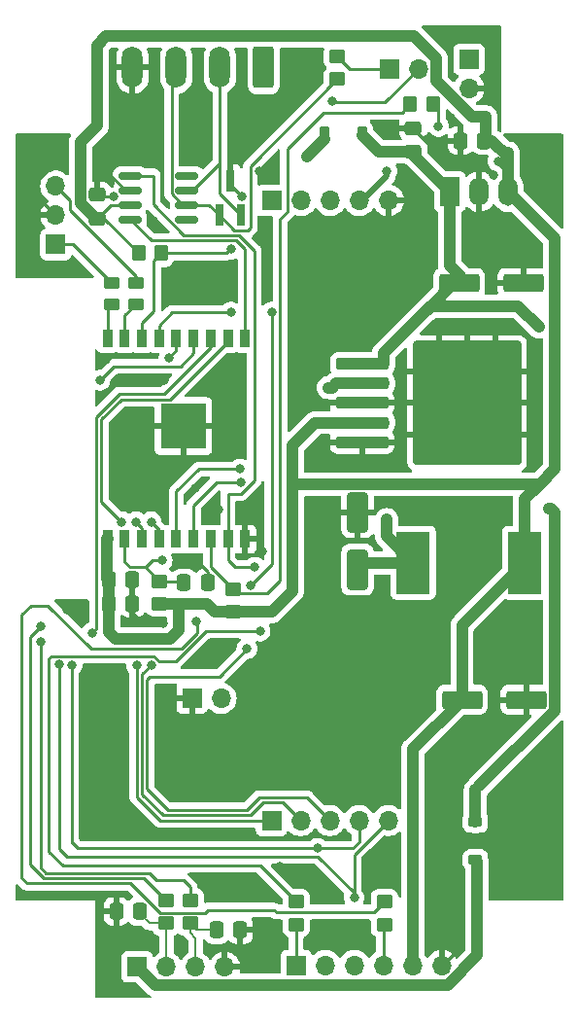
<source format=gbr>
%TF.GenerationSoftware,KiCad,Pcbnew,7.0.2-6a45011f42~172~ubuntu22.10.1*%
%TF.CreationDate,2023-04-24T11:56:09+02:00*%
%TF.ProjectId,vscp-din-esp32-can-z102,76736370-2d64-4696-9e2d-65737033322d,B*%
%TF.SameCoordinates,Original*%
%TF.FileFunction,Copper,L1,Top*%
%TF.FilePolarity,Positive*%
%FSLAX46Y46*%
G04 Gerber Fmt 4.6, Leading zero omitted, Abs format (unit mm)*
G04 Created by KiCad (PCBNEW 7.0.2-6a45011f42~172~ubuntu22.10.1) date 2023-04-24 11:56:09*
%MOMM*%
%LPD*%
G01*
G04 APERTURE LIST*
G04 Aperture macros list*
%AMRoundRect*
0 Rectangle with rounded corners*
0 $1 Rounding radius*
0 $2 $3 $4 $5 $6 $7 $8 $9 X,Y pos of 4 corners*
0 Add a 4 corners polygon primitive as box body*
4,1,4,$2,$3,$4,$5,$6,$7,$8,$9,$2,$3,0*
0 Add four circle primitives for the rounded corners*
1,1,$1+$1,$2,$3*
1,1,$1+$1,$4,$5*
1,1,$1+$1,$6,$7*
1,1,$1+$1,$8,$9*
0 Add four rect primitives between the rounded corners*
20,1,$1+$1,$2,$3,$4,$5,0*
20,1,$1+$1,$4,$5,$6,$7,0*
20,1,$1+$1,$6,$7,$8,$9,0*
20,1,$1+$1,$8,$9,$2,$3,0*%
G04 Aperture macros list end*
%TA.AperFunction,SMDPad,CuDef*%
%ADD10RoundRect,0.225000X-0.375000X0.225000X-0.375000X-0.225000X0.375000X-0.225000X0.375000X0.225000X0*%
%TD*%
%TA.AperFunction,SMDPad,CuDef*%
%ADD11R,0.800000X1.900000*%
%TD*%
%TA.AperFunction,ComponentPad*%
%ADD12R,1.700000X2.500000*%
%TD*%
%TA.AperFunction,ComponentPad*%
%ADD13O,1.700000X2.500000*%
%TD*%
%TA.AperFunction,SMDPad,CuDef*%
%ADD14RoundRect,0.250000X-0.450000X0.262500X-0.450000X-0.262500X0.450000X-0.262500X0.450000X0.262500X0*%
%TD*%
%TA.AperFunction,SMDPad,CuDef*%
%ADD15RoundRect,0.250000X0.450000X-0.262500X0.450000X0.262500X-0.450000X0.262500X-0.450000X-0.262500X0*%
%TD*%
%TA.AperFunction,ComponentPad*%
%ADD16R,1.700000X1.700000*%
%TD*%
%TA.AperFunction,ComponentPad*%
%ADD17O,1.700000X1.700000*%
%TD*%
%TA.AperFunction,SMDPad,CuDef*%
%ADD18RoundRect,0.250000X-1.500000X-0.550000X1.500000X-0.550000X1.500000X0.550000X-1.500000X0.550000X0*%
%TD*%
%TA.AperFunction,SMDPad,CuDef*%
%ADD19RoundRect,0.250000X0.450000X-0.350000X0.450000X0.350000X-0.450000X0.350000X-0.450000X-0.350000X0*%
%TD*%
%TA.AperFunction,SMDPad,CuDef*%
%ADD20RoundRect,0.250000X-0.337500X-0.475000X0.337500X-0.475000X0.337500X0.475000X-0.337500X0.475000X0*%
%TD*%
%TA.AperFunction,SMDPad,CuDef*%
%ADD21RoundRect,0.250000X-2.050000X-0.300000X2.050000X-0.300000X2.050000X0.300000X-2.050000X0.300000X0*%
%TD*%
%TA.AperFunction,SMDPad,CuDef*%
%ADD22RoundRect,0.250000X-2.025000X-2.375000X2.025000X-2.375000X2.025000X2.375000X-2.025000X2.375000X0*%
%TD*%
%TA.AperFunction,SMDPad,CuDef*%
%ADD23RoundRect,0.250002X-4.449998X-5.149998X4.449998X-5.149998X4.449998X5.149998X-4.449998X5.149998X0*%
%TD*%
%TA.AperFunction,SMDPad,CuDef*%
%ADD24RoundRect,0.250000X0.475000X-0.337500X0.475000X0.337500X-0.475000X0.337500X-0.475000X-0.337500X0*%
%TD*%
%TA.AperFunction,SMDPad,CuDef*%
%ADD25RoundRect,0.250000X-0.450000X0.350000X-0.450000X-0.350000X0.450000X-0.350000X0.450000X0.350000X0*%
%TD*%
%TA.AperFunction,SMDPad,CuDef*%
%ADD26RoundRect,0.250000X0.337500X0.475000X-0.337500X0.475000X-0.337500X-0.475000X0.337500X-0.475000X0*%
%TD*%
%TA.AperFunction,SMDPad,CuDef*%
%ADD27R,0.900000X1.500000*%
%TD*%
%TA.AperFunction,SMDPad,CuDef*%
%ADD28R,4.000000X4.000000*%
%TD*%
%TA.AperFunction,SMDPad,CuDef*%
%ADD29RoundRect,0.250000X-0.350000X-0.450000X0.350000X-0.450000X0.350000X0.450000X-0.350000X0.450000X0*%
%TD*%
%TA.AperFunction,SMDPad,CuDef*%
%ADD30RoundRect,0.150000X-0.825000X-0.150000X0.825000X-0.150000X0.825000X0.150000X-0.825000X0.150000X0*%
%TD*%
%TA.AperFunction,SMDPad,CuDef*%
%ADD31RoundRect,0.250000X0.650000X-1.500000X0.650000X1.500000X-0.650000X1.500000X-0.650000X-1.500000X0*%
%TD*%
%TA.AperFunction,SMDPad,CuDef*%
%ADD32R,2.900000X5.400000*%
%TD*%
%TA.AperFunction,ComponentPad*%
%ADD33RoundRect,0.250000X0.650000X1.550000X-0.650000X1.550000X-0.650000X-1.550000X0.650000X-1.550000X0*%
%TD*%
%TA.AperFunction,ComponentPad*%
%ADD34O,1.800000X3.600000*%
%TD*%
%TA.AperFunction,SMDPad,CuDef*%
%ADD35RoundRect,0.250000X0.350000X0.450000X-0.350000X0.450000X-0.350000X-0.450000X0.350000X-0.450000X0*%
%TD*%
%TA.AperFunction,SMDPad,CuDef*%
%ADD36RoundRect,0.225000X0.225000X0.375000X-0.225000X0.375000X-0.225000X-0.375000X0.225000X-0.375000X0*%
%TD*%
%TA.AperFunction,ViaPad*%
%ADD37C,0.800000*%
%TD*%
%TA.AperFunction,Conductor*%
%ADD38C,1.000000*%
%TD*%
%TA.AperFunction,Conductor*%
%ADD39C,0.250000*%
%TD*%
%TA.AperFunction,Conductor*%
%ADD40C,0.500000*%
%TD*%
%TA.AperFunction,Conductor*%
%ADD41C,0.200000*%
%TD*%
G04 APERTURE END LIST*
D10*
%TO.P,D4,1,K*%
%TO.N,+28V*%
X159820000Y-135362500D03*
%TO.P,D4,2,A*%
%TO.N,Net-(D4-A)*%
X159820000Y-138662500D03*
%TD*%
D11*
%TO.P,D3,1,K*%
%TO.N,Net-(J4-Pin_3)*%
X137500000Y-82550000D03*
%TO.P,D3,2,K*%
%TO.N,Net-(J2-Pin_2)*%
X139400000Y-82550000D03*
%TO.P,D3,3,A*%
%TO.N,GND*%
X138450000Y-79550000D03*
%TD*%
D12*
%TO.P,U4,1,IN*%
%TO.N,+28V*%
X157602500Y-80492500D03*
D13*
%TO.P,U4,2,GND*%
%TO.N,GND*%
X160142500Y-80492500D03*
%TO.P,U4,3,OUT*%
%TO.N,+3V3*%
X162682500Y-80492500D03*
%TD*%
D14*
%TO.P,R7,1*%
%TO.N,Net-(J6-Pin_3)*%
X130200000Y-88487500D03*
%TO.P,R7,2*%
%TO.N,/ledb*%
X130200000Y-90312500D03*
%TD*%
D15*
%TO.P,R11,1*%
%TO.N,/leda*%
X128150000Y-90312500D03*
%TO.P,R11,2*%
%TO.N,Net-(J6-Pin_1)*%
X128150000Y-88487500D03*
%TD*%
D16*
%TO.P,J8,1,Pin_1*%
%TO.N,Net-(J8-Pin_1)*%
X159250000Y-68975000D03*
D17*
%TO.P,J8,2,Pin_2*%
%TO.N,GND*%
X159250000Y-71515000D03*
%TD*%
D18*
%TO.P,C10,1*%
%TO.N,+3V3*%
X158650000Y-124750000D03*
%TO.P,C10,2*%
%TO.N,GND*%
X164250000Y-124750000D03*
%TD*%
D19*
%TO.P,R9,1*%
%TO.N,Net-(J3-Pin_4)*%
X151900000Y-144312500D03*
%TO.P,R9,2*%
%TO.N,/reset*%
X151900000Y-142312500D03*
%TD*%
D18*
%TO.P,C8,1*%
%TO.N,+28V*%
X158400000Y-88450000D03*
%TO.P,C8,2*%
%TO.N,GND*%
X164000000Y-88450000D03*
%TD*%
D16*
%TO.P,J6,1,Pin_1*%
%TO.N,Net-(J6-Pin_1)*%
X123250000Y-85100000D03*
D17*
%TO.P,J6,2,Pin_2*%
%TO.N,GND*%
X123250000Y-82560000D03*
%TO.P,J6,3,Pin_3*%
%TO.N,Net-(J6-Pin_3)*%
X123250000Y-80020000D03*
%TD*%
D20*
%TO.P,C5,1*%
%TO.N,/USB D+*%
X137262500Y-144750000D03*
%TO.P,C5,2*%
%TO.N,GND*%
X139337500Y-144750000D03*
%TD*%
D16*
%TO.P,J7,1,Pin_1*%
%TO.N,/io4*%
X142050000Y-135250000D03*
D17*
%TO.P,J7,2,Pin_2*%
%TO.N,/io5*%
X144590000Y-135250000D03*
%TO.P,J7,3,Pin_3*%
%TO.N,/io3*%
X147130000Y-135250000D03*
%TO.P,J7,4,Pin_4*%
%TO.N,/rx*%
X149670000Y-135250000D03*
%TO.P,J7,5,Pin_5*%
%TO.N,/tx*%
X152210000Y-135250000D03*
%TD*%
D20*
%TO.P,C2,1*%
%TO.N,+3V3*%
X127862500Y-116350000D03*
%TO.P,C2,2*%
%TO.N,GND*%
X129937500Y-116350000D03*
%TD*%
D21*
%TO.P,U2,1,VIN*%
%TO.N,+28V*%
X149950000Y-95500000D03*
%TO.P,U2,2,OUT*%
%TO.N,Net-(D2-K)*%
X149950000Y-97200000D03*
%TO.P,U2,3,GND*%
%TO.N,GND*%
X149950000Y-98900000D03*
D22*
X156675000Y-96125000D03*
X156675000Y-101675000D03*
D23*
X159100000Y-98900000D03*
D22*
X161525000Y-96125000D03*
X161525000Y-101675000D03*
D21*
%TO.P,U2,4,FB*%
%TO.N,+3V3*%
X149950000Y-100600000D03*
%TO.P,U2,5,~{ON}/OFF*%
%TO.N,GND*%
X149950000Y-102300000D03*
%TD*%
D24*
%TO.P,C6,1*%
%TO.N,+28V*%
X154400000Y-77037500D03*
%TO.P,C6,2*%
%TO.N,GND*%
X154400000Y-74962500D03*
%TD*%
D25*
%TO.P,R1,1*%
%TO.N,Net-(U1-IO18)*%
X132850000Y-142200000D03*
%TO.P,R1,2*%
%TO.N,/USB D-*%
X132850000Y-144200000D03*
%TD*%
D20*
%TO.P,C3,1*%
%TO.N,/reset*%
X134412500Y-114550000D03*
%TO.P,C3,2*%
%TO.N,GND*%
X136487500Y-114550000D03*
%TD*%
D16*
%TO.P,J2,1,Pin_1*%
%TO.N,Net-(J2-Pin_1)*%
X152310000Y-69800000D03*
D17*
%TO.P,J2,2,Pin_2*%
%TO.N,Net-(J2-Pin_2)*%
X154850000Y-69800000D03*
%TD*%
D19*
%TO.P,R3,1*%
%TO.N,+3V3*%
X132250000Y-116400000D03*
%TO.P,R3,2*%
%TO.N,/reset*%
X132250000Y-114400000D03*
%TD*%
D16*
%TO.P,J3,1,Pin_1*%
%TO.N,Net-(J3-Pin_1)*%
X144200000Y-147850000D03*
D17*
%TO.P,J3,2,Pin_2*%
%TO.N,/rx*%
X146740000Y-147850000D03*
%TO.P,J3,3,Pin_3*%
%TO.N,/tx*%
X149280000Y-147850000D03*
%TO.P,J3,4,Pin_4*%
%TO.N,Net-(J3-Pin_4)*%
X151820000Y-147850000D03*
%TO.P,J3,5,Pin_5*%
%TO.N,+3V3*%
X154360000Y-147850000D03*
%TO.P,J3,6,Pin_6*%
%TO.N,GND*%
X156900000Y-147850000D03*
%TD*%
D26*
%TO.P,C7,1*%
%TO.N,+3V3*%
X160587500Y-76050000D03*
%TO.P,C7,2*%
%TO.N,GND*%
X158512500Y-76050000D03*
%TD*%
D27*
%TO.P,U1,1,3V3*%
%TO.N,+3V3*%
X127750000Y-110750000D03*
%TO.P,U1,2,EN*%
%TO.N,/reset*%
X129250000Y-110750000D03*
%TO.P,U1,3,IO4*%
%TO.N,/io4*%
X130750000Y-110750000D03*
%TO.P,U1,4,IO5*%
%TO.N,/io5*%
X132250000Y-110750000D03*
%TO.P,U1,5,IO6*%
%TO.N,/SCK*%
X133750000Y-110750000D03*
%TO.P,U1,6,IO7*%
%TO.N,/MOSI*%
X135250000Y-110750000D03*
%TO.P,U1,7,IO8*%
%TO.N,/boff*%
X136750000Y-110750000D03*
%TO.P,U1,8,IO9*%
%TO.N,/txcan*%
X138250000Y-110750000D03*
%TO.P,U1,9,GND*%
%TO.N,GND*%
X139750000Y-110750000D03*
%TO.P,U1,10,IO10*%
%TO.N,/rxcan*%
X139750000Y-93250000D03*
%TO.P,U1,11,RXD*%
%TO.N,/rx*%
X138250000Y-93250000D03*
%TO.P,U1,12,TXD*%
%TO.N,/tx*%
X136750000Y-93250000D03*
%TO.P,U1,13,IO18*%
%TO.N,Net-(U1-IO18)*%
X135250000Y-93250000D03*
%TO.P,U1,14,IO19*%
%TO.N,Net-(U1-IO19)*%
X133750000Y-93250000D03*
%TO.P,U1,15,IO3*%
%TO.N,/io3*%
X132250000Y-93250000D03*
%TO.P,U1,16,IO2*%
%TO.N,/MISO*%
X130750000Y-93250000D03*
%TO.P,U1,17,IO1*%
%TO.N,/ledb*%
X129250000Y-93250000D03*
%TO.P,U1,18,IO0*%
%TO.N,/leda*%
X127750000Y-93250000D03*
D28*
%TO.P,U1,19,GND*%
%TO.N,GND*%
X134360000Y-100900000D03*
%TD*%
D20*
%TO.P,C1,1*%
%TO.N,+3V3*%
X127862500Y-114250000D03*
%TO.P,C1,2*%
%TO.N,GND*%
X129937500Y-114250000D03*
%TD*%
D29*
%TO.P,R5,1*%
%TO.N,+3V3*%
X130450000Y-85850000D03*
%TO.P,R5,2*%
%TO.N,/MISO*%
X132450000Y-85850000D03*
%TD*%
D19*
%TO.P,R4,1*%
%TO.N,Net-(J3-Pin_1)*%
X144200000Y-144300000D03*
%TO.P,R4,2*%
%TO.N,/txcan*%
X144200000Y-142300000D03*
%TD*%
D30*
%TO.P,U3,1,D*%
%TO.N,/txcan*%
X129725000Y-79095000D03*
%TO.P,U3,2,GND*%
%TO.N,GND*%
X129725000Y-80365000D03*
%TO.P,U3,3,VCC*%
%TO.N,+3V3*%
X129725000Y-81635000D03*
%TO.P,U3,4,R*%
%TO.N,/rxcan*%
X129725000Y-82905000D03*
%TO.P,U3,5,NC*%
%TO.N,unconnected-(U3-NC-Pad5)*%
X134675000Y-82905000D03*
%TO.P,U3,6,CANL*%
%TO.N,Net-(J4-Pin_3)*%
X134675000Y-81635000D03*
%TO.P,U3,7,CANH*%
%TO.N,Net-(J2-Pin_2)*%
X134675000Y-80365000D03*
%TO.P,U3,8,NC*%
%TO.N,unconnected-(U3-NC-Pad8)*%
X134675000Y-79095000D03*
%TD*%
D31*
%TO.P,D2,1,K*%
%TO.N,Net-(D2-K)*%
X149550000Y-113400000D03*
%TO.P,D2,2,A*%
%TO.N,GND*%
X149550000Y-108400000D03*
%TD*%
D16*
%TO.P,J5,1,Pin_1*%
%TO.N,Net-(D4-A)*%
X130350000Y-148000000D03*
D17*
%TO.P,J5,2,Pin_2*%
%TO.N,/USB D-*%
X132890000Y-148000000D03*
%TO.P,J5,3,Pin_3*%
%TO.N,/USB D+*%
X135430000Y-148000000D03*
%TO.P,J5,4,Pin_4*%
%TO.N,GND*%
X137970000Y-148000000D03*
%TD*%
D25*
%TO.P,R8,1*%
%TO.N,Net-(J2-Pin_1)*%
X147800000Y-68700000D03*
%TO.P,R8,2*%
%TO.N,Net-(J4-Pin_3)*%
X147800000Y-70700000D03*
%TD*%
D32*
%TO.P,L1,1,1*%
%TO.N,Net-(D2-K)*%
X154400000Y-112800000D03*
%TO.P,L1,2,2*%
%TO.N,+3V3*%
X164100000Y-112800000D03*
%TD*%
D33*
%TO.P,J4,1,Pin_1*%
%TO.N,Net-(D1-A)*%
X141360000Y-69682500D03*
D34*
%TO.P,J4,2,Pin_2*%
%TO.N,Net-(J2-Pin_2)*%
X137550000Y-69682500D03*
%TO.P,J4,3,Pin_3*%
%TO.N,Net-(J4-Pin_3)*%
X133740000Y-69682500D03*
%TO.P,J4,4,Pin_4*%
%TO.N,GND*%
X129930000Y-69682500D03*
%TD*%
D16*
%TO.P,J1,1,Pin_1*%
%TO.N,/MISO*%
X142075000Y-81250000D03*
D17*
%TO.P,J1,2,Pin_2*%
%TO.N,/SCK*%
X144615000Y-81250000D03*
%TO.P,J1,3,Pin_3*%
%TO.N,/MOSI*%
X147155000Y-81250000D03*
%TO.P,J1,4,Pin_4*%
%TO.N,+3V3*%
X149695000Y-81250000D03*
%TO.P,J1,5,Pin_5*%
%TO.N,GND*%
X152235000Y-81250000D03*
%TD*%
D19*
%TO.P,R6,1*%
%TO.N,+3V3*%
X138700000Y-117100000D03*
%TO.P,R6,2*%
%TO.N,/boff*%
X138700000Y-115100000D03*
%TD*%
D24*
%TO.P,C9,1*%
%TO.N,+3V3*%
X126850000Y-82837500D03*
%TO.P,C9,2*%
%TO.N,GND*%
X126850000Y-80762500D03*
%TD*%
D35*
%TO.P,R10,1*%
%TO.N,Net-(J8-Pin_1)*%
X156150000Y-72850000D03*
%TO.P,R10,2*%
%TO.N,/boff*%
X154150000Y-72850000D03*
%TD*%
D16*
%TO.P,J9,1,Pin_1*%
%TO.N,GND*%
X135110000Y-124600000D03*
D17*
%TO.P,J9,2,Pin_2*%
%TO.N,/reset*%
X137650000Y-124600000D03*
%TD*%
D25*
%TO.P,R2,1*%
%TO.N,Net-(U1-IO19)*%
X134950000Y-142200000D03*
%TO.P,R2,2*%
%TO.N,/USB D+*%
X134950000Y-144200000D03*
%TD*%
D26*
%TO.P,C4,1*%
%TO.N,/USB D-*%
X130587500Y-143150000D03*
%TO.P,C4,2*%
%TO.N,GND*%
X128512500Y-143150000D03*
%TD*%
D36*
%TO.P,D1,1,K*%
%TO.N,+28V*%
X149950000Y-75400000D03*
%TO.P,D1,2,A*%
%TO.N,Net-(D1-A)*%
X146650000Y-75400000D03*
%TD*%
D37*
%TO.N,+3V3*%
X161800000Y-77850000D03*
X152100000Y-78700000D03*
%TO.N,GND*%
X140650000Y-109200000D03*
X135400000Y-106350000D03*
X138400000Y-141150000D03*
X132900000Y-88800000D03*
X151500000Y-140100000D03*
X148000000Y-145250000D03*
X142750000Y-139250000D03*
X137050000Y-119900000D03*
X137450000Y-108200000D03*
X130500000Y-101900000D03*
X132600000Y-124000000D03*
X131800000Y-83000000D03*
X121950000Y-81250000D03*
X153500000Y-78850000D03*
X147750000Y-141500000D03*
X126300000Y-135000000D03*
X138100000Y-97500000D03*
X145800000Y-108100000D03*
X149650000Y-116900000D03*
X132700000Y-96950000D03*
X134100000Y-145950000D03*
X135300000Y-112400000D03*
X139450000Y-80900000D03*
X139200000Y-77200000D03*
X127950000Y-145200000D03*
X141700000Y-88600000D03*
X157700000Y-74050000D03*
X124200000Y-116900000D03*
X166150000Y-76750000D03*
X135350000Y-77100000D03*
X166000000Y-140650000D03*
X151750000Y-74700000D03*
X128300000Y-80900000D03*
X131400000Y-77100000D03*
X161950000Y-83350000D03*
X126750000Y-123050000D03*
X141000000Y-78700000D03*
X141250000Y-111850000D03*
X155350000Y-85050000D03*
X127900000Y-78100000D03*
X158600000Y-110200000D03*
X123750000Y-77250000D03*
X136000000Y-89700000D03*
X132650000Y-118050000D03*
X155600000Y-75900000D03*
X161400000Y-79050000D03*
X127650000Y-95100000D03*
X141150000Y-146800000D03*
X155250000Y-81600000D03*
X150600000Y-145700000D03*
X158250000Y-146000000D03*
%TO.N,/reset*%
X132500000Y-112600000D03*
X135500000Y-117900000D03*
%TO.N,Net-(D1-A)*%
X145150000Y-77400000D03*
%TO.N,Net-(D2-K)*%
X152100000Y-109050000D03*
X147000000Y-97550000D03*
%TO.N,/txcan*%
X140600000Y-113200000D03*
X141050000Y-118750000D03*
%TO.N,/SCK*%
X139300000Y-104650000D03*
%TO.N,/MOSI*%
X139350000Y-105800000D03*
%TO.N,/MISO*%
X138550000Y-85474500D03*
%TO.N,Net-(J2-Pin_2)*%
X147350000Y-72600000D03*
%TO.N,+28V*%
X166250000Y-108100000D03*
X165350000Y-92250000D03*
%TO.N,/rx*%
X124650000Y-121700000D03*
X146050000Y-137675500D03*
X129000000Y-109250000D03*
%TO.N,/tx*%
X126400000Y-118900000D03*
X149250000Y-141950000D03*
X123550000Y-121650000D03*
%TO.N,Net-(J8-Pin_1)*%
X156600000Y-74800000D03*
%TO.N,Net-(U1-IO18)*%
X121950000Y-118300000D03*
X127100000Y-96900000D03*
%TO.N,Net-(U1-IO19)*%
X121950000Y-119700000D03*
X133100000Y-94950000D03*
%TO.N,/io3*%
X138500000Y-91000000D03*
X142050000Y-91000000D03*
X139900000Y-120300000D03*
X140250000Y-114750000D03*
%TO.N,/io4*%
X130250000Y-109250000D03*
X130300000Y-121750000D03*
%TO.N,/io5*%
X131550000Y-109250000D03*
X131550000Y-121700000D03*
%TD*%
D38*
%TO.N,Net-(D4-A)*%
X159950671Y-146990671D02*
X159950671Y-138793171D01*
D39*
X159950671Y-138793171D02*
X159820000Y-138662500D01*
%TO.N,+28V*%
X160150000Y-132242824D02*
X159820000Y-132572824D01*
D38*
X159820000Y-132572824D02*
X159820000Y-135362500D01*
%TO.N,Net-(D4-A)*%
X157391830Y-149549511D02*
X159950671Y-146990671D01*
%TO.N,+3V3*%
X127862500Y-114250000D02*
X127862500Y-116350000D01*
X138700000Y-117100000D02*
X137100000Y-117100000D01*
X151825000Y-100600000D02*
X145850000Y-100600000D01*
X133950000Y-118700000D02*
X133950000Y-116400000D01*
X166750000Y-84560000D02*
X166750000Y-104624022D01*
X126850000Y-82837500D02*
X126769676Y-82837500D01*
X127662500Y-114200000D02*
X127662500Y-110837500D01*
X126769676Y-82837500D02*
X125425480Y-81493304D01*
X128500000Y-119450000D02*
X133200000Y-119450000D01*
X127662500Y-110837500D02*
X127750000Y-110750000D01*
X125425480Y-76174520D02*
X126850000Y-74750000D01*
X156399511Y-70856543D02*
X159542968Y-74000000D01*
X162682500Y-77482500D02*
X162682500Y-80492500D01*
X127750000Y-110750000D02*
X127700000Y-110750000D01*
X158650000Y-124750000D02*
X154360000Y-129040000D01*
X127862500Y-118812500D02*
X128500000Y-119450000D01*
X133950000Y-116400000D02*
X132250000Y-116400000D01*
X159542968Y-74000000D02*
X160750000Y-74000000D01*
X125425480Y-81493304D02*
X125425480Y-76174520D01*
D39*
X128052500Y-81635000D02*
X129725000Y-81635000D01*
D38*
X156399511Y-68899511D02*
X156399511Y-70856543D01*
X145850000Y-100600000D02*
X143899511Y-102550489D01*
X160750000Y-74000000D02*
X160750000Y-75887500D01*
X127862500Y-116350000D02*
X127862500Y-118462500D01*
D40*
X149995000Y-81250000D02*
X152100000Y-79145000D01*
D38*
X162682500Y-80492500D02*
X162682500Y-77132500D01*
X127650000Y-66950000D02*
X154450000Y-66950000D01*
D39*
X127862500Y-118462500D02*
X127862500Y-118812500D01*
D38*
X161250000Y-76050000D02*
X162682500Y-77482500D01*
X165423533Y-105950489D02*
X143899511Y-105950489D01*
X154450000Y-66950000D02*
X156399511Y-68899511D01*
X164100000Y-112800000D02*
X158650000Y-118250000D01*
X166750000Y-104624022D02*
X165423533Y-105950489D01*
D39*
X126850000Y-82837500D02*
X128052500Y-81635000D01*
D38*
X160750000Y-75887500D02*
X160587500Y-76050000D01*
D39*
X130450000Y-85850000D02*
X127437500Y-82837500D01*
D38*
X138700000Y-117100000D02*
X142050000Y-117100000D01*
X154360000Y-129040000D02*
X154360000Y-147850000D01*
X133200000Y-119450000D02*
X133950000Y-118700000D01*
X142050000Y-117100000D02*
X143899511Y-115250489D01*
D40*
X152100000Y-79145000D02*
X152100000Y-78700000D01*
D38*
X126850000Y-74750000D02*
X126850000Y-67750000D01*
X158650000Y-118250000D02*
X158650000Y-124750000D01*
D39*
X162682500Y-78732500D02*
X162682500Y-80492500D01*
D38*
X162682500Y-80492500D02*
X166750000Y-84560000D01*
X143899511Y-102550489D02*
X143899511Y-105950489D01*
X164100000Y-112800000D02*
X164100000Y-107274022D01*
D39*
X127437500Y-82837500D02*
X126850000Y-82837500D01*
D38*
X143899511Y-115250489D02*
X143899511Y-105950489D01*
X136400000Y-116400000D02*
X133950000Y-116400000D01*
X164100000Y-107274022D02*
X165423533Y-105950489D01*
X160587500Y-76050000D02*
X161250000Y-76050000D01*
X137100000Y-117100000D02*
X136400000Y-116400000D01*
X126850000Y-67750000D02*
X127650000Y-66950000D01*
D40*
X161800000Y-77850000D02*
X162682500Y-78732500D01*
D39*
%TO.N,GND*%
X129348249Y-80365000D02*
X127900000Y-78916751D01*
X126987500Y-80900000D02*
X126850000Y-80762500D01*
X128300000Y-80900000D02*
X126987500Y-80900000D01*
X129937500Y-117137500D02*
X130600000Y-117800000D01*
X155337500Y-75900000D02*
X154400000Y-74962500D01*
X154400000Y-74962500D02*
X152012500Y-74962500D01*
X130600000Y-117800000D02*
X132400000Y-117800000D01*
X158250000Y-146500000D02*
X156900000Y-147850000D01*
X129937500Y-116350000D02*
X129937500Y-117137500D01*
X121950000Y-81260000D02*
X123250000Y-82560000D01*
X155600000Y-75900000D02*
X155337500Y-75900000D01*
X138450000Y-79900000D02*
X139450000Y-80900000D01*
X132400000Y-117800000D02*
X132650000Y-118050000D01*
X127900000Y-78916751D02*
X127900000Y-78100000D01*
X129937500Y-116350000D02*
X129937500Y-114250000D01*
X158250000Y-146000000D02*
X158250000Y-146500000D01*
X136487500Y-113587500D02*
X136487500Y-114550000D01*
X138450000Y-79550000D02*
X138450000Y-79900000D01*
X152012500Y-74962500D02*
X151750000Y-74700000D01*
X121950000Y-81250000D02*
X121950000Y-81260000D01*
X129725000Y-80365000D02*
X129348249Y-80365000D01*
X135300000Y-112400000D02*
X136487500Y-113587500D01*
%TO.N,/reset*%
X142475480Y-143224520D02*
X150987980Y-143224520D01*
X131499520Y-142437027D02*
X131499520Y-142462013D01*
X132500000Y-112600000D02*
X131650000Y-112600000D01*
X132312987Y-143275480D02*
X136237973Y-143275480D01*
X136462973Y-143050480D02*
X142301440Y-143050480D01*
X129250000Y-112750000D02*
X129700000Y-113200000D01*
X129700000Y-113200000D02*
X131050000Y-113200000D01*
X142301440Y-143050480D02*
X142475480Y-143224520D01*
X129250000Y-110750000D02*
X129250000Y-112750000D01*
X131650000Y-112600000D02*
X131050000Y-113200000D01*
X136237973Y-143275480D02*
X136462973Y-143050480D01*
X150987980Y-143224520D02*
X151900000Y-142312500D01*
X135500000Y-117900000D02*
X135550000Y-117950000D01*
X122575020Y-116525020D02*
X121074980Y-116525020D01*
X120274980Y-117325020D02*
X120274980Y-140260697D01*
X135550000Y-118913604D02*
X134188604Y-120275000D01*
X121074980Y-116525020D02*
X120274980Y-117325020D01*
X129762013Y-140699520D02*
X131499520Y-142437027D01*
X132250000Y-114400000D02*
X134262500Y-114400000D01*
X134188604Y-120275000D02*
X126325000Y-120275000D01*
X134262500Y-114400000D02*
X134412500Y-114550000D01*
X120274980Y-140260697D02*
X120713803Y-140699520D01*
X135550000Y-117950000D02*
X135550000Y-118913604D01*
X131499520Y-142462013D02*
X132312987Y-143275480D01*
X120713803Y-140699520D02*
X129762013Y-140699520D01*
X131050000Y-113200000D02*
X132250000Y-114400000D01*
X126325000Y-120275000D02*
X122575020Y-116525020D01*
D41*
%TO.N,/USB D-*%
X130587500Y-143387500D02*
X131400000Y-144200000D01*
X132850000Y-144200000D02*
X132890000Y-144240000D01*
X130587500Y-143150000D02*
X130587500Y-143387500D01*
X131400000Y-144200000D02*
X132850000Y-144200000D01*
X132890000Y-144240000D02*
X132890000Y-148000000D01*
%TO.N,/USB D+*%
X134950000Y-144200000D02*
X134950000Y-145000000D01*
X135430000Y-145480000D02*
X135430000Y-148000000D01*
X134950000Y-145000000D02*
X135430000Y-145480000D01*
X135500000Y-144750000D02*
X134950000Y-144200000D01*
X137262500Y-144750000D02*
X135500000Y-144750000D01*
D39*
%TO.N,/ledb*%
X129250000Y-91262500D02*
X129250000Y-93250000D01*
X130200000Y-90312500D02*
X129250000Y-91262500D01*
%TO.N,/leda*%
X127750000Y-90712500D02*
X127750000Y-93250000D01*
X128150000Y-90312500D02*
X127750000Y-90712500D01*
D38*
%TO.N,Net-(D1-A)*%
X146650000Y-75900000D02*
X145150000Y-77400000D01*
D39*
X146650000Y-75400000D02*
X146650000Y-75900000D01*
D38*
%TO.N,Net-(D2-K)*%
X147650000Y-97200000D02*
X147300000Y-97550000D01*
X154400000Y-112800000D02*
X150150000Y-112800000D01*
X147300000Y-97550000D02*
X147000000Y-97550000D01*
X150150000Y-112800000D02*
X149550000Y-113400000D01*
X151825000Y-97200000D02*
X147650000Y-97200000D01*
X154400000Y-112800000D02*
X152050000Y-110450000D01*
X152050000Y-110450000D02*
X152050000Y-109100000D01*
X152050000Y-109100000D02*
X152100000Y-109050000D01*
D39*
%TO.N,Net-(J4-Pin_3)*%
X140200000Y-78300000D02*
X140200000Y-83650000D01*
X134298928Y-81635000D02*
X134675000Y-81635000D01*
X138800000Y-83850000D02*
X137500000Y-82550000D01*
X133340000Y-80676072D02*
X134298928Y-81635000D01*
X136585000Y-81635000D02*
X134675000Y-81635000D01*
X137500000Y-82550000D02*
X136585000Y-81635000D01*
X147800000Y-70700000D02*
X140200000Y-78300000D01*
X133340000Y-70082500D02*
X133740000Y-69682500D01*
X140000000Y-83850000D02*
X138800000Y-83850000D01*
X140200000Y-83650000D02*
X140000000Y-83850000D01*
X133340000Y-80676072D02*
X133340000Y-70082500D01*
%TO.N,/txcan*%
X122650000Y-121150000D02*
X122650000Y-137950000D01*
X132275000Y-121399695D02*
X131800305Y-120925000D01*
X138250000Y-110750000D02*
X138250000Y-106800000D01*
X122650000Y-137950000D02*
X123850000Y-139150000D01*
X131745000Y-79095000D02*
X131745000Y-81621072D01*
X131800305Y-120925000D02*
X122875000Y-120925000D01*
X139375305Y-106800000D02*
X140550000Y-105625305D01*
X141050000Y-139150000D02*
X144200000Y-142300000D01*
X138250000Y-110750000D02*
X138250000Y-112600000D01*
X139186198Y-84300480D02*
X140550000Y-85664282D01*
X131745000Y-81621072D02*
X134424408Y-84300480D01*
X138850000Y-113200000D02*
X140600000Y-113200000D01*
X134424408Y-84300480D02*
X139186198Y-84300480D01*
X138250000Y-106800000D02*
X139375305Y-106800000D01*
X133700305Y-121399695D02*
X132275000Y-121399695D01*
X129725000Y-79095000D02*
X131745000Y-79095000D01*
X136350000Y-118750000D02*
X133700305Y-121399695D01*
X138250000Y-112600000D02*
X138850000Y-113200000D01*
X123850000Y-139150000D02*
X141050000Y-139150000D01*
X122875000Y-120925000D02*
X122650000Y-121150000D01*
X141050000Y-118750000D02*
X136350000Y-118750000D01*
X140550000Y-105625305D02*
X140550000Y-85664282D01*
%TO.N,/rxcan*%
X138999989Y-84749989D02*
X139750000Y-85500000D01*
X131569989Y-84749989D02*
X138999989Y-84749989D01*
X139750000Y-85500000D02*
X139750000Y-93250000D01*
X129725000Y-82905000D02*
X131569989Y-84749989D01*
%TO.N,/SCK*%
X135700000Y-104650000D02*
X139300000Y-104650000D01*
X133750000Y-106600000D02*
X135700000Y-104650000D01*
X133750000Y-110750000D02*
X133750000Y-106600000D01*
%TO.N,/MOSI*%
X135250000Y-110750000D02*
X135250000Y-107800000D01*
X135250000Y-107800000D02*
X137250000Y-105800000D01*
X137250000Y-105800000D02*
X139350000Y-105800000D01*
%TO.N,/MISO*%
X130750000Y-91950000D02*
X131800000Y-90900000D01*
X131800000Y-86500000D02*
X132450000Y-85850000D01*
X138100000Y-85850000D02*
X138475500Y-85474500D01*
X138475500Y-85474500D02*
X138550000Y-85474500D01*
X131800000Y-90900000D02*
X131800000Y-86500000D01*
X130750000Y-93250000D02*
X130750000Y-91950000D01*
X132450000Y-85850000D02*
X138100000Y-85850000D01*
%TO.N,Net-(J2-Pin_2)*%
X137550000Y-78000000D02*
X137550000Y-77900000D01*
X137550000Y-80700000D02*
X137550000Y-77900000D01*
X134675000Y-80365000D02*
X135185000Y-80365000D01*
X137550000Y-80700000D02*
X139400000Y-82550000D01*
X151925480Y-72724520D02*
X147399888Y-72724520D01*
X147399888Y-72649888D02*
X147350000Y-72600000D01*
X147399888Y-72724520D02*
X147399888Y-72649888D01*
X151925480Y-72724520D02*
X154850000Y-69800000D01*
X137550000Y-77900000D02*
X137550000Y-69682500D01*
X135185000Y-80365000D02*
X137550000Y-78000000D01*
%TO.N,Net-(J2-Pin_1)*%
X148900000Y-69800000D02*
X147800000Y-68700000D01*
X152310000Y-69800000D02*
X148900000Y-69800000D01*
D38*
%TO.N,+28V*%
X157602500Y-80492500D02*
X157602500Y-86952500D01*
X157602500Y-86952500D02*
X158500000Y-87850000D01*
X155900000Y-90450000D02*
X151825000Y-94525000D01*
D39*
X149950000Y-75400000D02*
X149950000Y-75600000D01*
D38*
X151825000Y-94525000D02*
X151825000Y-95500000D01*
X151387500Y-77037500D02*
X154400000Y-77037500D01*
%TO.N,Net-(D4-A)*%
X131899511Y-149549511D02*
X157391830Y-149549511D01*
%TO.N,+28V*%
X160150000Y-132242824D02*
X166700000Y-125692824D01*
X154400000Y-77290000D02*
X157602500Y-80492500D01*
X149950000Y-75600000D02*
X151387500Y-77037500D01*
%TO.N,Net-(D4-A)*%
X130350000Y-148000000D02*
X131899511Y-149549511D01*
%TO.N,+28V*%
X166400000Y-108100000D02*
X166250000Y-108100000D01*
X163550000Y-90450000D02*
X155900000Y-90450000D01*
D39*
X154400000Y-77037500D02*
X154400000Y-77290000D01*
D38*
X166700000Y-125692824D02*
X166700000Y-108400000D01*
X165350000Y-92250000D02*
X163550000Y-90450000D01*
X166700000Y-108400000D02*
X166400000Y-108100000D01*
X158200000Y-88200000D02*
X155600000Y-90800000D01*
D39*
%TO.N,/rx*%
X133224511Y-98575489D02*
X128999051Y-98575489D01*
X149670000Y-137153604D02*
X149148104Y-137675500D01*
X124650000Y-137200000D02*
X124700000Y-137250000D01*
X138250000Y-93250000D02*
X138250000Y-93550000D01*
X127224540Y-100311178D02*
X127224540Y-107474540D01*
X149670000Y-135250000D02*
X149670000Y-137153604D01*
X124700000Y-137250000D02*
X125125500Y-137675500D01*
X128960229Y-98575489D02*
X127224540Y-100311178D01*
X149148104Y-137675500D02*
X146050000Y-137675500D01*
X125125500Y-137675500D02*
X146050000Y-137675500D01*
X127224540Y-107474540D02*
X129000000Y-109250000D01*
X124650000Y-121700000D02*
X124650000Y-137200000D01*
X138250000Y-93550000D02*
X133224511Y-98575489D01*
X128999051Y-98575489D02*
X128960229Y-98575489D01*
%TO.N,/tx*%
X146100000Y-138400000D02*
X149250000Y-141550000D01*
X149250000Y-138210000D02*
X149250000Y-141950000D01*
X123550000Y-137750000D02*
X124200000Y-138400000D01*
X132900000Y-97900000D02*
X132750000Y-98050000D01*
X136750000Y-93250000D02*
X136750000Y-94050000D01*
X132950000Y-97850000D02*
X132900000Y-97900000D01*
X132700000Y-98100000D02*
X128800000Y-98100000D01*
X126775020Y-100124980D02*
X126775020Y-118524980D01*
X132750000Y-98050000D02*
X132700000Y-98100000D01*
X136750000Y-94050000D02*
X132950000Y-97850000D01*
X124200000Y-138400000D02*
X141900000Y-138400000D01*
X152210000Y-135250000D02*
X149250000Y-138210000D01*
X123550000Y-121650000D02*
X123550000Y-137750000D01*
X149250000Y-141550000D02*
X149250000Y-141950000D01*
X126775020Y-118524980D02*
X126400000Y-118900000D01*
X141900000Y-138400000D02*
X146100000Y-138400000D01*
X128800000Y-98100000D02*
X126775020Y-100124980D01*
%TO.N,Net-(J3-Pin_1)*%
X144200000Y-144300000D02*
X144200000Y-147850000D01*
%TO.N,Net-(J3-Pin_4)*%
X151820000Y-144392500D02*
X151820000Y-147850000D01*
X151900000Y-144312500D02*
X151820000Y-144392500D01*
%TO.N,Net-(J6-Pin_1)*%
X128150000Y-88487500D02*
X124762500Y-85100000D01*
X124762500Y-85100000D02*
X123250000Y-85100000D01*
%TO.N,Net-(J6-Pin_3)*%
X130200000Y-87848299D02*
X124450000Y-82098299D01*
X130200000Y-88487500D02*
X130200000Y-87848299D01*
X124450000Y-81220000D02*
X123250000Y-80020000D01*
X124450000Y-82098299D02*
X124450000Y-81220000D01*
%TO.N,Net-(J8-Pin_1)*%
X156600000Y-73300000D02*
X156150000Y-72850000D01*
X156600000Y-74800000D02*
X156600000Y-73300000D01*
%TO.N,Net-(U1-IO18)*%
X135250000Y-94550000D02*
X135250000Y-93250000D01*
X127100000Y-96900000D02*
X128300000Y-95700000D01*
X130900000Y-140250000D02*
X122200000Y-140250000D01*
X134100000Y-95700000D02*
X135250000Y-94550000D01*
X128300000Y-95700000D02*
X134100000Y-95700000D01*
X121000000Y-139050000D02*
X121000000Y-119250000D01*
X122200000Y-140250000D02*
X121000000Y-139050000D01*
X121000000Y-119250000D02*
X121100000Y-119150000D01*
X132850000Y-142200000D02*
X130900000Y-140250000D01*
X121950000Y-118300000D02*
X121100000Y-119150000D01*
%TO.N,Net-(U1-IO19)*%
X131399520Y-139800480D02*
X122400480Y-139800480D01*
X122400480Y-139800480D02*
X121950000Y-139350000D01*
X134350000Y-140450000D02*
X134950000Y-141050000D01*
X131399520Y-139800480D02*
X132049040Y-140450000D01*
X132049040Y-140450000D02*
X134350000Y-140450000D01*
X134950000Y-141050000D02*
X134950000Y-142200000D01*
X121950000Y-139350000D02*
X121950000Y-119700000D01*
X133750000Y-93250000D02*
X133750000Y-94300000D01*
X133750000Y-94300000D02*
X133100000Y-94950000D01*
%TO.N,/io3*%
X142050000Y-112950000D02*
X140250000Y-114750000D01*
X140950000Y-133250000D02*
X145130000Y-133250000D01*
X131200000Y-132500000D02*
X133000000Y-134300000D01*
X145130000Y-133250000D02*
X147130000Y-135250000D01*
X131450000Y-122700000D02*
X131200000Y-122950000D01*
X132250000Y-93250000D02*
X132250000Y-92150000D01*
X137500000Y-122700000D02*
X131450000Y-122700000D01*
X139900000Y-134300000D02*
X140950000Y-133250000D01*
X133000000Y-134300000D02*
X139900000Y-134300000D01*
X131200000Y-122950000D02*
X131200000Y-132500000D01*
X132250000Y-92150000D02*
X133400000Y-91000000D01*
X133400000Y-91000000D02*
X138500000Y-91000000D01*
X139900000Y-120300000D02*
X137500000Y-122700000D01*
X142050000Y-91000000D02*
X142050000Y-112950000D01*
%TO.N,/io4*%
X130300000Y-133200000D02*
X132350000Y-135250000D01*
X130750000Y-109750000D02*
X130250000Y-109250000D01*
X130750000Y-110750000D02*
X130750000Y-109750000D01*
X130300000Y-121750000D02*
X130300000Y-133200000D01*
X132350000Y-135250000D02*
X142050000Y-135250000D01*
%TO.N,/io5*%
X143040000Y-133700000D02*
X144590000Y-135250000D01*
X130750000Y-132950000D02*
X132600000Y-134800000D01*
X132250000Y-109950000D02*
X131550000Y-109250000D01*
X132600000Y-134800000D02*
X140200000Y-134800000D01*
X140200000Y-134800000D02*
X141300000Y-133700000D01*
X131550000Y-121700000D02*
X130750000Y-122500000D01*
X141300000Y-133700000D02*
X143040000Y-133700000D01*
X132250000Y-110750000D02*
X132250000Y-109950000D01*
X130750000Y-122500000D02*
X130750000Y-132950000D01*
%TO.N,/boff*%
X143418198Y-82256802D02*
X143418198Y-76731803D01*
X146550001Y-73600000D02*
X153400000Y-73600000D01*
X142775000Y-114350305D02*
X142775000Y-82900000D01*
X153400000Y-73600000D02*
X154150000Y-72850000D01*
X139075000Y-115475000D02*
X141650305Y-115475000D01*
X138700000Y-115100000D02*
X139075000Y-115475000D01*
X141650305Y-115475000D02*
X142775000Y-114350305D01*
X136750000Y-110750000D02*
X136750000Y-113150000D01*
X143418198Y-76731803D02*
X146550001Y-73600000D01*
X136750000Y-113150000D02*
X138700000Y-115100000D01*
X142775000Y-82900000D02*
X143418198Y-82256802D01*
%TD*%
%TA.AperFunction,Conductor*%
%TO.N,GND*%
G36*
X119919012Y-140801087D02*
G01*
X119925595Y-140807216D01*
X120206554Y-141088175D01*
X120219638Y-141104505D01*
X120271469Y-141153177D01*
X120274312Y-141155933D01*
X120294033Y-141175654D01*
X120297154Y-141178075D01*
X120297162Y-141178082D01*
X120297228Y-141178133D01*
X120306248Y-141185837D01*
X120338482Y-141216106D01*
X120356238Y-141225867D01*
X120372754Y-141236716D01*
X120388762Y-141249133D01*
X120429328Y-141266687D01*
X120439991Y-141271911D01*
X120478741Y-141293214D01*
X120478743Y-141293215D01*
X120498365Y-141298253D01*
X120517070Y-141304657D01*
X120535658Y-141312701D01*
X120579325Y-141319616D01*
X120590932Y-141322020D01*
X120633773Y-141333020D01*
X120654034Y-141333020D01*
X120673742Y-141334570D01*
X120693746Y-141337739D01*
X120693746Y-141337738D01*
X120693747Y-141337739D01*
X120737757Y-141333579D01*
X120749614Y-141333020D01*
X129447418Y-141333020D01*
X129515539Y-141353022D01*
X129536514Y-141369925D01*
X129952021Y-141785433D01*
X129986046Y-141847745D01*
X129980981Y-141918561D01*
X129938434Y-141975396D01*
X129929072Y-141981769D01*
X129927263Y-141982884D01*
X129927262Y-141982885D01*
X129856508Y-142026526D01*
X129776344Y-142075972D01*
X129640556Y-142211761D01*
X129637735Y-142208940D01*
X129604126Y-142239152D01*
X129534047Y-142250534D01*
X129468940Y-142222222D01*
X129459639Y-142211483D01*
X129459049Y-142212074D01*
X129323342Y-142076367D01*
X129172522Y-141983340D01*
X129004327Y-141927606D01*
X128903692Y-141917325D01*
X128897303Y-141917000D01*
X128766500Y-141917000D01*
X128766500Y-144383000D01*
X128897303Y-144383000D01*
X128903692Y-144382674D01*
X129004327Y-144372393D01*
X129172522Y-144316659D01*
X129323342Y-144223632D01*
X129459049Y-144087926D01*
X129461945Y-144090822D01*
X129495205Y-144060884D01*
X129565276Y-144049454D01*
X129630403Y-144077721D01*
X129640001Y-144088793D01*
X129640556Y-144088239D01*
X129776344Y-144224027D01*
X129776346Y-144224028D01*
X129776348Y-144224030D01*
X129927262Y-144317115D01*
X130095574Y-144372887D01*
X130171637Y-144380658D01*
X130196253Y-144383173D01*
X130196255Y-144383173D01*
X130199455Y-144383500D01*
X130670760Y-144383499D01*
X130738881Y-144403501D01*
X130759855Y-144420404D01*
X130935681Y-144596230D01*
X130946547Y-144608619D01*
X130966013Y-144633987D01*
X130997925Y-144658474D01*
X130997929Y-144658478D01*
X131093124Y-144731524D01*
X131241150Y-144792838D01*
X131400000Y-144813751D01*
X131431698Y-144809577D01*
X131448144Y-144808500D01*
X131597940Y-144808500D01*
X131666061Y-144828502D01*
X131705181Y-144868353D01*
X131707884Y-144872735D01*
X131707885Y-144872738D01*
X131800000Y-145022079D01*
X131800972Y-145023655D01*
X131926344Y-145149027D01*
X131926346Y-145149028D01*
X131926348Y-145149030D01*
X132077262Y-145242115D01*
X132195134Y-145281173D01*
X132253503Y-145321585D01*
X132280759Y-145387141D01*
X132281499Y-145400776D01*
X132281499Y-146709549D01*
X132261497Y-146777670D01*
X132215470Y-146820362D01*
X132144421Y-146858812D01*
X131966758Y-146997094D01*
X131905754Y-147063362D01*
X131844901Y-147099933D01*
X131773937Y-147097798D01*
X131715392Y-147057636D01*
X131694998Y-147022056D01*
X131685688Y-146997094D01*
X131650889Y-146903796D01*
X131627129Y-146872056D01*
X131563261Y-146786738D01*
X131446205Y-146699111D01*
X131356377Y-146665607D01*
X131309201Y-146648011D01*
X131248638Y-146641500D01*
X129451362Y-146641500D01*
X129448013Y-146641859D01*
X129448013Y-146641860D01*
X129390799Y-146648011D01*
X129253794Y-146699111D01*
X129136738Y-146786738D01*
X129049111Y-146903794D01*
X129008479Y-147012733D01*
X128998011Y-147040799D01*
X128991500Y-147101362D01*
X128991500Y-148898638D01*
X128991860Y-148901986D01*
X128998011Y-148959200D01*
X129049111Y-149096205D01*
X129136738Y-149213261D01*
X129253794Y-149300888D01*
X129253795Y-149300888D01*
X129253796Y-149300889D01*
X129390799Y-149351989D01*
X129451362Y-149358500D01*
X130230075Y-149358500D01*
X130298196Y-149378502D01*
X130319171Y-149395405D01*
X131146982Y-150223217D01*
X131155285Y-150232378D01*
X131182943Y-150266079D01*
X131336507Y-150392106D01*
X131496039Y-150477378D01*
X131546687Y-150527130D01*
X131562397Y-150596367D01*
X131538181Y-150663106D01*
X131481727Y-150706158D01*
X131436643Y-150714500D01*
X126836500Y-150714500D01*
X126768379Y-150694498D01*
X126721886Y-150640842D01*
X126710500Y-150588500D01*
X126710500Y-143404000D01*
X127417000Y-143404000D01*
X127417000Y-143672302D01*
X127417325Y-143678692D01*
X127427606Y-143779327D01*
X127483340Y-143947522D01*
X127576367Y-144098342D01*
X127701657Y-144223632D01*
X127852477Y-144316659D01*
X128020672Y-144372393D01*
X128121307Y-144382674D01*
X128127697Y-144383000D01*
X128258500Y-144383000D01*
X128258500Y-143404000D01*
X127417000Y-143404000D01*
X126710500Y-143404000D01*
X126710500Y-142896000D01*
X127417000Y-142896000D01*
X128258500Y-142896000D01*
X128258500Y-141917000D01*
X128127697Y-141917000D01*
X128121307Y-141917325D01*
X128020672Y-141927606D01*
X127852477Y-141983340D01*
X127701657Y-142076367D01*
X127576367Y-142201657D01*
X127483340Y-142352477D01*
X127427606Y-142520672D01*
X127417325Y-142621307D01*
X127417000Y-142627697D01*
X127417000Y-142896000D01*
X126710500Y-142896000D01*
X126710500Y-142252154D01*
X126711365Y-142247807D01*
X126711365Y-142224999D01*
X126708036Y-142216963D01*
X126702089Y-142214500D01*
X126700001Y-142213635D01*
X126677194Y-142213635D01*
X126672846Y-142214500D01*
X119836500Y-142214500D01*
X119768379Y-142194498D01*
X119721886Y-142140842D01*
X119710500Y-142088500D01*
X119710500Y-140896311D01*
X119730502Y-140828190D01*
X119784158Y-140781697D01*
X119854432Y-140771593D01*
X119919012Y-140801087D01*
G37*
%TD.AperFunction*%
%TA.AperFunction,Conductor*%
G36*
X142057560Y-143703982D02*
G01*
X142075686Y-143718125D01*
X142100159Y-143741106D01*
X142117906Y-143750862D01*
X142134430Y-143761716D01*
X142150439Y-143774134D01*
X142191022Y-143791695D01*
X142201673Y-143796913D01*
X142240420Y-143818215D01*
X142260040Y-143823252D01*
X142278747Y-143829657D01*
X142280120Y-143830251D01*
X142297334Y-143837701D01*
X142307985Y-143839387D01*
X142341010Y-143844618D01*
X142352605Y-143847018D01*
X142395450Y-143858020D01*
X142415704Y-143858020D01*
X142435414Y-143859571D01*
X142455422Y-143862740D01*
X142455422Y-143862739D01*
X142455423Y-143862740D01*
X142499441Y-143858578D01*
X142511299Y-143858020D01*
X142865500Y-143858020D01*
X142933621Y-143878022D01*
X142980114Y-143931678D01*
X142991500Y-143984020D01*
X142991500Y-144697338D01*
X142991500Y-144697357D01*
X142991501Y-144700544D01*
X142991825Y-144703721D01*
X142991826Y-144703729D01*
X143000081Y-144784531D01*
X143002113Y-144804426D01*
X143057885Y-144972738D01*
X143150970Y-145123652D01*
X143150972Y-145123655D01*
X143276344Y-145249027D01*
X143276346Y-145249028D01*
X143276348Y-145249030D01*
X143427262Y-145342115D01*
X143480134Y-145359634D01*
X143538503Y-145400046D01*
X143565760Y-145465602D01*
X143566500Y-145479238D01*
X143566500Y-146365500D01*
X143546498Y-146433621D01*
X143492842Y-146480114D01*
X143440500Y-146491500D01*
X143301362Y-146491500D01*
X143298013Y-146491859D01*
X143298013Y-146491860D01*
X143240799Y-146498011D01*
X143103794Y-146549111D01*
X142986738Y-146636738D01*
X142899111Y-146753794D01*
X142855002Y-146872056D01*
X142848011Y-146890799D01*
X142841500Y-146951362D01*
X142841500Y-146954729D01*
X142841500Y-146954730D01*
X142841500Y-148415011D01*
X142821498Y-148483132D01*
X142767842Y-148529625D01*
X142715500Y-148541011D01*
X139395748Y-148541011D01*
X139327627Y-148521009D01*
X139281134Y-148467353D01*
X139271030Y-148397079D01*
X139273604Y-148384080D01*
X139306544Y-148254000D01*
X138401116Y-148254000D01*
X138429493Y-148209844D01*
X138470000Y-148071889D01*
X138470000Y-147928111D01*
X138429493Y-147790156D01*
X138401116Y-147746000D01*
X139306544Y-147746000D01*
X139306544Y-147745999D01*
X139258822Y-147557548D01*
X139168419Y-147351451D01*
X139045321Y-147163037D01*
X138892903Y-146997466D01*
X138715302Y-146859233D01*
X138517368Y-146752116D01*
X138304510Y-146679042D01*
X138224000Y-146665606D01*
X138224000Y-147566325D01*
X138112315Y-147515320D01*
X138005763Y-147500000D01*
X137934237Y-147500000D01*
X137827685Y-147515320D01*
X137716000Y-147566325D01*
X137716000Y-146665607D01*
X137715999Y-146665606D01*
X137635489Y-146679042D01*
X137422631Y-146752116D01*
X137224697Y-146859233D01*
X137047096Y-146997466D01*
X136894678Y-147163037D01*
X136805782Y-147299102D01*
X136751778Y-147345190D01*
X136681430Y-147354765D01*
X136617073Y-147324787D01*
X136594816Y-147299101D01*
X136563312Y-147250880D01*
X136505722Y-147162732D01*
X136353240Y-146997094D01*
X136353239Y-146997093D01*
X136353237Y-146997091D01*
X136175576Y-146858811D01*
X136104530Y-146820362D01*
X136054140Y-146770349D01*
X136038500Y-146709549D01*
X136038500Y-145676879D01*
X136058502Y-145608758D01*
X136112158Y-145562265D01*
X136182432Y-145552161D01*
X136247012Y-145581655D01*
X136271738Y-145610728D01*
X136321288Y-145691061D01*
X136325972Y-145698655D01*
X136451344Y-145824027D01*
X136451346Y-145824028D01*
X136451348Y-145824030D01*
X136602262Y-145917115D01*
X136770574Y-145972887D01*
X136846637Y-145980658D01*
X136871253Y-145983173D01*
X136871255Y-145983173D01*
X136874455Y-145983500D01*
X137650544Y-145983499D01*
X137754426Y-145972887D01*
X137922738Y-145917115D01*
X138073652Y-145824030D01*
X138140226Y-145757456D01*
X138209444Y-145688239D01*
X138212266Y-145691061D01*
X138245826Y-145660869D01*
X138315900Y-145649458D01*
X138381019Y-145677744D01*
X138390356Y-145688520D01*
X138390951Y-145687926D01*
X138526657Y-145823632D01*
X138677477Y-145916659D01*
X138845672Y-145972393D01*
X138946307Y-145982674D01*
X138952697Y-145983000D01*
X139083500Y-145983000D01*
X139083500Y-145004000D01*
X139591500Y-145004000D01*
X139591500Y-145983000D01*
X139722303Y-145983000D01*
X139728692Y-145982674D01*
X139829327Y-145972393D01*
X139997522Y-145916659D01*
X140148342Y-145823632D01*
X140273632Y-145698342D01*
X140366659Y-145547522D01*
X140422393Y-145379327D01*
X140432674Y-145278692D01*
X140433000Y-145272302D01*
X140433000Y-145004000D01*
X139591500Y-145004000D01*
X139083500Y-145004000D01*
X139083500Y-144622000D01*
X139103502Y-144553879D01*
X139157158Y-144507386D01*
X139209500Y-144496000D01*
X140433000Y-144496000D01*
X140433000Y-144227697D01*
X140432674Y-144221307D01*
X140422393Y-144120672D01*
X140366658Y-143952475D01*
X140319566Y-143876126D01*
X140300829Y-143807647D01*
X140322089Y-143739908D01*
X140376596Y-143694417D01*
X140426807Y-143683980D01*
X141989439Y-143683980D01*
X142057560Y-143703982D01*
G37*
%TD.AperFunction*%
%TA.AperFunction,Conductor*%
G36*
X126858512Y-94263569D02*
G01*
X126876868Y-94283284D01*
X126936738Y-94363261D01*
X127053794Y-94450888D01*
X127053795Y-94450888D01*
X127053796Y-94450889D01*
X127190799Y-94501989D01*
X127251362Y-94508500D01*
X127254731Y-94508500D01*
X128245269Y-94508500D01*
X128248638Y-94508500D01*
X128309201Y-94501989D01*
X128446204Y-94450889D01*
X128446206Y-94450886D01*
X128455966Y-94447247D01*
X128526782Y-94442182D01*
X128544031Y-94447247D01*
X128567874Y-94456139D01*
X128690799Y-94501989D01*
X128751362Y-94508500D01*
X128754731Y-94508500D01*
X129745269Y-94508500D01*
X129748638Y-94508500D01*
X129809201Y-94501989D01*
X129946204Y-94450889D01*
X129946205Y-94450887D01*
X129955967Y-94447247D01*
X130026782Y-94442181D01*
X130044033Y-94447247D01*
X130053794Y-94450887D01*
X130053796Y-94450889D01*
X130190799Y-94501989D01*
X130251362Y-94508500D01*
X130254731Y-94508500D01*
X131245269Y-94508500D01*
X131248638Y-94508500D01*
X131309201Y-94501989D01*
X131446204Y-94450889D01*
X131446206Y-94450887D01*
X131455966Y-94447247D01*
X131526781Y-94442181D01*
X131544032Y-94447247D01*
X131553795Y-94450888D01*
X131553796Y-94450889D01*
X131690799Y-94501989D01*
X131751362Y-94508500D01*
X132114775Y-94508500D01*
X132182896Y-94528502D01*
X132229389Y-94582158D01*
X132239493Y-94652432D01*
X132234608Y-94673436D01*
X132206458Y-94760070D01*
X132186110Y-94953671D01*
X132159096Y-95019328D01*
X132100875Y-95059957D01*
X132060800Y-95066500D01*
X128383853Y-95066500D01*
X128363064Y-95064204D01*
X128292014Y-95066438D01*
X128288055Y-95066500D01*
X128260144Y-95066500D01*
X128256218Y-95066995D01*
X128256200Y-95066997D01*
X128256108Y-95067009D01*
X128244303Y-95067937D01*
X128200110Y-95069326D01*
X128180657Y-95074978D01*
X128161303Y-95078986D01*
X128141204Y-95081525D01*
X128100096Y-95097801D01*
X128088870Y-95101644D01*
X128046408Y-95113981D01*
X128028964Y-95124297D01*
X128011215Y-95132991D01*
X127992384Y-95140446D01*
X127956625Y-95166427D01*
X127946706Y-95172943D01*
X127908636Y-95195457D01*
X127894309Y-95209785D01*
X127879279Y-95222622D01*
X127862894Y-95234526D01*
X127834716Y-95268587D01*
X127826729Y-95277364D01*
X127149500Y-95954595D01*
X127087187Y-95988620D01*
X127060404Y-95991500D01*
X127004513Y-95991500D01*
X126817712Y-96031206D01*
X126817708Y-96031207D01*
X126804759Y-96033960D01*
X126803935Y-96030088D01*
X126756854Y-96036390D01*
X126692564Y-96006269D01*
X126654764Y-95946172D01*
X126650000Y-95911853D01*
X126650000Y-94358793D01*
X126670002Y-94290672D01*
X126723658Y-94244179D01*
X126793932Y-94234075D01*
X126858512Y-94263569D01*
G37*
%TD.AperFunction*%
%TA.AperFunction,Conductor*%
G36*
X139044033Y-94447247D02*
G01*
X139053794Y-94450887D01*
X139053796Y-94450889D01*
X139190799Y-94501989D01*
X139251362Y-94508500D01*
X139790500Y-94508500D01*
X139858621Y-94528502D01*
X139905114Y-94582158D01*
X139916500Y-94634500D01*
X139916500Y-103735983D01*
X139896498Y-103804104D01*
X139842842Y-103850597D01*
X139772568Y-103860701D01*
X139739252Y-103851090D01*
X139582290Y-103781207D01*
X139582288Y-103781206D01*
X139395487Y-103741500D01*
X139204513Y-103741500D01*
X139079978Y-103767970D01*
X139017711Y-103781206D01*
X138843246Y-103858883D01*
X138688746Y-103971133D01*
X138685435Y-103974812D01*
X138624988Y-104012051D01*
X138591800Y-104016500D01*
X135783849Y-104016500D01*
X135763064Y-104014205D01*
X135692033Y-104016438D01*
X135688075Y-104016500D01*
X135660144Y-104016500D01*
X135656232Y-104016993D01*
X135656199Y-104016996D01*
X135656101Y-104017009D01*
X135644300Y-104017937D01*
X135600110Y-104019326D01*
X135580657Y-104024978D01*
X135561303Y-104028986D01*
X135541201Y-104031526D01*
X135500084Y-104047804D01*
X135488859Y-104051647D01*
X135446408Y-104063980D01*
X135428967Y-104074295D01*
X135411219Y-104082989D01*
X135392383Y-104090447D01*
X135356614Y-104116434D01*
X135346697Y-104122948D01*
X135308637Y-104145457D01*
X135294305Y-104159788D01*
X135279281Y-104172619D01*
X135262896Y-104184524D01*
X135234711Y-104218593D01*
X135226723Y-104227370D01*
X133361336Y-106092757D01*
X133345016Y-106105833D01*
X133296370Y-106157635D01*
X133293621Y-106160472D01*
X133276667Y-106177427D01*
X133276660Y-106177434D01*
X133273865Y-106180230D01*
X133271442Y-106183352D01*
X133271426Y-106183371D01*
X133271365Y-106183451D01*
X133263689Y-106192436D01*
X133233414Y-106224677D01*
X133223652Y-106242434D01*
X133212801Y-106258952D01*
X133200385Y-106274959D01*
X133182824Y-106315539D01*
X133177604Y-106326195D01*
X133156304Y-106364940D01*
X133151267Y-106384559D01*
X133144864Y-106403261D01*
X133136818Y-106421855D01*
X133129901Y-106465524D01*
X133127495Y-106477143D01*
X133116500Y-106519969D01*
X133116499Y-106540234D01*
X133114949Y-106559932D01*
X133111780Y-106579944D01*
X133115940Y-106623959D01*
X133116499Y-106635814D01*
X133116499Y-109431153D01*
X133096497Y-109499274D01*
X133042841Y-109545767D01*
X132972567Y-109555871D01*
X132946467Y-109549209D01*
X132862369Y-109517842D01*
X132809201Y-109498011D01*
X132748638Y-109491500D01*
X132745269Y-109491500D01*
X132739595Y-109491500D01*
X132671474Y-109471498D01*
X132650500Y-109454595D01*
X132497121Y-109301216D01*
X132463095Y-109238904D01*
X132460908Y-109225309D01*
X132443542Y-109060072D01*
X132405371Y-108942595D01*
X132384527Y-108878443D01*
X132289041Y-108713057D01*
X132161252Y-108571133D01*
X132052606Y-108492197D01*
X132006752Y-108458882D01*
X131832288Y-108381206D01*
X131645487Y-108341500D01*
X131454513Y-108341500D01*
X131329979Y-108367970D01*
X131267711Y-108381206D01*
X131093246Y-108458883D01*
X130974059Y-108545477D01*
X130907191Y-108569335D01*
X130838040Y-108553254D01*
X130825938Y-108545476D01*
X130752606Y-108492197D01*
X130706752Y-108458882D01*
X130532288Y-108381206D01*
X130345487Y-108341500D01*
X130154513Y-108341500D01*
X130029978Y-108367970D01*
X129967711Y-108381206D01*
X129793246Y-108458883D01*
X129699060Y-108527313D01*
X129632192Y-108551171D01*
X129563041Y-108535090D01*
X129550940Y-108527313D01*
X129456753Y-108458883D01*
X129456752Y-108458882D01*
X129282288Y-108381206D01*
X129095487Y-108341500D01*
X129095485Y-108341500D01*
X129039594Y-108341500D01*
X128971473Y-108321498D01*
X128950499Y-108304595D01*
X127894945Y-107249040D01*
X127860919Y-107186728D01*
X127858040Y-107159945D01*
X127858040Y-101154000D01*
X131852000Y-101154000D01*
X131852000Y-102945222D01*
X131852359Y-102951936D01*
X131858505Y-103009093D01*
X131909554Y-103145962D01*
X131997095Y-103262904D01*
X132114037Y-103350445D01*
X132250906Y-103401494D01*
X132308063Y-103407640D01*
X132314777Y-103408000D01*
X134106000Y-103408000D01*
X134106000Y-101154000D01*
X134614000Y-101154000D01*
X134614000Y-103408000D01*
X136405223Y-103408000D01*
X136411936Y-103407640D01*
X136469093Y-103401494D01*
X136605962Y-103350445D01*
X136722904Y-103262904D01*
X136810445Y-103145962D01*
X136861494Y-103009093D01*
X136867640Y-102951936D01*
X136868000Y-102945222D01*
X136868000Y-101154000D01*
X134614000Y-101154000D01*
X134106000Y-101154000D01*
X131852000Y-101154000D01*
X127858040Y-101154000D01*
X127858040Y-100625772D01*
X127878042Y-100557651D01*
X127894945Y-100536677D01*
X129185729Y-99245894D01*
X129248041Y-99211868D01*
X129274824Y-99208989D01*
X131726000Y-99208989D01*
X131794121Y-99228991D01*
X131840614Y-99282647D01*
X131852000Y-99334989D01*
X131852000Y-100646000D01*
X136868000Y-100646000D01*
X136868000Y-98854777D01*
X136867640Y-98848063D01*
X136861494Y-98790906D01*
X136810445Y-98654037D01*
X136722904Y-98537095D01*
X136605962Y-98449554D01*
X136469093Y-98398505D01*
X136411936Y-98392359D01*
X136405223Y-98392000D01*
X134608093Y-98392000D01*
X134539972Y-98371998D01*
X134493479Y-98318342D01*
X134483375Y-98248068D01*
X134512869Y-98183488D01*
X134518998Y-98176905D01*
X135950330Y-96745574D01*
X138150498Y-94545405D01*
X138212811Y-94511379D01*
X138239594Y-94508500D01*
X138745269Y-94508500D01*
X138748638Y-94508500D01*
X138809201Y-94501989D01*
X138946204Y-94450889D01*
X138946205Y-94450887D01*
X138955967Y-94447247D01*
X139026782Y-94442181D01*
X139044033Y-94447247D01*
G37*
%TD.AperFunction*%
%TA.AperFunction,Conductor*%
G36*
X136634526Y-105303502D02*
G01*
X136681019Y-105357158D01*
X136691123Y-105427432D01*
X136661629Y-105492012D01*
X136655514Y-105498580D01*
X135307622Y-106846472D01*
X134861336Y-107292758D01*
X134845015Y-107305834D01*
X134796370Y-107357635D01*
X134793621Y-107360472D01*
X134776667Y-107377427D01*
X134776660Y-107377434D01*
X134773865Y-107380230D01*
X134771442Y-107383352D01*
X134771426Y-107383371D01*
X134771365Y-107383451D01*
X134763689Y-107392436D01*
X134733414Y-107424677D01*
X134723652Y-107442434D01*
X134712801Y-107458952D01*
X134700385Y-107474959D01*
X134682824Y-107515539D01*
X134677604Y-107526195D01*
X134656304Y-107564940D01*
X134651267Y-107584559D01*
X134644864Y-107603261D01*
X134636817Y-107621855D01*
X134633948Y-107639974D01*
X134603535Y-107704127D01*
X134543267Y-107741653D01*
X134472277Y-107740638D01*
X134413106Y-107701405D01*
X134384539Y-107636409D01*
X134383500Y-107620262D01*
X134383500Y-106914593D01*
X134403502Y-106846472D01*
X134420405Y-106825498D01*
X135925499Y-105320405D01*
X135987811Y-105286379D01*
X136014594Y-105283500D01*
X136566405Y-105283500D01*
X136634526Y-105303502D01*
G37*
%TD.AperFunction*%
%TA.AperFunction,Conductor*%
G36*
X141327719Y-105684660D02*
G01*
X141386892Y-105723891D01*
X141415461Y-105788886D01*
X141416500Y-105805037D01*
X141416500Y-112422965D01*
X141396498Y-112491086D01*
X141342842Y-112537579D01*
X141272568Y-112547683D01*
X141216439Y-112524901D01*
X141093256Y-112435404D01*
X141056752Y-112408882D01*
X140882288Y-112331206D01*
X140695487Y-112291500D01*
X140504513Y-112291500D01*
X140407189Y-112312187D01*
X140317711Y-112331206D01*
X140143246Y-112408883D01*
X139988746Y-112521133D01*
X139985435Y-112524812D01*
X139924988Y-112562051D01*
X139891800Y-112566500D01*
X139164595Y-112566500D01*
X139096474Y-112546498D01*
X139075499Y-112529595D01*
X138920404Y-112374499D01*
X138886379Y-112312187D01*
X138883500Y-112285404D01*
X138883500Y-112068313D01*
X138903502Y-112000192D01*
X138957158Y-111953699D01*
X139027432Y-111943595D01*
X139053532Y-111950257D01*
X139190906Y-112001494D01*
X139248063Y-112007640D01*
X139254777Y-112008000D01*
X139496000Y-112008000D01*
X139496000Y-111004000D01*
X140004000Y-111004000D01*
X140004000Y-112008000D01*
X140245223Y-112008000D01*
X140251936Y-112007640D01*
X140309093Y-112001494D01*
X140445962Y-111950445D01*
X140562904Y-111862904D01*
X140650445Y-111745962D01*
X140701494Y-111609093D01*
X140707640Y-111551936D01*
X140708000Y-111545222D01*
X140708000Y-111004000D01*
X140004000Y-111004000D01*
X139496000Y-111004000D01*
X139496000Y-109492000D01*
X140004000Y-109492000D01*
X140004000Y-110496000D01*
X140708000Y-110496000D01*
X140708000Y-109954777D01*
X140707640Y-109948063D01*
X140701494Y-109890906D01*
X140650445Y-109754037D01*
X140562904Y-109637095D01*
X140445962Y-109549554D01*
X140309093Y-109498505D01*
X140251936Y-109492359D01*
X140245223Y-109492000D01*
X140004000Y-109492000D01*
X139496000Y-109492000D01*
X139254777Y-109492000D01*
X139248063Y-109492359D01*
X139190906Y-109498505D01*
X139053532Y-109549742D01*
X138982716Y-109554806D01*
X138920404Y-109520781D01*
X138886379Y-109458468D01*
X138883500Y-109431686D01*
X138883500Y-107559500D01*
X138903502Y-107491379D01*
X138957158Y-107444886D01*
X139009500Y-107433500D01*
X139291452Y-107433500D01*
X139312240Y-107435795D01*
X139315212Y-107435701D01*
X139315214Y-107435702D01*
X139383290Y-107433562D01*
X139387250Y-107433500D01*
X139411199Y-107433500D01*
X139415161Y-107433500D01*
X139419161Y-107432994D01*
X139431004Y-107432061D01*
X139475194Y-107430673D01*
X139494643Y-107425021D01*
X139514003Y-107421012D01*
X139534102Y-107418474D01*
X139575220Y-107402193D01*
X139586422Y-107398357D01*
X139628898Y-107386018D01*
X139646344Y-107375699D01*
X139664085Y-107367009D01*
X139682922Y-107359552D01*
X139718697Y-107333558D01*
X139728608Y-107327048D01*
X139766667Y-107304542D01*
X139780996Y-107290212D01*
X139796024Y-107277377D01*
X139812412Y-107265472D01*
X139840608Y-107231386D01*
X139848577Y-107222630D01*
X140938658Y-106132549D01*
X140954979Y-106119475D01*
X140957014Y-106117307D01*
X140957018Y-106117305D01*
X141003676Y-106067617D01*
X141006368Y-106064839D01*
X141026135Y-106045074D01*
X141028597Y-106041898D01*
X141036318Y-106032856D01*
X141066586Y-106000626D01*
X141076345Y-105982872D01*
X141087198Y-105966350D01*
X141099614Y-105950345D01*
X141117174Y-105909764D01*
X141122388Y-105899120D01*
X141143695Y-105860365D01*
X141148732Y-105840744D01*
X141155138Y-105822035D01*
X141163181Y-105803449D01*
X141165488Y-105788886D01*
X141166051Y-105785327D01*
X141196462Y-105721175D01*
X141256730Y-105683647D01*
X141327719Y-105684660D01*
G37*
%TD.AperFunction*%
%TA.AperFunction,Conductor*%
G36*
X148084121Y-106978991D02*
G01*
X148130614Y-107032647D01*
X148142000Y-107084989D01*
X148142000Y-108146000D01*
X150958000Y-108146000D01*
X150958000Y-107084989D01*
X150978002Y-107016868D01*
X151031658Y-106970375D01*
X151084000Y-106958989D01*
X162978628Y-106958989D01*
X163046749Y-106978991D01*
X163093242Y-107032647D01*
X163104021Y-107097339D01*
X163086619Y-107274020D01*
X163090893Y-107317407D01*
X163091500Y-107329758D01*
X163091500Y-109465500D01*
X163071498Y-109533621D01*
X163017842Y-109580114D01*
X162965500Y-109591500D01*
X162601362Y-109591500D01*
X162598013Y-109591859D01*
X162598013Y-109591860D01*
X162540799Y-109598011D01*
X162403794Y-109649111D01*
X162286738Y-109736738D01*
X162199111Y-109853794D01*
X162148010Y-109990798D01*
X162148011Y-109990799D01*
X162141500Y-110051362D01*
X162141500Y-110054729D01*
X162141500Y-110054730D01*
X162141500Y-113280075D01*
X162121498Y-113348196D01*
X162104595Y-113369170D01*
X157976301Y-117497463D01*
X157967142Y-117505765D01*
X157933433Y-117533430D01*
X157807404Y-117686995D01*
X157749431Y-117795458D01*
X157713758Y-117862197D01*
X157656090Y-118052298D01*
X157636619Y-118249998D01*
X157640893Y-118293385D01*
X157641500Y-118305736D01*
X157641500Y-123315500D01*
X157621498Y-123383621D01*
X157567842Y-123430114D01*
X157515500Y-123441500D01*
X157102661Y-123441500D01*
X157102641Y-123441500D01*
X157099456Y-123441501D01*
X157096279Y-123441825D01*
X157096270Y-123441826D01*
X156995573Y-123452113D01*
X156827262Y-123507885D01*
X156676344Y-123600972D01*
X156550972Y-123726344D01*
X156528528Y-123762732D01*
X156457885Y-123877262D01*
X156402113Y-124045574D01*
X156402112Y-124045578D01*
X156391826Y-124146253D01*
X156391825Y-124146270D01*
X156391500Y-124149455D01*
X156391500Y-124152659D01*
X156391500Y-124152660D01*
X156391500Y-125347338D01*
X156391500Y-125347357D01*
X156391501Y-125350544D01*
X156391825Y-125353721D01*
X156391826Y-125353729D01*
X156402113Y-125454428D01*
X156406844Y-125468704D01*
X156409283Y-125539659D01*
X156376334Y-125597430D01*
X153686301Y-128287463D01*
X153677142Y-128295765D01*
X153643433Y-128323430D01*
X153517404Y-128476996D01*
X153412820Y-128672657D01*
X153412910Y-128673000D01*
X153407545Y-128705644D01*
X153366090Y-128842298D01*
X153346619Y-129039998D01*
X153350893Y-129083385D01*
X153351500Y-129095736D01*
X153351500Y-134161277D01*
X153331498Y-134229398D01*
X153277842Y-134275891D01*
X153207568Y-134285995D01*
X153142988Y-134256501D01*
X153133502Y-134247297D01*
X152955578Y-134108812D01*
X152757573Y-134001657D01*
X152612305Y-133951787D01*
X152544635Y-133928556D01*
X152322569Y-133891500D01*
X152097431Y-133891500D01*
X151875365Y-133928556D01*
X151875362Y-133928556D01*
X151875362Y-133928557D01*
X151662426Y-134001657D01*
X151464421Y-134108812D01*
X151286762Y-134247091D01*
X151134278Y-134412731D01*
X151045483Y-134548643D01*
X150991479Y-134594731D01*
X150921131Y-134604306D01*
X150856774Y-134574328D01*
X150834517Y-134548643D01*
X150745721Y-134412731D01*
X150593237Y-134247091D01*
X150415578Y-134108812D01*
X150217573Y-134001657D01*
X150072305Y-133951787D01*
X150004635Y-133928556D01*
X149782569Y-133891500D01*
X149557431Y-133891500D01*
X149335365Y-133928556D01*
X149335362Y-133928556D01*
X149335362Y-133928557D01*
X149122426Y-134001657D01*
X148924421Y-134108812D01*
X148746762Y-134247091D01*
X148594278Y-134412731D01*
X148505483Y-134548643D01*
X148451479Y-134594731D01*
X148381131Y-134604306D01*
X148316774Y-134574328D01*
X148294517Y-134548643D01*
X148205721Y-134412731D01*
X148053237Y-134247091D01*
X147875578Y-134108812D01*
X147677573Y-134001657D01*
X147532305Y-133951787D01*
X147464635Y-133928556D01*
X147242569Y-133891500D01*
X147017431Y-133891500D01*
X146795365Y-133928556D01*
X146795361Y-133928557D01*
X146785067Y-133930275D01*
X146784528Y-133927046D01*
X146731118Y-133929440D01*
X146672075Y-133896171D01*
X146175807Y-133399903D01*
X145637244Y-132861339D01*
X145624171Y-132845021D01*
X145572347Y-132796355D01*
X145569505Y-132793600D01*
X145552574Y-132776669D01*
X145549770Y-132773865D01*
X145546575Y-132771386D01*
X145537554Y-132763682D01*
X145505320Y-132733413D01*
X145487567Y-132723653D01*
X145471041Y-132712797D01*
X145455041Y-132700386D01*
X145414466Y-132682828D01*
X145403804Y-132677604D01*
X145365063Y-132656305D01*
X145351313Y-132652775D01*
X145345437Y-132651266D01*
X145326731Y-132644862D01*
X145308145Y-132636819D01*
X145264475Y-132629902D01*
X145252853Y-132627495D01*
X145243050Y-132624978D01*
X145210030Y-132616500D01*
X145210029Y-132616500D01*
X145189776Y-132616500D01*
X145170066Y-132614949D01*
X145150057Y-132611779D01*
X145106039Y-132615941D01*
X145094181Y-132616500D01*
X141033853Y-132616500D01*
X141013064Y-132614204D01*
X140942014Y-132616438D01*
X140938055Y-132616500D01*
X140910144Y-132616500D01*
X140906218Y-132616995D01*
X140906200Y-132616997D01*
X140906108Y-132617009D01*
X140894303Y-132617937D01*
X140850110Y-132619326D01*
X140830657Y-132624978D01*
X140811303Y-132628986D01*
X140791204Y-132631525D01*
X140750096Y-132647801D01*
X140738870Y-132651644D01*
X140696408Y-132663981D01*
X140678964Y-132674297D01*
X140661215Y-132682991D01*
X140642384Y-132690446D01*
X140606625Y-132716427D01*
X140596706Y-132722943D01*
X140558636Y-132745457D01*
X140544309Y-132759785D01*
X140529279Y-132772622D01*
X140512894Y-132784526D01*
X140484716Y-132818587D01*
X140476729Y-132827364D01*
X139674500Y-133629595D01*
X139612187Y-133663620D01*
X139585404Y-133666500D01*
X133314595Y-133666500D01*
X133246474Y-133646498D01*
X133225500Y-133629595D01*
X131870405Y-132274499D01*
X131836379Y-132212187D01*
X131833500Y-132185404D01*
X131833500Y-123459500D01*
X131853502Y-123391379D01*
X131907158Y-123344886D01*
X131959500Y-123333500D01*
X133691687Y-123333500D01*
X133759808Y-123353502D01*
X133806301Y-123407158D01*
X133816405Y-123477432D01*
X133809743Y-123503532D01*
X133758505Y-123640906D01*
X133752359Y-123698063D01*
X133752000Y-123704777D01*
X133752000Y-124346000D01*
X134678884Y-124346000D01*
X134650507Y-124390156D01*
X134610000Y-124528111D01*
X134610000Y-124671889D01*
X134650507Y-124809844D01*
X134678884Y-124854000D01*
X133752000Y-124854000D01*
X133752000Y-125495222D01*
X133752359Y-125501936D01*
X133758505Y-125559093D01*
X133809554Y-125695962D01*
X133897095Y-125812904D01*
X134014037Y-125900445D01*
X134150906Y-125951494D01*
X134208063Y-125957640D01*
X134214777Y-125958000D01*
X134856000Y-125958000D01*
X134856000Y-125033674D01*
X134967685Y-125084680D01*
X135074237Y-125100000D01*
X135145763Y-125100000D01*
X135252315Y-125084680D01*
X135364000Y-125033674D01*
X135364000Y-125958000D01*
X136005223Y-125958000D01*
X136011936Y-125957640D01*
X136069093Y-125951494D01*
X136205962Y-125900445D01*
X136322904Y-125812904D01*
X136410445Y-125695962D01*
X136454618Y-125577530D01*
X136497164Y-125520694D01*
X136563685Y-125495883D01*
X136633059Y-125510974D01*
X136665372Y-125536222D01*
X136671130Y-125542476D01*
X136726762Y-125602908D01*
X136778624Y-125643274D01*
X136904424Y-125741189D01*
X137102426Y-125848342D01*
X137315365Y-125921444D01*
X137537431Y-125958500D01*
X137537434Y-125958500D01*
X137762566Y-125958500D01*
X137762569Y-125958500D01*
X137984635Y-125921444D01*
X138197574Y-125848342D01*
X138395576Y-125741189D01*
X138573240Y-125602906D01*
X138725722Y-125437268D01*
X138848860Y-125248791D01*
X138939296Y-125042616D01*
X138994564Y-124824368D01*
X139013156Y-124600000D01*
X138994564Y-124375632D01*
X138939296Y-124157384D01*
X138848860Y-123951209D01*
X138725722Y-123762732D01*
X138573240Y-123597094D01*
X138573239Y-123597093D01*
X138573237Y-123597091D01*
X138395578Y-123458812D01*
X138197574Y-123351658D01*
X138051010Y-123301342D01*
X137993075Y-123260304D01*
X137966524Y-123194460D01*
X137979786Y-123124713D01*
X138002822Y-123093080D01*
X139850501Y-121245402D01*
X139912811Y-121211379D01*
X139939594Y-121208500D01*
X139995485Y-121208500D01*
X139995487Y-121208500D01*
X140182288Y-121168794D01*
X140356752Y-121091118D01*
X140511253Y-120978866D01*
X140639040Y-120836944D01*
X140734527Y-120671556D01*
X140793542Y-120489928D01*
X140813504Y-120300000D01*
X140793542Y-120110072D01*
X140734527Y-119928444D01*
X140667600Y-119812523D01*
X140650862Y-119743528D01*
X140674082Y-119676436D01*
X140729889Y-119632549D01*
X140800564Y-119625800D01*
X140802829Y-119626258D01*
X140954513Y-119658500D01*
X140954515Y-119658500D01*
X141145485Y-119658500D01*
X141145487Y-119658500D01*
X141332288Y-119618794D01*
X141506752Y-119541118D01*
X141661253Y-119428866D01*
X141789040Y-119286944D01*
X141884527Y-119121556D01*
X141943542Y-118939928D01*
X141963504Y-118750000D01*
X141943542Y-118560072D01*
X141884527Y-118378444D01*
X141837794Y-118297500D01*
X141821056Y-118228505D01*
X141844276Y-118161413D01*
X141900083Y-118117526D01*
X141946913Y-118108500D01*
X141994263Y-118108500D01*
X142006612Y-118109106D01*
X142050000Y-118113380D01*
X142050000Y-118113379D01*
X142050001Y-118113380D01*
X142247701Y-118093909D01*
X142437802Y-118036242D01*
X142486690Y-118010111D01*
X142486689Y-118010110D01*
X142613004Y-117942595D01*
X142766568Y-117816568D01*
X142794247Y-117782838D01*
X142802524Y-117773708D01*
X144573224Y-116003009D01*
X144582354Y-115994732D01*
X144616079Y-115967057D01*
X144742106Y-115813493D01*
X144795724Y-115713181D01*
X144835753Y-115638292D01*
X144893420Y-115448189D01*
X144912892Y-115250489D01*
X144908618Y-115207094D01*
X144908011Y-115194743D01*
X144908011Y-114947357D01*
X148141500Y-114947357D01*
X148141501Y-114950544D01*
X148152113Y-115054426D01*
X148207885Y-115222738D01*
X148228383Y-115255970D01*
X148300972Y-115373655D01*
X148426344Y-115499027D01*
X148426346Y-115499028D01*
X148426348Y-115499030D01*
X148577262Y-115592115D01*
X148745574Y-115647887D01*
X148821637Y-115655658D01*
X148846253Y-115658173D01*
X148846255Y-115658173D01*
X148849455Y-115658500D01*
X150250544Y-115658499D01*
X150354426Y-115647887D01*
X150522738Y-115592115D01*
X150673652Y-115499030D01*
X150799030Y-115373652D01*
X150892115Y-115222738D01*
X150947887Y-115054426D01*
X150958500Y-114950545D01*
X150958500Y-113934500D01*
X150978502Y-113866379D01*
X151032158Y-113819886D01*
X151084500Y-113808500D01*
X152315500Y-113808500D01*
X152383621Y-113828502D01*
X152430114Y-113882158D01*
X152441500Y-113934500D01*
X152441500Y-115548638D01*
X152448011Y-115609201D01*
X152459924Y-115641141D01*
X152499111Y-115746205D01*
X152586738Y-115863261D01*
X152703794Y-115950888D01*
X152703795Y-115950888D01*
X152703796Y-115950889D01*
X152840799Y-116001989D01*
X152901362Y-116008500D01*
X152904731Y-116008500D01*
X155895269Y-116008500D01*
X155898638Y-116008500D01*
X155959201Y-116001989D01*
X156096204Y-115950889D01*
X156213261Y-115863261D01*
X156300889Y-115746204D01*
X156351989Y-115609201D01*
X156358500Y-115548638D01*
X156358500Y-110051362D01*
X156351989Y-109990799D01*
X156300889Y-109853796D01*
X156300888Y-109853794D01*
X156213261Y-109736738D01*
X156096205Y-109649111D01*
X156027702Y-109623561D01*
X155959201Y-109598011D01*
X155898638Y-109591500D01*
X155895269Y-109591500D01*
X153184500Y-109591500D01*
X153116379Y-109571498D01*
X153069886Y-109517842D01*
X153058500Y-109465500D01*
X153058500Y-109383115D01*
X153063926Y-109346538D01*
X153093909Y-109247700D01*
X153113380Y-109050000D01*
X153093909Y-108852299D01*
X153036241Y-108662196D01*
X152942595Y-108486996D01*
X152942593Y-108486993D01*
X152816568Y-108333431D01*
X152663006Y-108207406D01*
X152487802Y-108113758D01*
X152297701Y-108056090D01*
X152100000Y-108036619D01*
X151902299Y-108056090D01*
X151712198Y-108113758D01*
X151536997Y-108207404D01*
X151424305Y-108299888D01*
X151424292Y-108299898D01*
X151421918Y-108301848D01*
X151419743Y-108304022D01*
X151419733Y-108304032D01*
X151376295Y-108347469D01*
X151367137Y-108355769D01*
X151333433Y-108383430D01*
X151207404Y-108536996D01*
X151159861Y-108625944D01*
X151110109Y-108676592D01*
X151040872Y-108692302D01*
X150974133Y-108668086D01*
X150959644Y-108655643D01*
X150958001Y-108654000D01*
X149804000Y-108654000D01*
X149804000Y-110658000D01*
X150247303Y-110658000D01*
X150253692Y-110657674D01*
X150354327Y-110647393D01*
X150522522Y-110591659D01*
X150673342Y-110498632D01*
X150798633Y-110373341D01*
X150804787Y-110363365D01*
X150857572Y-110315887D01*
X150927647Y-110304483D01*
X150992763Y-110332775D01*
X151032246Y-110391780D01*
X151037421Y-110441861D01*
X151036619Y-110450000D01*
X151056090Y-110647700D01*
X151087124Y-110750000D01*
X151113758Y-110837802D01*
X151207404Y-111013004D01*
X151333433Y-111166569D01*
X151367135Y-111194227D01*
X151376298Y-111202532D01*
X151750171Y-111576405D01*
X151784197Y-111638717D01*
X151779132Y-111709532D01*
X151736585Y-111766368D01*
X151670065Y-111791179D01*
X151661076Y-111791500D01*
X151054091Y-111791500D01*
X150985970Y-111771498D01*
X150939477Y-111717842D01*
X150934486Y-111705133D01*
X150892115Y-111577262D01*
X150799030Y-111426348D01*
X150799028Y-111426346D01*
X150799027Y-111426344D01*
X150673655Y-111300972D01*
X150673652Y-111300970D01*
X150522738Y-111207885D01*
X150354426Y-111152113D01*
X150354423Y-111152112D01*
X150354421Y-111152112D01*
X150253746Y-111141826D01*
X150253725Y-111141824D01*
X150250545Y-111141500D01*
X150247339Y-111141500D01*
X148852661Y-111141500D01*
X148852641Y-111141500D01*
X148849456Y-111141501D01*
X148846279Y-111141825D01*
X148846270Y-111141826D01*
X148745573Y-111152113D01*
X148577262Y-111207885D01*
X148426344Y-111300972D01*
X148300972Y-111426344D01*
X148300970Y-111426348D01*
X148207885Y-111577262D01*
X148152113Y-111745574D01*
X148152112Y-111745578D01*
X148141826Y-111846253D01*
X148141824Y-111846275D01*
X148141500Y-111849455D01*
X148141500Y-111852659D01*
X148141500Y-111852660D01*
X148141500Y-114947338D01*
X148141500Y-114947357D01*
X144908011Y-114947357D01*
X144908011Y-108654000D01*
X148142000Y-108654000D01*
X148142000Y-109947302D01*
X148142325Y-109953692D01*
X148152606Y-110054327D01*
X148208340Y-110222522D01*
X148301367Y-110373342D01*
X148426657Y-110498632D01*
X148577477Y-110591659D01*
X148745672Y-110647393D01*
X148846307Y-110657674D01*
X148852697Y-110658000D01*
X149296000Y-110658000D01*
X149296000Y-108654000D01*
X148142000Y-108654000D01*
X144908011Y-108654000D01*
X144908011Y-107084989D01*
X144928013Y-107016868D01*
X144981669Y-106970375D01*
X145034011Y-106958989D01*
X148016000Y-106958989D01*
X148084121Y-106978991D01*
G37*
%TD.AperFunction*%
%TA.AperFunction,Conductor*%
G36*
X162458940Y-115971456D02*
G01*
X162540799Y-116001989D01*
X162601362Y-116008500D01*
X162604731Y-116008500D01*
X165565500Y-116008500D01*
X165633621Y-116028502D01*
X165680114Y-116082158D01*
X165691500Y-116134500D01*
X165691500Y-123316000D01*
X165671498Y-123384121D01*
X165617842Y-123430614D01*
X165565500Y-123442000D01*
X164504000Y-123442000D01*
X164504000Y-126058000D01*
X164604400Y-126058000D01*
X164672521Y-126078002D01*
X164719014Y-126131658D01*
X164729118Y-126201932D01*
X164699624Y-126266512D01*
X164693495Y-126273095D01*
X159404044Y-131562545D01*
X159404034Y-131562555D01*
X159401848Y-131564742D01*
X159399886Y-131567131D01*
X159399882Y-131567137D01*
X159299533Y-131689413D01*
X159298462Y-131688534D01*
X159265971Y-131721606D01*
X159266587Y-131722357D01*
X159259601Y-131728090D01*
X159258104Y-131729614D01*
X159257030Y-131730199D01*
X159103431Y-131856255D01*
X158977406Y-132009816D01*
X158883758Y-132185021D01*
X158826091Y-132375122D01*
X158811803Y-132520196D01*
X158811500Y-132523277D01*
X158811500Y-132526369D01*
X158811500Y-134731621D01*
X158792742Y-134797767D01*
X158775698Y-134825398D01*
X158721763Y-134988168D01*
X158711826Y-135085426D01*
X158711824Y-135085448D01*
X158711500Y-135088628D01*
X158711500Y-135636372D01*
X158711824Y-135639552D01*
X158711826Y-135639573D01*
X158721763Y-135736831D01*
X158721764Y-135736836D01*
X158775698Y-135899601D01*
X158843485Y-136009500D01*
X158865717Y-136045543D01*
X158986956Y-136166782D01*
X158986958Y-136166783D01*
X158986960Y-136166785D01*
X159132899Y-136256802D01*
X159295664Y-136310736D01*
X159368725Y-136318200D01*
X159392926Y-136320673D01*
X159392928Y-136320673D01*
X159396128Y-136321000D01*
X159486882Y-136321000D01*
X159523457Y-136326425D01*
X159554128Y-136335728D01*
X159622299Y-136356408D01*
X159754099Y-136369389D01*
X159819999Y-136375880D01*
X159819999Y-136375879D01*
X159820000Y-136375880D01*
X160017701Y-136356408D01*
X160093736Y-136333343D01*
X160116543Y-136326425D01*
X160153118Y-136321000D01*
X160240667Y-136321000D01*
X160243872Y-136321000D01*
X160344336Y-136310736D01*
X160507101Y-136256802D01*
X160653040Y-136166785D01*
X160774285Y-136045540D01*
X160864302Y-135899601D01*
X160918236Y-135736836D01*
X160928500Y-135636372D01*
X160928500Y-135088628D01*
X160918236Y-134988164D01*
X160864302Y-134825399D01*
X160847257Y-134797765D01*
X160828500Y-134731621D01*
X160828500Y-133042747D01*
X160848502Y-132974626D01*
X160865400Y-132953657D01*
X167274405Y-126544651D01*
X167336717Y-126510626D01*
X167407532Y-126515691D01*
X167464368Y-126558238D01*
X167489179Y-126624758D01*
X167489500Y-126633747D01*
X167489500Y-142088500D01*
X167469498Y-142156621D01*
X167415842Y-142203114D01*
X167363500Y-142214500D01*
X161085171Y-142214500D01*
X161017050Y-142194498D01*
X160970557Y-142140842D01*
X160959171Y-142088500D01*
X160959171Y-138746716D01*
X160959171Y-138746715D01*
X160959171Y-138743624D01*
X160944579Y-138595470D01*
X160933925Y-138560348D01*
X160928500Y-138523773D01*
X160928500Y-138391833D01*
X160928500Y-138391832D01*
X160928500Y-138388628D01*
X160918236Y-138288164D01*
X160864302Y-138125399D01*
X160774285Y-137979460D01*
X160774283Y-137979458D01*
X160774282Y-137979456D01*
X160653043Y-137858217D01*
X160653040Y-137858215D01*
X160507101Y-137768198D01*
X160344336Y-137714264D01*
X160344333Y-137714263D01*
X160344331Y-137714263D01*
X160247073Y-137704326D01*
X160247052Y-137704324D01*
X160243872Y-137704000D01*
X159396128Y-137704000D01*
X159392948Y-137704324D01*
X159392926Y-137704326D01*
X159295668Y-137714263D01*
X159295665Y-137714263D01*
X159295664Y-137714264D01*
X159132899Y-137768198D01*
X159067139Y-137808759D01*
X158986956Y-137858217D01*
X158865717Y-137979456D01*
X158865715Y-137979460D01*
X158775698Y-138125399D01*
X158721764Y-138288164D01*
X158721763Y-138288168D01*
X158711826Y-138385426D01*
X158711824Y-138385448D01*
X158711500Y-138388628D01*
X158711500Y-138936372D01*
X158711824Y-138939552D01*
X158711826Y-138939573D01*
X158721763Y-139036831D01*
X158721764Y-139036836D01*
X158775698Y-139199601D01*
X158865715Y-139345540D01*
X158905267Y-139385092D01*
X158939291Y-139447402D01*
X158942171Y-139474186D01*
X158942171Y-146520744D01*
X158922169Y-146588865D01*
X158905266Y-146609839D01*
X158293186Y-147221919D01*
X158230874Y-147255945D01*
X158160059Y-147250880D01*
X158103223Y-147208333D01*
X158098608Y-147201740D01*
X157975321Y-147013037D01*
X157822903Y-146847466D01*
X157645302Y-146709233D01*
X157447368Y-146602116D01*
X157234510Y-146529042D01*
X157154000Y-146515606D01*
X157154000Y-147416325D01*
X157042315Y-147365320D01*
X156935763Y-147350000D01*
X156864237Y-147350000D01*
X156757685Y-147365320D01*
X156646000Y-147416325D01*
X156646000Y-146515607D01*
X156645999Y-146515606D01*
X156565489Y-146529042D01*
X156352631Y-146602116D01*
X156154697Y-146709233D01*
X155977096Y-146847466D01*
X155824678Y-147013037D01*
X155735782Y-147149102D01*
X155681778Y-147195190D01*
X155611430Y-147204765D01*
X155547073Y-147174787D01*
X155524816Y-147149101D01*
X155435723Y-147012733D01*
X155401798Y-146975881D01*
X155370378Y-146912215D01*
X155368500Y-146890544D01*
X155368500Y-129509923D01*
X155388502Y-129441802D01*
X155405400Y-129420833D01*
X158730829Y-126095403D01*
X158793141Y-126061378D01*
X158819924Y-126058499D01*
X160197338Y-126058499D01*
X160200544Y-126058499D01*
X160304426Y-126047887D01*
X160472738Y-125992115D01*
X160623652Y-125899030D01*
X160749030Y-125773652D01*
X160842115Y-125622738D01*
X160897887Y-125454426D01*
X160908500Y-125350545D01*
X160908500Y-125004000D01*
X161992000Y-125004000D01*
X161992000Y-125347302D01*
X161992325Y-125353692D01*
X162002606Y-125454327D01*
X162058340Y-125622522D01*
X162151367Y-125773342D01*
X162276657Y-125898632D01*
X162427477Y-125991659D01*
X162595672Y-126047393D01*
X162696307Y-126057674D01*
X162702697Y-126058000D01*
X163996000Y-126058000D01*
X163996000Y-125004000D01*
X161992000Y-125004000D01*
X160908500Y-125004000D01*
X160908499Y-124496000D01*
X161992000Y-124496000D01*
X163996000Y-124496000D01*
X163996000Y-123442000D01*
X162702697Y-123442000D01*
X162696307Y-123442325D01*
X162595672Y-123452606D01*
X162427477Y-123508340D01*
X162276657Y-123601367D01*
X162151367Y-123726657D01*
X162058340Y-123877477D01*
X162002606Y-124045672D01*
X161992325Y-124146307D01*
X161992000Y-124152697D01*
X161992000Y-124496000D01*
X160908499Y-124496000D01*
X160908499Y-124149456D01*
X160897887Y-124045574D01*
X160842115Y-123877262D01*
X160749030Y-123726348D01*
X160749028Y-123726346D01*
X160749027Y-123726344D01*
X160623655Y-123600972D01*
X160623652Y-123600970D01*
X160472738Y-123507885D01*
X160304426Y-123452113D01*
X160304423Y-123452112D01*
X160304421Y-123452112D01*
X160203746Y-123441826D01*
X160203725Y-123441824D01*
X160200545Y-123441500D01*
X160197340Y-123441500D01*
X159784500Y-123441500D01*
X159716379Y-123421498D01*
X159669886Y-123367842D01*
X159658500Y-123315500D01*
X159658500Y-118719923D01*
X159678502Y-118651802D01*
X159695400Y-118630833D01*
X162325816Y-116000416D01*
X162388126Y-115966392D01*
X162458940Y-115971456D01*
G37*
%TD.AperFunction*%
%TA.AperFunction,Conductor*%
G36*
X133944031Y-145082816D02*
G01*
X133989093Y-145111775D01*
X134026348Y-145149030D01*
X134177262Y-145242115D01*
X134345574Y-145297887D01*
X134363123Y-145299679D01*
X134428857Y-145326501D01*
X134450278Y-145348321D01*
X134491511Y-145402056D01*
X134487471Y-145397133D01*
X134488465Y-145399276D01*
X134491524Y-145402074D01*
X134516010Y-145433984D01*
X134516011Y-145433985D01*
X134516013Y-145433987D01*
X134537046Y-145450126D01*
X134541379Y-145453451D01*
X134553769Y-145464318D01*
X134784595Y-145695144D01*
X134818621Y-145757456D01*
X134821500Y-145784239D01*
X134821500Y-146709549D01*
X134801498Y-146777670D01*
X134755470Y-146820362D01*
X134684423Y-146858811D01*
X134506762Y-146997091D01*
X134354278Y-147162731D01*
X134265483Y-147298643D01*
X134211479Y-147344731D01*
X134141131Y-147354306D01*
X134076774Y-147324328D01*
X134054517Y-147298643D01*
X134004391Y-147221919D01*
X133965722Y-147162732D01*
X133813240Y-146997094D01*
X133813239Y-146997093D01*
X133813237Y-146997091D01*
X133635576Y-146858811D01*
X133564530Y-146820362D01*
X133514140Y-146770349D01*
X133498500Y-146709549D01*
X133498500Y-145374268D01*
X133518502Y-145306147D01*
X133572158Y-145259654D01*
X133584860Y-145254665D01*
X133622738Y-145242115D01*
X133773652Y-145149030D01*
X133810906Y-145111775D01*
X133873215Y-145077752D01*
X133944031Y-145082816D01*
G37*
%TD.AperFunction*%
%TA.AperFunction,Conductor*%
G36*
X150633621Y-143878022D02*
G01*
X150680114Y-143931678D01*
X150691500Y-143984020D01*
X150691500Y-144709838D01*
X150691500Y-144709857D01*
X150691501Y-144713044D01*
X150691825Y-144716221D01*
X150691826Y-144716229D01*
X150693389Y-144731524D01*
X150702113Y-144816926D01*
X150757885Y-144985238D01*
X150843260Y-145123652D01*
X150850972Y-145136155D01*
X150976344Y-145261527D01*
X150976346Y-145261528D01*
X150976348Y-145261530D01*
X151126648Y-145354236D01*
X151174125Y-145407021D01*
X151186500Y-145461476D01*
X151186500Y-146573078D01*
X151166498Y-146641199D01*
X151120471Y-146683891D01*
X151074421Y-146708812D01*
X150896762Y-146847091D01*
X150744278Y-147012731D01*
X150655483Y-147148643D01*
X150601479Y-147194731D01*
X150531131Y-147204306D01*
X150466774Y-147174328D01*
X150444517Y-147148643D01*
X150374059Y-147040799D01*
X150355722Y-147012732D01*
X150203240Y-146847094D01*
X150203239Y-146847093D01*
X150203237Y-146847091D01*
X150025578Y-146708812D01*
X149827573Y-146601657D01*
X149674510Y-146549111D01*
X149614635Y-146528556D01*
X149392569Y-146491500D01*
X149167431Y-146491500D01*
X148945365Y-146528556D01*
X148945362Y-146528556D01*
X148945362Y-146528557D01*
X148732426Y-146601657D01*
X148534421Y-146708812D01*
X148356762Y-146847091D01*
X148204278Y-147012731D01*
X148115483Y-147148643D01*
X148061479Y-147194731D01*
X147991131Y-147204306D01*
X147926774Y-147174328D01*
X147904517Y-147148643D01*
X147834059Y-147040799D01*
X147815722Y-147012732D01*
X147663240Y-146847094D01*
X147663239Y-146847093D01*
X147663237Y-146847091D01*
X147485578Y-146708812D01*
X147287573Y-146601657D01*
X147134510Y-146549111D01*
X147074635Y-146528556D01*
X146852569Y-146491500D01*
X146627431Y-146491500D01*
X146405365Y-146528556D01*
X146405362Y-146528556D01*
X146405362Y-146528557D01*
X146192426Y-146601657D01*
X145994421Y-146708812D01*
X145816758Y-146847094D01*
X145755754Y-146913362D01*
X145694901Y-146949933D01*
X145623937Y-146947798D01*
X145565392Y-146907636D01*
X145544998Y-146872056D01*
X145535688Y-146847094D01*
X145500889Y-146753796D01*
X145500888Y-146753794D01*
X145413261Y-146636738D01*
X145296205Y-146549111D01*
X145206377Y-146515607D01*
X145159201Y-146498011D01*
X145098638Y-146491500D01*
X145095269Y-146491500D01*
X144959500Y-146491500D01*
X144891379Y-146471498D01*
X144844886Y-146417842D01*
X144833500Y-146365500D01*
X144833500Y-145479238D01*
X144853502Y-145411117D01*
X144907158Y-145364624D01*
X144919851Y-145359639D01*
X144972738Y-145342115D01*
X145123652Y-145249030D01*
X145249030Y-145123652D01*
X145342115Y-144972738D01*
X145397887Y-144804426D01*
X145408500Y-144700545D01*
X145408499Y-143984019D01*
X145428501Y-143915899D01*
X145482157Y-143869406D01*
X145534499Y-143858020D01*
X150565500Y-143858020D01*
X150633621Y-143878022D01*
G37*
%TD.AperFunction*%
%TA.AperFunction,Conductor*%
G36*
X140803527Y-139803502D02*
G01*
X140824501Y-139820405D01*
X142954595Y-141950499D01*
X142988621Y-142012811D01*
X142991500Y-142039594D01*
X142991501Y-142465020D01*
X142971499Y-142533140D01*
X142917844Y-142579634D01*
X142865501Y-142591020D01*
X142787482Y-142591020D01*
X142719361Y-142571018D01*
X142701230Y-142556871D01*
X142676760Y-142533893D01*
X142659007Y-142524133D01*
X142642481Y-142513277D01*
X142626481Y-142500866D01*
X142600638Y-142489683D01*
X142585905Y-142483307D01*
X142575244Y-142478084D01*
X142536503Y-142456785D01*
X142522753Y-142453255D01*
X142516877Y-142451746D01*
X142498171Y-142445342D01*
X142479585Y-142437299D01*
X142435915Y-142430382D01*
X142424293Y-142427975D01*
X142414490Y-142425458D01*
X142381470Y-142416980D01*
X142381469Y-142416980D01*
X142361216Y-142416980D01*
X142341506Y-142415429D01*
X142321497Y-142412259D01*
X142277479Y-142416421D01*
X142265621Y-142416980D01*
X136546826Y-142416980D01*
X136526037Y-142414684D01*
X136454987Y-142416918D01*
X136451028Y-142416980D01*
X136423117Y-142416980D01*
X136419191Y-142417475D01*
X136419173Y-142417477D01*
X136419081Y-142417489D01*
X136407276Y-142418417D01*
X136363084Y-142419806D01*
X136343631Y-142425458D01*
X136324275Y-142429466D01*
X136300293Y-142432496D01*
X136230202Y-142421191D01*
X136177350Y-142373786D01*
X136158499Y-142307490D01*
X136158499Y-141802661D01*
X136158499Y-141802660D01*
X136158499Y-141799456D01*
X136147887Y-141695574D01*
X136092115Y-141527262D01*
X135999030Y-141376348D01*
X135999028Y-141376346D01*
X135999027Y-141376344D01*
X135873655Y-141250972D01*
X135867982Y-141247473D01*
X135722738Y-141157885D01*
X135722736Y-141157884D01*
X135722734Y-141157883D01*
X135669867Y-141140365D01*
X135611495Y-141099951D01*
X135584240Y-141034395D01*
X135583500Y-141020761D01*
X135583500Y-141014107D01*
X135583500Y-141014106D01*
X135583500Y-141010144D01*
X135582994Y-141006147D01*
X135582061Y-140994297D01*
X135580673Y-140950110D01*
X135575020Y-140930656D01*
X135571012Y-140911298D01*
X135568474Y-140891203D01*
X135552195Y-140850090D01*
X135548353Y-140838869D01*
X135536018Y-140796407D01*
X135536017Y-140796406D01*
X135536017Y-140796404D01*
X135525707Y-140778971D01*
X135517008Y-140761215D01*
X135509552Y-140742383D01*
X135483565Y-140706616D01*
X135477047Y-140696693D01*
X135463268Y-140673394D01*
X135454542Y-140658638D01*
X135440212Y-140644308D01*
X135427378Y-140629281D01*
X135415472Y-140612893D01*
X135410631Y-140608888D01*
X135381400Y-140584705D01*
X135372621Y-140576717D01*
X134857242Y-140061337D01*
X134844170Y-140045019D01*
X134797666Y-140001350D01*
X134761701Y-139940138D01*
X134764538Y-139869198D01*
X134805279Y-139811054D01*
X134870987Y-139784165D01*
X134883919Y-139783500D01*
X140735406Y-139783500D01*
X140803527Y-139803502D01*
G37*
%TD.AperFunction*%
%TA.AperFunction,Conductor*%
G36*
X145853527Y-139053502D02*
G01*
X145874501Y-139070405D01*
X148352798Y-141548703D01*
X148386824Y-141611015D01*
X148383536Y-141676734D01*
X148356458Y-141760069D01*
X148338850Y-141927606D01*
X148336496Y-141950000D01*
X148339165Y-141975396D01*
X148356458Y-142139929D01*
X148415472Y-142321555D01*
X148461929Y-142402020D01*
X148478667Y-142471015D01*
X148455447Y-142538107D01*
X148399640Y-142581994D01*
X148352810Y-142591020D01*
X145534500Y-142591020D01*
X145466379Y-142571018D01*
X145419886Y-142517362D01*
X145408500Y-142465020D01*
X145408499Y-141902661D01*
X145408499Y-141899456D01*
X145397887Y-141795574D01*
X145342115Y-141627262D01*
X145249030Y-141476348D01*
X145249028Y-141476346D01*
X145249027Y-141476344D01*
X145123655Y-141350972D01*
X145097065Y-141334571D01*
X144972738Y-141257885D01*
X144804426Y-141202113D01*
X144804423Y-141202112D01*
X144804421Y-141202112D01*
X144703746Y-141191826D01*
X144703725Y-141191824D01*
X144700545Y-141191500D01*
X144697340Y-141191500D01*
X144039594Y-141191500D01*
X143971473Y-141171498D01*
X143950499Y-141154595D01*
X142044500Y-139248595D01*
X142010474Y-139186283D01*
X142015539Y-139115467D01*
X142058086Y-139058632D01*
X142124606Y-139033821D01*
X142133595Y-139033500D01*
X145785406Y-139033500D01*
X145853527Y-139053502D01*
G37*
%TD.AperFunction*%
%TA.AperFunction,Conductor*%
G36*
X129334807Y-121578502D02*
G01*
X129381300Y-121632158D01*
X129391996Y-121697670D01*
X129386496Y-121749999D01*
X129406458Y-121939929D01*
X129465472Y-122121556D01*
X129560958Y-122286942D01*
X129560960Y-122286944D01*
X129634137Y-122368215D01*
X129664853Y-122432220D01*
X129666500Y-122452524D01*
X129666500Y-133116147D01*
X129664204Y-133136935D01*
X129666438Y-133207984D01*
X129666500Y-133211943D01*
X129666500Y-133239856D01*
X129666995Y-133243774D01*
X129666997Y-133243806D01*
X129667008Y-133243888D01*
X129667937Y-133255697D01*
X129669326Y-133299892D01*
X129674977Y-133319341D01*
X129678986Y-133338696D01*
X129681525Y-133358794D01*
X129697801Y-133399903D01*
X129701644Y-133411130D01*
X129713980Y-133453590D01*
X129724294Y-133471030D01*
X129732987Y-133488774D01*
X129740448Y-133507617D01*
X129740449Y-133507619D01*
X129766431Y-133543380D01*
X129772948Y-133553301D01*
X129795458Y-133591363D01*
X129809778Y-133605683D01*
X129822618Y-133620716D01*
X129834526Y-133637105D01*
X129868598Y-133665292D01*
X129877378Y-133673282D01*
X131842754Y-135638659D01*
X131855833Y-135654983D01*
X131907651Y-135703643D01*
X131910493Y-135706398D01*
X131930230Y-135726135D01*
X131933360Y-135728563D01*
X131933432Y-135728619D01*
X131942442Y-135736314D01*
X131974679Y-135766586D01*
X131992426Y-135776342D01*
X132008950Y-135787196D01*
X132024959Y-135799614D01*
X132065542Y-135817175D01*
X132076193Y-135822393D01*
X132114940Y-135843695D01*
X132134560Y-135848732D01*
X132153267Y-135855137D01*
X132159880Y-135857998D01*
X132171854Y-135863181D01*
X132182505Y-135864867D01*
X132215530Y-135870098D01*
X132227125Y-135872498D01*
X132269970Y-135883500D01*
X132290224Y-135883500D01*
X132309934Y-135885051D01*
X132329942Y-135888220D01*
X132329942Y-135888219D01*
X132329943Y-135888220D01*
X132373961Y-135884058D01*
X132385819Y-135883500D01*
X140565500Y-135883500D01*
X140633621Y-135903502D01*
X140680114Y-135957158D01*
X140691500Y-136009499D01*
X140691500Y-136148638D01*
X140698011Y-136209201D01*
X140716624Y-136259103D01*
X140749111Y-136346205D01*
X140836738Y-136463261D01*
X140953794Y-136550888D01*
X140953795Y-136550888D01*
X140953796Y-136550889D01*
X141090799Y-136601989D01*
X141151362Y-136608500D01*
X141154731Y-136608500D01*
X142945269Y-136608500D01*
X142948638Y-136608500D01*
X143009201Y-136601989D01*
X143146204Y-136550889D01*
X143263261Y-136463261D01*
X143350889Y-136346204D01*
X143394999Y-136227941D01*
X143437545Y-136171107D01*
X143504065Y-136146296D01*
X143573439Y-136161387D01*
X143605753Y-136186635D01*
X143643780Y-136227943D01*
X143666762Y-136252908D01*
X143824755Y-136375880D01*
X143844424Y-136391189D01*
X144042426Y-136498342D01*
X144255365Y-136571444D01*
X144477431Y-136608500D01*
X144477434Y-136608500D01*
X144702566Y-136608500D01*
X144702569Y-136608500D01*
X144924635Y-136571444D01*
X145137574Y-136498342D01*
X145335576Y-136391189D01*
X145513240Y-136252906D01*
X145665722Y-136087268D01*
X145754518Y-135951354D01*
X145808520Y-135905267D01*
X145878868Y-135895692D01*
X145943226Y-135925669D01*
X145965480Y-135951353D01*
X146054278Y-136087268D01*
X146183780Y-136227943D01*
X146206762Y-136252908D01*
X146364755Y-136375880D01*
X146384424Y-136391189D01*
X146582426Y-136498342D01*
X146795365Y-136571444D01*
X147017431Y-136608500D01*
X147017434Y-136608500D01*
X147242566Y-136608500D01*
X147242569Y-136608500D01*
X147464635Y-136571444D01*
X147677574Y-136498342D01*
X147875576Y-136391189D01*
X148053240Y-136252906D01*
X148205722Y-136087268D01*
X148294518Y-135951354D01*
X148348521Y-135905268D01*
X148418869Y-135895693D01*
X148483226Y-135925670D01*
X148505480Y-135951353D01*
X148594278Y-136087268D01*
X148715496Y-136218945D01*
X148746762Y-136252908D01*
X148924422Y-136391188D01*
X148924424Y-136391189D01*
X148970469Y-136416107D01*
X149020859Y-136466118D01*
X149036500Y-136526920D01*
X149036500Y-136839009D01*
X149016498Y-136907130D01*
X148999595Y-136928104D01*
X148922604Y-137005095D01*
X148860292Y-137039121D01*
X148833509Y-137042000D01*
X146758200Y-137042000D01*
X146690079Y-137021998D01*
X146664565Y-137000312D01*
X146661253Y-136996633D01*
X146538062Y-136907130D01*
X146506752Y-136884382D01*
X146332288Y-136806706D01*
X146145487Y-136767000D01*
X145954513Y-136767000D01*
X145829978Y-136793470D01*
X145767711Y-136806706D01*
X145593246Y-136884383D01*
X145438746Y-136996633D01*
X145435435Y-137000312D01*
X145374988Y-137037551D01*
X145341800Y-137042000D01*
X125440095Y-137042000D01*
X125371974Y-137021998D01*
X125350998Y-137005094D01*
X125320403Y-136974498D01*
X125286379Y-136912185D01*
X125283500Y-136885404D01*
X125283500Y-122402524D01*
X125303502Y-122334403D01*
X125315858Y-122318220D01*
X125389040Y-122236944D01*
X125484527Y-122071556D01*
X125543542Y-121889928D01*
X125563504Y-121700000D01*
X125563259Y-121697669D01*
X125564410Y-121691376D01*
X125564888Y-121686829D01*
X125565235Y-121686865D01*
X125576032Y-121627831D01*
X125624534Y-121575985D01*
X125688569Y-121558500D01*
X129266686Y-121558500D01*
X129334807Y-121578502D01*
G37*
%TD.AperFunction*%
%TA.AperFunction,Conductor*%
G36*
X153264609Y-136218945D02*
G01*
X153323157Y-136259103D01*
X153350699Y-136324539D01*
X153351500Y-136338722D01*
X153351500Y-141817445D01*
X153331498Y-141885566D01*
X153277842Y-141932059D01*
X153207568Y-141942163D01*
X153142988Y-141912669D01*
X153104604Y-141852943D01*
X153100152Y-141830251D01*
X153097887Y-141808078D01*
X153097887Y-141808074D01*
X153042115Y-141639762D01*
X152949030Y-141488848D01*
X152949028Y-141488846D01*
X152949027Y-141488844D01*
X152823655Y-141363472D01*
X152806713Y-141353022D01*
X152672738Y-141270385D01*
X152504426Y-141214613D01*
X152504423Y-141214612D01*
X152504421Y-141214612D01*
X152403746Y-141204326D01*
X152403725Y-141204324D01*
X152400545Y-141204000D01*
X152397339Y-141204000D01*
X151402661Y-141204000D01*
X151402641Y-141204000D01*
X151399456Y-141204001D01*
X151396279Y-141204325D01*
X151396270Y-141204326D01*
X151295573Y-141214613D01*
X151127262Y-141270385D01*
X150976344Y-141363472D01*
X150850972Y-141488844D01*
X150850970Y-141488848D01*
X150757885Y-141639762D01*
X150702113Y-141808074D01*
X150702112Y-141808078D01*
X150691826Y-141908753D01*
X150691824Y-141908775D01*
X150691500Y-141911955D01*
X150691500Y-142250534D01*
X150691501Y-142465020D01*
X150671499Y-142533141D01*
X150617843Y-142579634D01*
X150565501Y-142591020D01*
X150147190Y-142591020D01*
X150079069Y-142571018D01*
X150032576Y-142517362D01*
X150022472Y-142447088D01*
X150038071Y-142402020D01*
X150054372Y-142373786D01*
X150084527Y-142321556D01*
X150143542Y-142139928D01*
X150163504Y-141950000D01*
X150143542Y-141760072D01*
X150084527Y-141578444D01*
X150084527Y-141578443D01*
X149989041Y-141413057D01*
X149915863Y-141331783D01*
X149885146Y-141267775D01*
X149883500Y-141247473D01*
X149883500Y-138524593D01*
X149903502Y-138456472D01*
X149920405Y-138435498D01*
X150651903Y-137704000D01*
X151752076Y-136603826D01*
X151814386Y-136569803D01*
X151864564Y-136572727D01*
X151865066Y-136569725D01*
X151875362Y-136571443D01*
X151875365Y-136571444D01*
X152097431Y-136608500D01*
X152097434Y-136608500D01*
X152322566Y-136608500D01*
X152322569Y-136608500D01*
X152544635Y-136571444D01*
X152757574Y-136498342D01*
X152955576Y-136391189D01*
X153058941Y-136310736D01*
X153141479Y-136246494D01*
X153142367Y-136247635D01*
X153193644Y-136216815D01*
X153264609Y-136218945D01*
G37*
%TD.AperFunction*%
%TA.AperFunction,Conductor*%
G36*
X139296155Y-119403502D02*
G01*
X139342648Y-119457158D01*
X139352752Y-119527432D01*
X139323258Y-119592012D01*
X139302095Y-119611436D01*
X139288747Y-119621133D01*
X139160958Y-119763057D01*
X139065472Y-119928443D01*
X139006458Y-120110070D01*
X138989093Y-120275291D01*
X138962079Y-120340948D01*
X138952878Y-120351215D01*
X137274498Y-122029596D01*
X137212188Y-122063620D01*
X137185405Y-122066500D01*
X134238618Y-122066500D01*
X134170497Y-122046498D01*
X134124004Y-121992842D01*
X134113900Y-121922568D01*
X134141530Y-121860188D01*
X134165608Y-121831081D01*
X134173577Y-121822325D01*
X136575498Y-119420405D01*
X136637811Y-119386379D01*
X136664594Y-119383500D01*
X139228034Y-119383500D01*
X139296155Y-119403502D01*
G37*
%TD.AperFunction*%
%TA.AperFunction,Conductor*%
G36*
X126083641Y-116020002D02*
G01*
X126130134Y-116073658D01*
X126141520Y-116126000D01*
X126141520Y-117938780D01*
X126121518Y-118006901D01*
X126067862Y-118053394D01*
X126066769Y-118053887D01*
X125943246Y-118108883D01*
X125788747Y-118221133D01*
X125660959Y-118363055D01*
X125614221Y-118444009D01*
X125562838Y-118493002D01*
X125493124Y-118506437D01*
X125427213Y-118480050D01*
X125416007Y-118470103D01*
X124303454Y-117357550D01*
X123161000Y-116215095D01*
X123126974Y-116152783D01*
X123132039Y-116081967D01*
X123174586Y-116025132D01*
X123241106Y-116000321D01*
X123250095Y-116000000D01*
X126015520Y-116000000D01*
X126083641Y-116020002D01*
G37*
%TD.AperFunction*%
%TA.AperFunction,Conductor*%
G36*
X130133621Y-114016002D02*
G01*
X130180114Y-114069658D01*
X130191500Y-114122000D01*
X130191500Y-117583000D01*
X130322303Y-117583000D01*
X130328692Y-117582674D01*
X130429327Y-117572393D01*
X130597522Y-117516659D01*
X130748342Y-117423632D01*
X130873633Y-117298341D01*
X130953095Y-117169513D01*
X131005880Y-117122034D01*
X131075955Y-117110631D01*
X131141071Y-117138923D01*
X131167575Y-117169511D01*
X131175260Y-117181970D01*
X131200971Y-117223654D01*
X131326344Y-117349027D01*
X131326346Y-117349028D01*
X131326348Y-117349030D01*
X131477262Y-117442115D01*
X131645574Y-117497887D01*
X131721637Y-117505658D01*
X131746253Y-117508173D01*
X131746255Y-117508173D01*
X131749455Y-117508500D01*
X132750544Y-117508499D01*
X132802696Y-117503171D01*
X132872495Y-117516146D01*
X132924200Y-117564799D01*
X132941500Y-117628519D01*
X132941500Y-118230076D01*
X132921498Y-118298197D01*
X132904595Y-118319171D01*
X132819171Y-118404595D01*
X132756859Y-118438621D01*
X132730076Y-118441500D01*
X128997000Y-118441500D01*
X128928879Y-118421498D01*
X128882386Y-118367842D01*
X128871000Y-118315500D01*
X128871000Y-117900000D01*
X128870999Y-117472163D01*
X128891001Y-117404043D01*
X128944657Y-117357550D01*
X129014931Y-117347446D01*
X129079511Y-117376939D01*
X129086094Y-117383069D01*
X129126657Y-117423632D01*
X129277477Y-117516659D01*
X129445672Y-117572393D01*
X129546307Y-117582674D01*
X129552697Y-117583000D01*
X129683500Y-117583000D01*
X129683500Y-114122000D01*
X129703502Y-114053879D01*
X129757158Y-114007386D01*
X129809500Y-113996000D01*
X130065500Y-113996000D01*
X130133621Y-114016002D01*
G37*
%TD.AperFunction*%
%TA.AperFunction,Conductor*%
G36*
X134544033Y-111947247D02*
G01*
X134553794Y-111950887D01*
X134553796Y-111950889D01*
X134690799Y-112001989D01*
X134751362Y-112008500D01*
X134754731Y-112008500D01*
X135745269Y-112008500D01*
X135748638Y-112008500D01*
X135809201Y-112001989D01*
X135946204Y-111950889D01*
X135946207Y-111950886D01*
X135946466Y-111950790D01*
X136017282Y-111945724D01*
X136079595Y-111979749D01*
X136113620Y-112042061D01*
X136116500Y-112068845D01*
X136116500Y-113066147D01*
X136114204Y-113086935D01*
X136116438Y-113157984D01*
X136116500Y-113161943D01*
X136116500Y-113189856D01*
X136116966Y-113193548D01*
X136101289Y-113262740D01*
X136050656Y-113312508D01*
X136004037Y-113326751D01*
X135995676Y-113327605D01*
X135827477Y-113383340D01*
X135676657Y-113476367D01*
X135540951Y-113612074D01*
X135538055Y-113609178D01*
X135504741Y-113639140D01*
X135434665Y-113650538D01*
X135369552Y-113622241D01*
X135359994Y-113611210D01*
X135359444Y-113611761D01*
X135223655Y-113475972D01*
X135185215Y-113452262D01*
X135072738Y-113382885D01*
X134904426Y-113327113D01*
X134904423Y-113327112D01*
X134904421Y-113327112D01*
X134803746Y-113316826D01*
X134803725Y-113316824D01*
X134800545Y-113316500D01*
X134797339Y-113316500D01*
X134027661Y-113316500D01*
X134027641Y-113316500D01*
X134024456Y-113316501D01*
X134021279Y-113316825D01*
X134021270Y-113316826D01*
X133920573Y-113327113D01*
X133752262Y-113382885D01*
X133601346Y-113475971D01*
X133488748Y-113588569D01*
X133426436Y-113622594D01*
X133355620Y-113617528D01*
X133311616Y-113584588D01*
X133309444Y-113586761D01*
X133173655Y-113450972D01*
X133162465Y-113444070D01*
X133114987Y-113391284D01*
X133103584Y-113321209D01*
X133131877Y-113256093D01*
X133134954Y-113252542D01*
X133239040Y-113136944D01*
X133334527Y-112971556D01*
X133393542Y-112789928D01*
X133413504Y-112600000D01*
X133393542Y-112410072D01*
X133334527Y-112228444D01*
X133334527Y-112228443D01*
X133316662Y-112197500D01*
X133299924Y-112128504D01*
X133323145Y-112061413D01*
X133378952Y-112017526D01*
X133425781Y-112008500D01*
X134245269Y-112008500D01*
X134248638Y-112008500D01*
X134309201Y-112001989D01*
X134446204Y-111950889D01*
X134446205Y-111950887D01*
X134455967Y-111947247D01*
X134526782Y-111942181D01*
X134544033Y-111947247D01*
G37*
%TD.AperFunction*%
%TA.AperFunction,Conductor*%
G36*
X137556833Y-106493237D02*
G01*
X137613669Y-106535784D01*
X137638480Y-106602304D01*
X137636569Y-106634903D01*
X137632193Y-106657843D01*
X137630467Y-106665565D01*
X137616500Y-106719968D01*
X137616500Y-106728206D01*
X137614268Y-106751816D01*
X137612724Y-106759906D01*
X137616251Y-106815949D01*
X137616500Y-106823862D01*
X137616500Y-109431153D01*
X137596498Y-109499274D01*
X137542842Y-109545767D01*
X137472568Y-109555871D01*
X137446468Y-109549209D01*
X137362369Y-109517842D01*
X137309201Y-109498011D01*
X137248638Y-109491500D01*
X136251362Y-109491500D01*
X136248013Y-109491859D01*
X136248013Y-109491860D01*
X136190799Y-109498011D01*
X136053532Y-109549209D01*
X135982716Y-109554273D01*
X135920404Y-109520248D01*
X135886379Y-109457936D01*
X135883500Y-109431153D01*
X135883500Y-108114594D01*
X135903502Y-108046473D01*
X135920405Y-108025499D01*
X136696864Y-107249040D01*
X137423708Y-106522196D01*
X137486018Y-106488172D01*
X137556833Y-106493237D01*
G37*
%TD.AperFunction*%
%TA.AperFunction,Conductor*%
G36*
X128630916Y-67978502D02*
G01*
X128677409Y-68032158D01*
X128687513Y-68102432D01*
X128672795Y-68145950D01*
X128642351Y-68200445D01*
X128562505Y-68426432D01*
X128522000Y-68662664D01*
X128522000Y-69428500D01*
X129385775Y-69428500D01*
X129345444Y-69525869D01*
X129324823Y-69682500D01*
X129345444Y-69839131D01*
X129385775Y-69936500D01*
X128522000Y-69936500D01*
X128522000Y-70639650D01*
X128522226Y-70644973D01*
X128537234Y-70821315D01*
X128597626Y-71053252D01*
X128696353Y-71271659D01*
X128830564Y-71470231D01*
X128996405Y-71643267D01*
X129189105Y-71785787D01*
X129403123Y-71893693D01*
X129632292Y-71963875D01*
X129676000Y-71969472D01*
X129676000Y-70226724D01*
X129773369Y-70267056D01*
X129890677Y-70282500D01*
X129969323Y-70282500D01*
X130086631Y-70267056D01*
X130183999Y-70226724D01*
X130183999Y-71968086D01*
X130343782Y-71933651D01*
X130566178Y-71844284D01*
X130770271Y-71718619D01*
X130950188Y-71560274D01*
X131100762Y-71373791D01*
X131217647Y-71164557D01*
X131297494Y-70938567D01*
X131338000Y-70702335D01*
X131338000Y-69936500D01*
X130474225Y-69936500D01*
X130514556Y-69839131D01*
X130535177Y-69682500D01*
X130514556Y-69525869D01*
X130474225Y-69428500D01*
X131338000Y-69428500D01*
X131338000Y-68725349D01*
X131337773Y-68720026D01*
X131322765Y-68543684D01*
X131262373Y-68311746D01*
X131183111Y-68136400D01*
X131173279Y-68066088D01*
X131203020Y-68001621D01*
X131262894Y-67963468D01*
X131297926Y-67958500D01*
X132372223Y-67958500D01*
X132440344Y-67978502D01*
X132486837Y-68032158D01*
X132496941Y-68102432D01*
X132482223Y-68145949D01*
X132451894Y-68200241D01*
X132372021Y-68426301D01*
X132372020Y-68426305D01*
X132372020Y-68426306D01*
X132331500Y-68662619D01*
X132331500Y-70642327D01*
X132331725Y-70644980D01*
X132331726Y-70644984D01*
X132346740Y-70821398D01*
X132407155Y-71053422D01*
X132505914Y-71271902D01*
X132640173Y-71470545D01*
X132640175Y-71470547D01*
X132671466Y-71503195D01*
X132704161Y-71566213D01*
X132706500Y-71590379D01*
X132706500Y-80592219D01*
X132704204Y-80613007D01*
X132706438Y-80684056D01*
X132706500Y-80688015D01*
X132706500Y-80715928D01*
X132706995Y-80719846D01*
X132706997Y-80719878D01*
X132707008Y-80719960D01*
X132707937Y-80731769D01*
X132709326Y-80775964D01*
X132714977Y-80795413D01*
X132718986Y-80814768D01*
X132721525Y-80834866D01*
X132737801Y-80875975D01*
X132741644Y-80887202D01*
X132753980Y-80929662D01*
X132764294Y-80947102D01*
X132772987Y-80964846D01*
X132780448Y-80983689D01*
X132780449Y-80983691D01*
X132806431Y-81019452D01*
X132812948Y-81029373D01*
X132835458Y-81067435D01*
X132849778Y-81081755D01*
X132862618Y-81096788D01*
X132874526Y-81113177D01*
X132874527Y-81113178D01*
X132874528Y-81113179D01*
X132908592Y-81141359D01*
X132917372Y-81149349D01*
X133154594Y-81386571D01*
X133188620Y-81448883D01*
X133191499Y-81475666D01*
X133191499Y-81849032D01*
X133191499Y-81849057D01*
X133191500Y-81851502D01*
X133191691Y-81853940D01*
X133191693Y-81853968D01*
X133192053Y-81858535D01*
X133177455Y-81928014D01*
X133127611Y-81978572D01*
X133058346Y-81994157D01*
X132991651Y-81969820D01*
X132977346Y-81957512D01*
X132415404Y-81395570D01*
X132381378Y-81333258D01*
X132378499Y-81306475D01*
X132378499Y-79166796D01*
X132380732Y-79143179D01*
X132382275Y-79135092D01*
X132378749Y-79079048D01*
X132378500Y-79071136D01*
X132378500Y-79059102D01*
X132378500Y-79055144D01*
X132376494Y-79039269D01*
X132375751Y-79031401D01*
X132373569Y-78996724D01*
X132372225Y-78975350D01*
X132369678Y-78967513D01*
X132364505Y-78944368D01*
X132363474Y-78936203D01*
X132345153Y-78889929D01*
X132342800Y-78883986D01*
X132340119Y-78876539D01*
X132328626Y-78841167D01*
X132322764Y-78823125D01*
X132322763Y-78823123D01*
X132318350Y-78816169D01*
X132307583Y-78795038D01*
X132304551Y-78787381D01*
X132271544Y-78741950D01*
X132267095Y-78735404D01*
X132237000Y-78687982D01*
X132230992Y-78682340D01*
X132215309Y-78664551D01*
X132213092Y-78661500D01*
X132210472Y-78657893D01*
X132210471Y-78657892D01*
X132167201Y-78622096D01*
X132161264Y-78616862D01*
X132120322Y-78578415D01*
X132120321Y-78578414D01*
X132113099Y-78574443D01*
X132093488Y-78561115D01*
X132087144Y-78555866D01*
X132036328Y-78531954D01*
X132029278Y-78528361D01*
X131980062Y-78501305D01*
X131972078Y-78499255D01*
X131949774Y-78491225D01*
X131942317Y-78487716D01*
X131887154Y-78477193D01*
X131879432Y-78475467D01*
X131825030Y-78461500D01*
X131816793Y-78461500D01*
X131793184Y-78459268D01*
X131789824Y-78458627D01*
X131785091Y-78457724D01*
X131729049Y-78461251D01*
X131721137Y-78461500D01*
X131049951Y-78461500D01*
X130981830Y-78441498D01*
X130960856Y-78424595D01*
X130956810Y-78420549D01*
X130911764Y-78393909D01*
X130813601Y-78335855D01*
X130813600Y-78335854D01*
X130813599Y-78335854D01*
X130653832Y-78289438D01*
X130618958Y-78286693D01*
X130618950Y-78286692D01*
X130616502Y-78286500D01*
X128833498Y-78286500D01*
X128831050Y-78286692D01*
X128831041Y-78286693D01*
X128796167Y-78289438D01*
X128636400Y-78335854D01*
X128493189Y-78420549D01*
X128375549Y-78538189D01*
X128290854Y-78681400D01*
X128244438Y-78841167D01*
X128244437Y-78841169D01*
X128244438Y-78841169D01*
X128241500Y-78878498D01*
X128241500Y-79311502D01*
X128241692Y-79313950D01*
X128241693Y-79313958D01*
X128244438Y-79348832D01*
X128268843Y-79432837D01*
X128290855Y-79508601D01*
X128374537Y-79650100D01*
X128383650Y-79665508D01*
X128379559Y-79667926D01*
X128399023Y-79703570D01*
X128393958Y-79774385D01*
X128381737Y-79793434D01*
X128384048Y-79794801D01*
X128291318Y-79951600D01*
X128252744Y-80084370D01*
X128214530Y-80144205D01*
X128150034Y-80173882D01*
X128079731Y-80163978D01*
X128025943Y-80117638D01*
X128024615Y-80114869D01*
X128024389Y-80115010D01*
X127923632Y-79951657D01*
X127798342Y-79826367D01*
X127647522Y-79733340D01*
X127479327Y-79677606D01*
X127378692Y-79667325D01*
X127372303Y-79667000D01*
X127104000Y-79667000D01*
X127104000Y-80890500D01*
X127083998Y-80958621D01*
X127030342Y-81005114D01*
X126978000Y-81016500D01*
X126722000Y-81016500D01*
X126653879Y-80996498D01*
X126607386Y-80942842D01*
X126596000Y-80890500D01*
X126596000Y-79667000D01*
X126559980Y-79667000D01*
X126491859Y-79646998D01*
X126445366Y-79593342D01*
X126433980Y-79541000D01*
X126433980Y-76644443D01*
X126453982Y-76576322D01*
X126470880Y-76555353D01*
X127523713Y-75502520D01*
X127532853Y-75494236D01*
X127566568Y-75466568D01*
X127598969Y-75427088D01*
X127672904Y-75336997D01*
X127692595Y-75313004D01*
X127749039Y-75207405D01*
X127786242Y-75137803D01*
X127843909Y-74947700D01*
X127863381Y-74750000D01*
X127859107Y-74706600D01*
X127858500Y-74694254D01*
X127858500Y-68219924D01*
X127878502Y-68151803D01*
X127895405Y-68130829D01*
X128030829Y-67995405D01*
X128093141Y-67961379D01*
X128119924Y-67958500D01*
X128562795Y-67958500D01*
X128630916Y-67978502D01*
G37*
%TD.AperFunction*%
%TA.AperFunction,Conductor*%
G36*
X136250344Y-67978502D02*
G01*
X136296837Y-68032158D01*
X136306941Y-68102432D01*
X136292223Y-68145949D01*
X136261894Y-68200241D01*
X136182021Y-68426301D01*
X136182020Y-68426305D01*
X136182020Y-68426306D01*
X136141500Y-68662619D01*
X136141500Y-70642327D01*
X136141725Y-70644980D01*
X136141726Y-70644984D01*
X136156740Y-70821398D01*
X136217155Y-71053422D01*
X136231709Y-71085620D01*
X136315914Y-71271902D01*
X136450175Y-71470547D01*
X136616075Y-71643644D01*
X136808843Y-71786215D01*
X136847226Y-71805567D01*
X136899046Y-71854093D01*
X136916500Y-71918075D01*
X136916500Y-77685403D01*
X136896498Y-77753524D01*
X136879595Y-77774498D01*
X136159272Y-78494821D01*
X136096960Y-78528847D01*
X136026145Y-78523782D01*
X135981082Y-78494821D01*
X135906810Y-78420549D01*
X135861764Y-78393909D01*
X135763601Y-78335855D01*
X135763600Y-78335854D01*
X135763599Y-78335854D01*
X135603832Y-78289438D01*
X135568958Y-78286693D01*
X135568950Y-78286692D01*
X135566502Y-78286500D01*
X135564033Y-78286500D01*
X134099500Y-78286500D01*
X134031379Y-78266498D01*
X133984886Y-78212842D01*
X133973500Y-78160500D01*
X133973500Y-72074754D01*
X133993502Y-72006633D01*
X134047158Y-71960140D01*
X134072955Y-71951582D01*
X134106600Y-71944330D01*
X134153932Y-71934130D01*
X134376404Y-71844733D01*
X134580569Y-71719024D01*
X134730703Y-71586889D01*
X134760549Y-71560621D01*
X134760551Y-71560619D01*
X134911175Y-71374076D01*
X135028105Y-71164760D01*
X135030445Y-71158139D01*
X135067443Y-71053424D01*
X135107980Y-70938694D01*
X135148500Y-70702381D01*
X135148500Y-68722673D01*
X135133945Y-68551658D01*
X135133259Y-68543601D01*
X135092924Y-68388694D01*
X135072844Y-68311576D01*
X134993658Y-68136398D01*
X134983827Y-68066087D01*
X135013569Y-68001621D01*
X135073443Y-67963468D01*
X135108474Y-67958500D01*
X136182223Y-67958500D01*
X136250344Y-67978502D01*
G37*
%TD.AperFunction*%
%TA.AperFunction,Conductor*%
G36*
X139893621Y-67978502D02*
G01*
X139940114Y-68032158D01*
X139951500Y-68084500D01*
X139951500Y-71279838D01*
X139951500Y-71279857D01*
X139951501Y-71283044D01*
X139951825Y-71286221D01*
X139951826Y-71286229D01*
X139960079Y-71367012D01*
X139962113Y-71386926D01*
X140017885Y-71555238D01*
X140096811Y-71683197D01*
X140110972Y-71706155D01*
X140236344Y-71831527D01*
X140236346Y-71831528D01*
X140236348Y-71831530D01*
X140387262Y-71924615D01*
X140555574Y-71980387D01*
X140631637Y-71988158D01*
X140656253Y-71990673D01*
X140656255Y-71990673D01*
X140659455Y-71991000D01*
X142060544Y-71990999D01*
X142164426Y-71980387D01*
X142332738Y-71924615D01*
X142483652Y-71831530D01*
X142609030Y-71706152D01*
X142702115Y-71555238D01*
X142757887Y-71386926D01*
X142768500Y-71283045D01*
X142768499Y-68084499D01*
X142788501Y-68016379D01*
X142842157Y-67969886D01*
X142894499Y-67958500D01*
X146506181Y-67958500D01*
X146574302Y-67978502D01*
X146620795Y-68032158D01*
X146630899Y-68102432D01*
X146625786Y-68124132D01*
X146602112Y-68195576D01*
X146591826Y-68296253D01*
X146591825Y-68296270D01*
X146591500Y-68299455D01*
X146591500Y-68302659D01*
X146591500Y-68302660D01*
X146591500Y-69097338D01*
X146591500Y-69097357D01*
X146591501Y-69100544D01*
X146591825Y-69103721D01*
X146591826Y-69103729D01*
X146597411Y-69158401D01*
X146602113Y-69204426D01*
X146657885Y-69372738D01*
X146750970Y-69523652D01*
X146838223Y-69610905D01*
X146872247Y-69673215D01*
X146867183Y-69744031D01*
X146838223Y-69789094D01*
X146750971Y-69876346D01*
X146750969Y-69876348D01*
X146750970Y-69876348D01*
X146657885Y-70027262D01*
X146602113Y-70195574D01*
X146602112Y-70195578D01*
X146591826Y-70296253D01*
X146591824Y-70296275D01*
X146591500Y-70299455D01*
X146591500Y-70302660D01*
X146591500Y-70960404D01*
X146571498Y-71028525D01*
X146554595Y-71049499D01*
X139811336Y-77792757D01*
X139795016Y-77805833D01*
X139746370Y-77857635D01*
X139743621Y-77860472D01*
X139726667Y-77877427D01*
X139726660Y-77877434D01*
X139723865Y-77880230D01*
X139721442Y-77883352D01*
X139721426Y-77883371D01*
X139721365Y-77883451D01*
X139713689Y-77892436D01*
X139683414Y-77924677D01*
X139673652Y-77942434D01*
X139662801Y-77958952D01*
X139650385Y-77974959D01*
X139632824Y-78015539D01*
X139627604Y-78026195D01*
X139606304Y-78064940D01*
X139601267Y-78084559D01*
X139594864Y-78103261D01*
X139586818Y-78121855D01*
X139579901Y-78165524D01*
X139577495Y-78177144D01*
X139566500Y-78219969D01*
X139566500Y-78240223D01*
X139564949Y-78259933D01*
X139561779Y-78279942D01*
X139565941Y-78323961D01*
X139566500Y-78335819D01*
X139566500Y-78368985D01*
X139546498Y-78437106D01*
X139492842Y-78483599D01*
X139422568Y-78493703D01*
X139357988Y-78464209D01*
X139322444Y-78413017D01*
X139300445Y-78354037D01*
X139212904Y-78237095D01*
X139095962Y-78149554D01*
X138959093Y-78098505D01*
X138901936Y-78092359D01*
X138895223Y-78092000D01*
X138704000Y-78092000D01*
X138704000Y-79678000D01*
X138683998Y-79746121D01*
X138630342Y-79792614D01*
X138578000Y-79804000D01*
X138322000Y-79804000D01*
X138253879Y-79783998D01*
X138207386Y-79730342D01*
X138196000Y-79678000D01*
X138196000Y-78068020D01*
X138190818Y-78058531D01*
X138190171Y-78035861D01*
X138189718Y-78035904D01*
X138184059Y-77976036D01*
X138183500Y-77964179D01*
X138183500Y-71916909D01*
X138203502Y-71848788D01*
X138243438Y-71809616D01*
X138263519Y-71797251D01*
X138390569Y-71719024D01*
X138540703Y-71586889D01*
X138570549Y-71560621D01*
X138570551Y-71560619D01*
X138721175Y-71374076D01*
X138838105Y-71164760D01*
X138840445Y-71158139D01*
X138877443Y-71053424D01*
X138917980Y-70938694D01*
X138958500Y-70702381D01*
X138958500Y-68722673D01*
X138943945Y-68551658D01*
X138943259Y-68543601D01*
X138902924Y-68388694D01*
X138882844Y-68311576D01*
X138803658Y-68136398D01*
X138793827Y-68066087D01*
X138823569Y-68001621D01*
X138883443Y-67963468D01*
X138918474Y-67958500D01*
X139825500Y-67958500D01*
X139893621Y-67978502D01*
G37*
%TD.AperFunction*%
%TA.AperFunction,Conductor*%
G36*
X153598439Y-78064757D02*
G01*
X153602262Y-78067115D01*
X153770574Y-78122887D01*
X153770576Y-78122887D01*
X153783673Y-78127227D01*
X153782986Y-78129299D01*
X153831900Y-78149258D01*
X153842455Y-78158689D01*
X156207095Y-80523328D01*
X156241120Y-80585640D01*
X156244000Y-80612422D01*
X156244000Y-81791138D01*
X156250511Y-81851701D01*
X156270490Y-81905267D01*
X156301611Y-81988705D01*
X156389238Y-82105761D01*
X156432512Y-82138155D01*
X156506296Y-82193389D01*
X156512031Y-82195528D01*
X156568867Y-82238073D01*
X156593679Y-82304593D01*
X156594000Y-82313584D01*
X156594000Y-86896762D01*
X156593393Y-86909113D01*
X156589119Y-86952501D01*
X156604441Y-87108072D01*
X156591212Y-87177826D01*
X156545196Y-87227662D01*
X156426345Y-87300971D01*
X156300972Y-87426344D01*
X156288870Y-87445965D01*
X156207885Y-87577262D01*
X156152113Y-87745574D01*
X156152112Y-87745578D01*
X156141826Y-87846253D01*
X156141825Y-87846270D01*
X156141500Y-87849455D01*
X156141500Y-87852660D01*
X156141500Y-88780075D01*
X156121498Y-88848196D01*
X156104599Y-88869165D01*
X155750113Y-89223652D01*
X155413297Y-89560468D01*
X155383600Y-89582493D01*
X155336996Y-89607404D01*
X155183430Y-89733433D01*
X155155765Y-89767142D01*
X155147463Y-89776301D01*
X151151301Y-93772463D01*
X151142142Y-93780765D01*
X151108433Y-93808430D01*
X150982404Y-93961996D01*
X150892589Y-94130030D01*
X150888757Y-94137199D01*
X150831090Y-94327297D01*
X150831036Y-94327853D01*
X150830578Y-94328985D01*
X150827488Y-94339174D01*
X150826576Y-94338897D01*
X150804452Y-94393684D01*
X150746497Y-94434693D01*
X150705643Y-94441500D01*
X147852661Y-94441500D01*
X147852641Y-94441500D01*
X147849456Y-94441501D01*
X147846279Y-94441825D01*
X147846270Y-94441826D01*
X147745573Y-94452113D01*
X147577262Y-94507885D01*
X147426344Y-94600972D01*
X147300972Y-94726344D01*
X147249829Y-94809259D01*
X147207885Y-94877262D01*
X147168897Y-94994923D01*
X147152112Y-95045578D01*
X147141826Y-95146253D01*
X147141824Y-95146275D01*
X147141500Y-95149455D01*
X147141500Y-95152659D01*
X147141500Y-95152660D01*
X147141500Y-95847338D01*
X147141500Y-95847357D01*
X147141501Y-95850544D01*
X147141825Y-95853721D01*
X147141826Y-95853729D01*
X147146564Y-95900104D01*
X147152113Y-95954426D01*
X147207885Y-96122738D01*
X147216400Y-96136543D01*
X147235136Y-96205022D01*
X147213876Y-96272761D01*
X147168555Y-96313810D01*
X147086994Y-96357405D01*
X146933433Y-96483430D01*
X146913197Y-96508088D01*
X146854519Y-96548055D01*
X146828151Y-96553545D01*
X146802297Y-96556091D01*
X146612197Y-96613758D01*
X146436992Y-96707406D01*
X146283431Y-96833431D01*
X146157406Y-96986992D01*
X146063758Y-97162197D01*
X146006091Y-97352298D01*
X145986619Y-97550000D01*
X146006091Y-97747701D01*
X146063758Y-97937802D01*
X146157406Y-98113007D01*
X146283431Y-98266568D01*
X146436992Y-98392593D01*
X146436996Y-98392595D01*
X146612196Y-98486241D01*
X146707247Y-98515074D01*
X146802298Y-98543908D01*
X146824474Y-98546092D01*
X146950453Y-98558500D01*
X147016000Y-98558500D01*
X147084121Y-98578502D01*
X147130614Y-98632158D01*
X147131297Y-98635298D01*
X147141999Y-98646000D01*
X152758000Y-98646000D01*
X152758000Y-98552697D01*
X152757674Y-98546307D01*
X152747393Y-98445672D01*
X152691659Y-98277477D01*
X152592443Y-98116623D01*
X152573706Y-98048143D01*
X152592443Y-97984329D01*
X152599026Y-97973655D01*
X152599030Y-97973652D01*
X152692115Y-97822738D01*
X152747887Y-97654426D01*
X152750623Y-97627641D01*
X152759034Y-97600104D01*
X152757638Y-97599681D01*
X152765749Y-97572943D01*
X152818908Y-97397701D01*
X152838380Y-97200000D01*
X152818908Y-97002299D01*
X152761241Y-96812196D01*
X152761239Y-96812193D01*
X152757638Y-96800320D01*
X152759033Y-96799896D01*
X152750622Y-96772353D01*
X152747887Y-96745574D01*
X152692115Y-96577262D01*
X152599030Y-96426348D01*
X152599027Y-96426345D01*
X152592737Y-96416147D01*
X152582573Y-96379000D01*
X153892000Y-96379000D01*
X153892000Y-98646000D01*
X156421000Y-98646000D01*
X156421000Y-96379000D01*
X156929000Y-96379000D01*
X156929000Y-98646000D01*
X158846000Y-98646000D01*
X158846000Y-96379000D01*
X159354000Y-96379000D01*
X159354000Y-98646000D01*
X161271000Y-98646000D01*
X161271000Y-96379000D01*
X161779000Y-96379000D01*
X161779000Y-98646000D01*
X164308000Y-98646000D01*
X164308000Y-96379000D01*
X161779000Y-96379000D01*
X161271000Y-96379000D01*
X159354000Y-96379000D01*
X158846000Y-96379000D01*
X156929000Y-96379000D01*
X156421000Y-96379000D01*
X153892000Y-96379000D01*
X152582573Y-96379000D01*
X152574000Y-96347668D01*
X152592737Y-96283853D01*
X152599027Y-96273654D01*
X152599030Y-96273652D01*
X152692115Y-96122738D01*
X152747887Y-95954426D01*
X152750623Y-95927641D01*
X152759034Y-95900104D01*
X152757638Y-95899681D01*
X152766338Y-95871000D01*
X152818908Y-95697701D01*
X152833500Y-95549547D01*
X152833500Y-94994922D01*
X152853502Y-94926802D01*
X152870400Y-94905833D01*
X153676906Y-94099327D01*
X153739217Y-94065302D01*
X153810032Y-94070367D01*
X153866868Y-94112914D01*
X153891679Y-94179434D01*
X153892000Y-94188423D01*
X153892000Y-95871000D01*
X156421000Y-95871000D01*
X156421000Y-92992000D01*
X156929000Y-92992000D01*
X156929000Y-95871000D01*
X158846000Y-95871000D01*
X158846000Y-92992000D01*
X159354000Y-92992000D01*
X159354000Y-95871000D01*
X161271000Y-95871000D01*
X161271000Y-92992000D01*
X161779000Y-92992000D01*
X161779000Y-95871000D01*
X164308000Y-95871000D01*
X164308000Y-93702699D01*
X164307674Y-93696309D01*
X164297393Y-93595677D01*
X164242520Y-93430078D01*
X164241782Y-93427677D01*
X164148632Y-93276657D01*
X164023342Y-93151367D01*
X163872522Y-93058340D01*
X163704327Y-93002606D01*
X163603692Y-92992325D01*
X163597303Y-92992000D01*
X161779000Y-92992000D01*
X161271000Y-92992000D01*
X159354000Y-92992000D01*
X158846000Y-92992000D01*
X156929000Y-92992000D01*
X156421000Y-92992000D01*
X155088423Y-92992000D01*
X155020302Y-92971998D01*
X154973809Y-92918342D01*
X154963705Y-92848068D01*
X154993199Y-92783488D01*
X154999328Y-92776905D01*
X155522437Y-92253796D01*
X156086706Y-91689526D01*
X156116397Y-91667505D01*
X156163003Y-91642595D01*
X156278082Y-91548152D01*
X156330828Y-91495404D01*
X156393141Y-91461379D01*
X156419924Y-91458500D01*
X163080076Y-91458500D01*
X163148197Y-91478502D01*
X163169171Y-91495405D01*
X164671918Y-92998152D01*
X164786996Y-93092595D01*
X164962196Y-93186241D01*
X165057247Y-93215074D01*
X165152298Y-93243908D01*
X165349999Y-93263380D01*
X165349999Y-93263379D01*
X165350000Y-93263380D01*
X165547700Y-93243908D01*
X165578925Y-93234435D01*
X165649916Y-93233801D01*
X165709983Y-93271649D01*
X165740052Y-93335964D01*
X165741500Y-93355010D01*
X165741500Y-104154098D01*
X165721498Y-104222219D01*
X165704595Y-104243193D01*
X165042704Y-104905084D01*
X164980392Y-104939110D01*
X164953609Y-104941989D01*
X163992027Y-104941989D01*
X163923906Y-104921987D01*
X163877413Y-104868331D01*
X163867309Y-104798057D01*
X163896803Y-104733477D01*
X163925880Y-104708748D01*
X164023342Y-104648632D01*
X164148632Y-104523342D01*
X164241659Y-104372522D01*
X164297393Y-104204327D01*
X164307674Y-104103692D01*
X164308000Y-104097302D01*
X164308000Y-101929000D01*
X153892000Y-101929000D01*
X153892000Y-104097302D01*
X153892325Y-104103692D01*
X153902606Y-104204327D01*
X153958340Y-104372522D01*
X154051367Y-104523342D01*
X154176657Y-104648632D01*
X154274120Y-104708748D01*
X154321598Y-104761534D01*
X154333001Y-104831609D01*
X154304709Y-104896725D01*
X154245703Y-104936207D01*
X154207973Y-104941989D01*
X145034011Y-104941989D01*
X144965890Y-104921987D01*
X144919397Y-104868331D01*
X144908011Y-104815989D01*
X144908011Y-103020412D01*
X144928013Y-102952291D01*
X144944911Y-102931322D01*
X145322233Y-102554000D01*
X147142000Y-102554000D01*
X147142000Y-102647302D01*
X147142325Y-102653692D01*
X147152606Y-102754327D01*
X147208340Y-102922522D01*
X147301367Y-103073342D01*
X147426657Y-103198632D01*
X147577477Y-103291659D01*
X147745672Y-103347393D01*
X147846307Y-103357674D01*
X147852697Y-103358000D01*
X149696000Y-103358000D01*
X149696000Y-102554000D01*
X150204000Y-102554000D01*
X150204000Y-103358000D01*
X152047303Y-103358000D01*
X152053692Y-103357674D01*
X152154327Y-103347393D01*
X152322522Y-103291659D01*
X152473342Y-103198632D01*
X152598632Y-103073342D01*
X152691659Y-102922522D01*
X152747393Y-102754327D01*
X152757674Y-102653692D01*
X152758000Y-102647302D01*
X152758000Y-102554000D01*
X150204000Y-102554000D01*
X149696000Y-102554000D01*
X147142000Y-102554000D01*
X145322233Y-102554000D01*
X146230829Y-101645405D01*
X146293141Y-101611379D01*
X146319924Y-101608500D01*
X147056709Y-101608500D01*
X147124830Y-101628502D01*
X147171323Y-101682158D01*
X147181427Y-101752432D01*
X147176313Y-101774134D01*
X147152606Y-101845673D01*
X147142325Y-101946307D01*
X147142000Y-101952697D01*
X147142000Y-102046000D01*
X152758000Y-102046000D01*
X152758000Y-101952697D01*
X152757674Y-101946307D01*
X152747393Y-101845672D01*
X152691659Y-101677477D01*
X152592443Y-101516623D01*
X152573706Y-101448143D01*
X152592443Y-101384329D01*
X152599026Y-101373655D01*
X152599030Y-101373652D01*
X152692115Y-101222738D01*
X152747887Y-101054426D01*
X152750623Y-101027641D01*
X152759034Y-101000104D01*
X152757638Y-100999681D01*
X152761241Y-100987804D01*
X152818908Y-100797701D01*
X152838380Y-100600000D01*
X152818908Y-100402299D01*
X152761241Y-100212196D01*
X152761239Y-100212193D01*
X152757638Y-100200320D01*
X152759033Y-100199896D01*
X152750622Y-100172353D01*
X152747887Y-100145574D01*
X152692115Y-99977262D01*
X152599030Y-99826348D01*
X152599028Y-99826346D01*
X152592443Y-99815670D01*
X152573706Y-99747191D01*
X152592443Y-99683376D01*
X152691659Y-99522521D01*
X152747393Y-99354327D01*
X152757674Y-99253692D01*
X152758000Y-99247302D01*
X152758000Y-99154000D01*
X153892000Y-99154000D01*
X153892000Y-101421000D01*
X156421000Y-101421000D01*
X156421000Y-99154000D01*
X156929000Y-99154000D01*
X156929000Y-101421000D01*
X161271000Y-101421000D01*
X161271000Y-99154000D01*
X161779000Y-99154000D01*
X161779000Y-101421000D01*
X164308000Y-101421000D01*
X164308000Y-99154000D01*
X161779000Y-99154000D01*
X161271000Y-99154000D01*
X156929000Y-99154000D01*
X156421000Y-99154000D01*
X153892000Y-99154000D01*
X152758000Y-99154000D01*
X147142000Y-99154000D01*
X147142000Y-99247302D01*
X147142325Y-99253692D01*
X147152606Y-99354326D01*
X147176313Y-99425866D01*
X147178754Y-99496821D01*
X147142446Y-99557832D01*
X147078918Y-99589527D01*
X147056709Y-99591500D01*
X145905737Y-99591500D01*
X145893387Y-99590893D01*
X145889905Y-99590550D01*
X145849998Y-99586619D01*
X145652298Y-99606090D01*
X145447557Y-99668198D01*
X145437242Y-99677096D01*
X145286996Y-99757404D01*
X145133430Y-99883433D01*
X145105765Y-99917142D01*
X145097463Y-99926301D01*
X143623595Y-101400169D01*
X143561283Y-101434195D01*
X143490468Y-101429130D01*
X143433632Y-101386583D01*
X143408821Y-101320063D01*
X143408500Y-101311074D01*
X143408500Y-83214594D01*
X143428502Y-83146473D01*
X143445400Y-83125503D01*
X143806858Y-82764044D01*
X143823179Y-82750970D01*
X143825213Y-82748803D01*
X143825216Y-82748802D01*
X143871874Y-82699114D01*
X143874566Y-82696336D01*
X143894332Y-82676572D01*
X143896799Y-82673390D01*
X143904506Y-82664364D01*
X143934784Y-82632123D01*
X143944541Y-82614372D01*
X143955397Y-82597845D01*
X143967811Y-82581843D01*
X143967811Y-82581841D01*
X143977570Y-82569262D01*
X143979095Y-82570445D01*
X144011266Y-82531779D01*
X144078973Y-82510416D01*
X144122409Y-82517218D01*
X144162086Y-82530838D01*
X144280365Y-82571444D01*
X144502431Y-82608500D01*
X144502434Y-82608500D01*
X144727566Y-82608500D01*
X144727569Y-82608500D01*
X144949635Y-82571444D01*
X145162574Y-82498342D01*
X145360576Y-82391189D01*
X145538240Y-82252906D01*
X145690722Y-82087268D01*
X145779518Y-81951354D01*
X145833521Y-81905268D01*
X145903869Y-81895693D01*
X145968226Y-81925670D01*
X145990480Y-81951353D01*
X146079278Y-82087268D01*
X146199394Y-82217748D01*
X146231762Y-82252908D01*
X146409421Y-82391187D01*
X146409424Y-82391189D01*
X146607426Y-82498342D01*
X146820365Y-82571444D01*
X147042431Y-82608500D01*
X147042434Y-82608500D01*
X147267566Y-82608500D01*
X147267569Y-82608500D01*
X147489635Y-82571444D01*
X147702574Y-82498342D01*
X147900576Y-82391189D01*
X148078240Y-82252906D01*
X148230722Y-82087268D01*
X148319518Y-81951354D01*
X148373520Y-81905267D01*
X148443868Y-81895692D01*
X148508226Y-81925669D01*
X148530480Y-81951353D01*
X148619278Y-82087268D01*
X148764908Y-82245463D01*
X148771762Y-82252908D01*
X148949421Y-82391187D01*
X148949424Y-82391189D01*
X149147426Y-82498342D01*
X149360365Y-82571444D01*
X149582431Y-82608500D01*
X149582434Y-82608500D01*
X149807566Y-82608500D01*
X149807569Y-82608500D01*
X150029635Y-82571444D01*
X150242574Y-82498342D01*
X150440576Y-82391189D01*
X150618240Y-82252906D01*
X150770722Y-82087268D01*
X150859817Y-81950896D01*
X150913819Y-81904809D01*
X150984167Y-81895234D01*
X151048524Y-81925211D01*
X151070782Y-81950897D01*
X151159678Y-82086962D01*
X151312096Y-82252533D01*
X151489697Y-82390766D01*
X151687631Y-82497883D01*
X151900485Y-82570955D01*
X151981000Y-82584391D01*
X151981000Y-81683674D01*
X152092685Y-81734680D01*
X152199237Y-81750000D01*
X152270763Y-81750000D01*
X152377315Y-81734680D01*
X152489000Y-81683674D01*
X152489000Y-82584390D01*
X152569514Y-82570955D01*
X152782368Y-82497883D01*
X152980302Y-82390766D01*
X153157903Y-82252533D01*
X153310321Y-82086962D01*
X153433419Y-81898548D01*
X153523822Y-81692451D01*
X153571544Y-81504000D01*
X152666116Y-81504000D01*
X152694493Y-81459844D01*
X152735000Y-81321889D01*
X152735000Y-81178111D01*
X152694493Y-81040156D01*
X152666116Y-80996000D01*
X153571544Y-80996000D01*
X153571544Y-80995999D01*
X153523822Y-80807548D01*
X153433419Y-80601451D01*
X153310321Y-80413037D01*
X153157903Y-80247466D01*
X152980302Y-80109233D01*
X152782369Y-80002117D01*
X152625773Y-79948357D01*
X152567838Y-79907320D01*
X152541287Y-79841475D01*
X152554549Y-79771728D01*
X152577591Y-79740089D01*
X152590774Y-79726906D01*
X152604628Y-79714933D01*
X152624058Y-79700469D01*
X152651364Y-79667926D01*
X152656221Y-79662138D01*
X152663660Y-79654020D01*
X152667581Y-79650100D01*
X152687012Y-79625523D01*
X152689286Y-79622731D01*
X152738032Y-79564640D01*
X152738033Y-79564636D01*
X152738890Y-79563616D01*
X152749402Y-79547117D01*
X152753155Y-79539068D01*
X152782036Y-79477131D01*
X152783544Y-79474015D01*
X152817609Y-79406188D01*
X152817610Y-79406179D01*
X152818212Y-79404983D01*
X152824634Y-79386509D01*
X152832413Y-79348832D01*
X152840241Y-79310919D01*
X152841022Y-79307397D01*
X152858500Y-79233656D01*
X152858500Y-79233655D01*
X152861897Y-79219324D01*
X152863156Y-79219622D01*
X152875380Y-79173999D01*
X152934527Y-79071556D01*
X152993542Y-78889928D01*
X153013504Y-78700000D01*
X152993542Y-78510072D01*
X152934527Y-78328444D01*
X152884962Y-78242595D01*
X152880577Y-78235000D01*
X152863839Y-78166005D01*
X152887059Y-78098913D01*
X152942866Y-78055026D01*
X152989696Y-78046000D01*
X153532296Y-78046000D01*
X153598439Y-78064757D01*
G37*
%TD.AperFunction*%
%TA.AperFunction,Conductor*%
G36*
X133334526Y-96353502D02*
G01*
X133381019Y-96407158D01*
X133391123Y-96477432D01*
X133361629Y-96542012D01*
X133355500Y-96548595D01*
X132474500Y-97429595D01*
X132412188Y-97463621D01*
X132385405Y-97466500D01*
X128883853Y-97466500D01*
X128863064Y-97464204D01*
X128792014Y-97466438D01*
X128788055Y-97466500D01*
X128760144Y-97466500D01*
X128756218Y-97466995D01*
X128756200Y-97466997D01*
X128756108Y-97467009D01*
X128744303Y-97467937D01*
X128700110Y-97469326D01*
X128680657Y-97474978D01*
X128661303Y-97478986D01*
X128641204Y-97481525D01*
X128600096Y-97497801D01*
X128588870Y-97501644D01*
X128546408Y-97513981D01*
X128528964Y-97524297D01*
X128511215Y-97532991D01*
X128492384Y-97540446D01*
X128456625Y-97566427D01*
X128446706Y-97572943D01*
X128408636Y-97595457D01*
X128394309Y-97609785D01*
X128379279Y-97622622D01*
X128362894Y-97634526D01*
X128334711Y-97668593D01*
X128326723Y-97677370D01*
X126865094Y-99138999D01*
X126802782Y-99173025D01*
X126731967Y-99167960D01*
X126675131Y-99125413D01*
X126650320Y-99058893D01*
X126650000Y-99049932D01*
X126650000Y-97888145D01*
X126670002Y-97820025D01*
X126723658Y-97773532D01*
X126793932Y-97763429D01*
X126804655Y-97766523D01*
X126804758Y-97766040D01*
X126817709Y-97768793D01*
X126817712Y-97768794D01*
X127004513Y-97808500D01*
X127004515Y-97808500D01*
X127195485Y-97808500D01*
X127195487Y-97808500D01*
X127382288Y-97768794D01*
X127556752Y-97691118D01*
X127711253Y-97578866D01*
X127839040Y-97436944D01*
X127934527Y-97271556D01*
X127993542Y-97089928D01*
X128010907Y-96924703D01*
X128037919Y-96859050D01*
X128047111Y-96848791D01*
X128525499Y-96370404D01*
X128587812Y-96336379D01*
X128614595Y-96333500D01*
X133266405Y-96333500D01*
X133334526Y-96353502D01*
G37*
%TD.AperFunction*%
%TA.AperFunction,Conductor*%
G36*
X124534871Y-75455502D02*
G01*
X124581364Y-75509158D01*
X124591468Y-75579432D01*
X124577873Y-75620892D01*
X124546264Y-75680030D01*
X124513522Y-75741285D01*
X124489237Y-75786719D01*
X124431570Y-75976818D01*
X124412099Y-76174518D01*
X124416373Y-76217905D01*
X124416980Y-76230256D01*
X124416980Y-78958955D01*
X124396978Y-79027076D01*
X124343322Y-79073569D01*
X124273048Y-79083673D01*
X124208468Y-79054179D01*
X124198280Y-79044293D01*
X124173241Y-79017094D01*
X123995578Y-78878812D01*
X123797573Y-78771657D01*
X123629616Y-78713998D01*
X123584635Y-78698556D01*
X123362569Y-78661500D01*
X123137431Y-78661500D01*
X122915365Y-78698556D01*
X122915362Y-78698556D01*
X122915362Y-78698557D01*
X122702426Y-78771657D01*
X122504421Y-78878812D01*
X122326762Y-79017091D01*
X122174278Y-79182731D01*
X122051139Y-79371209D01*
X121960702Y-79577388D01*
X121905646Y-79794801D01*
X121905436Y-79795632D01*
X121886844Y-80020000D01*
X121905436Y-80244368D01*
X121905436Y-80244371D01*
X121905437Y-80244372D01*
X121960702Y-80462611D01*
X122051139Y-80668790D01*
X122146511Y-80814768D01*
X122174278Y-80857268D01*
X122325758Y-81021818D01*
X122326762Y-81022908D01*
X122504422Y-81161188D01*
X122504424Y-81161189D01*
X122538205Y-81179470D01*
X122588596Y-81229482D01*
X122603949Y-81298799D01*
X122579389Y-81365413D01*
X122538209Y-81401096D01*
X122504702Y-81419229D01*
X122327096Y-81557466D01*
X122174678Y-81723037D01*
X122051580Y-81911451D01*
X121961177Y-82117548D01*
X121913455Y-82305999D01*
X121913456Y-82306000D01*
X122818884Y-82306000D01*
X122790507Y-82350156D01*
X122750000Y-82488111D01*
X122750000Y-82631889D01*
X122790507Y-82769844D01*
X122818884Y-82814000D01*
X121913455Y-82814000D01*
X121961177Y-83002451D01*
X122051580Y-83208548D01*
X122174678Y-83396962D01*
X122317981Y-83552632D01*
X122349402Y-83616297D01*
X122341415Y-83686843D01*
X122296556Y-83741872D01*
X122269313Y-83756025D01*
X122153793Y-83799111D01*
X122036738Y-83886738D01*
X121949111Y-84003794D01*
X121907198Y-84116168D01*
X121898011Y-84140799D01*
X121891500Y-84201362D01*
X121891500Y-85998638D01*
X121898011Y-86059201D01*
X121923561Y-86127702D01*
X121949111Y-86196205D01*
X122036738Y-86313261D01*
X122153794Y-86400888D01*
X122153795Y-86400888D01*
X122153796Y-86400889D01*
X122290799Y-86451989D01*
X122351362Y-86458500D01*
X122354731Y-86458500D01*
X124145269Y-86458500D01*
X124148638Y-86458500D01*
X124209201Y-86451989D01*
X124346204Y-86400889D01*
X124463261Y-86313261D01*
X124463261Y-86313260D01*
X124550889Y-86196205D01*
X124560429Y-86170624D01*
X124594273Y-86079886D01*
X124636817Y-86023054D01*
X124703337Y-85998242D01*
X124772711Y-86013333D01*
X124801422Y-86034826D01*
X126551501Y-87784905D01*
X126585527Y-87847217D01*
X126580462Y-87918032D01*
X126537915Y-87974868D01*
X126471395Y-87999679D01*
X126462406Y-88000000D01*
X119836500Y-88000000D01*
X119768379Y-87979998D01*
X119721886Y-87926342D01*
X119710500Y-87874000D01*
X119710500Y-75561500D01*
X119730502Y-75493379D01*
X119784158Y-75446886D01*
X119836500Y-75435500D01*
X124466750Y-75435500D01*
X124534871Y-75455502D01*
G37*
%TD.AperFunction*%
%TA.AperFunction,Conductor*%
G36*
X139073915Y-86316342D02*
G01*
X139111728Y-86376431D01*
X139116500Y-86410777D01*
X139116500Y-90085983D01*
X139096498Y-90154104D01*
X139042842Y-90200597D01*
X138972568Y-90210701D01*
X138939252Y-90201090D01*
X138782290Y-90131207D01*
X138782288Y-90131206D01*
X138595487Y-90091500D01*
X138404513Y-90091500D01*
X138279978Y-90117970D01*
X138217711Y-90131206D01*
X138043246Y-90208883D01*
X137888746Y-90321133D01*
X137885435Y-90324812D01*
X137824988Y-90362051D01*
X137791800Y-90366500D01*
X133483854Y-90366500D01*
X133463064Y-90364204D01*
X133392002Y-90366438D01*
X133388044Y-90366500D01*
X133360144Y-90366500D01*
X133356219Y-90366995D01*
X133356198Y-90366997D01*
X133356124Y-90367007D01*
X133344313Y-90367936D01*
X133300109Y-90369325D01*
X133280653Y-90374978D01*
X133261301Y-90378986D01*
X133241200Y-90381526D01*
X133200094Y-90397800D01*
X133188870Y-90401643D01*
X133146405Y-90413981D01*
X133128960Y-90424297D01*
X133111217Y-90432989D01*
X133092384Y-90440446D01*
X133056616Y-90466433D01*
X133046697Y-90472949D01*
X133008636Y-90495458D01*
X132994311Y-90509783D01*
X132979284Y-90522617D01*
X132962894Y-90534525D01*
X132934706Y-90568598D01*
X132926718Y-90577375D01*
X132648595Y-90855498D01*
X132586283Y-90889524D01*
X132515468Y-90884459D01*
X132458632Y-90841912D01*
X132433821Y-90775392D01*
X132433500Y-90766403D01*
X132433500Y-87184499D01*
X132453502Y-87116378D01*
X132507158Y-87069885D01*
X132559500Y-87058499D01*
X132847338Y-87058499D01*
X132850544Y-87058499D01*
X132954426Y-87047887D01*
X133122738Y-86992115D01*
X133273652Y-86899030D01*
X133399030Y-86773652D01*
X133492115Y-86622738D01*
X133498090Y-86604705D01*
X133509635Y-86569867D01*
X133550049Y-86511495D01*
X133615605Y-86484240D01*
X133629239Y-86483500D01*
X138016147Y-86483500D01*
X138036935Y-86485795D01*
X138039907Y-86485701D01*
X138039909Y-86485702D01*
X138107985Y-86483562D01*
X138111945Y-86483500D01*
X138135894Y-86483500D01*
X138139856Y-86483500D01*
X138143856Y-86482994D01*
X138155699Y-86482061D01*
X138199889Y-86480673D01*
X138219338Y-86475021D01*
X138238698Y-86471012D01*
X138258797Y-86468474D01*
X138299915Y-86452193D01*
X138311117Y-86448357D01*
X138353593Y-86436018D01*
X138371039Y-86425699D01*
X138388780Y-86417009D01*
X138407617Y-86409552D01*
X138411039Y-86407065D01*
X138477906Y-86383206D01*
X138485102Y-86383000D01*
X138645485Y-86383000D01*
X138645487Y-86383000D01*
X138832288Y-86343294D01*
X138939254Y-86295669D01*
X139009618Y-86286236D01*
X139073915Y-86316342D01*
G37*
%TD.AperFunction*%
%TA.AperFunction,Conductor*%
G36*
X131307165Y-82081059D02*
G01*
X131308501Y-82082148D01*
X131313607Y-82086372D01*
X131322378Y-82094354D01*
X133129418Y-83901394D01*
X133163444Y-83963706D01*
X133158379Y-84034521D01*
X133115832Y-84091357D01*
X133049312Y-84116168D01*
X133040323Y-84116489D01*
X131884584Y-84116489D01*
X131816463Y-84096487D01*
X131795489Y-84079584D01*
X131181936Y-83466031D01*
X131147910Y-83403719D01*
X131152975Y-83332904D01*
X131158118Y-83322133D01*
X131159143Y-83318603D01*
X131159145Y-83318601D01*
X131205562Y-83158831D01*
X131208500Y-83121502D01*
X131208500Y-82688498D01*
X131205562Y-82651169D01*
X131159145Y-82491399D01*
X131074453Y-82348193D01*
X131074452Y-82348192D01*
X131066350Y-82334492D01*
X131070566Y-82331998D01*
X131051368Y-82296957D01*
X131056332Y-82226135D01*
X131068696Y-82206896D01*
X131066350Y-82205509D01*
X131094686Y-82157595D01*
X131119793Y-82115140D01*
X131171683Y-82066690D01*
X131241534Y-82053984D01*
X131307165Y-82081059D01*
G37*
%TD.AperFunction*%
%TA.AperFunction,Conductor*%
G36*
X141003530Y-82560114D02*
G01*
X141115799Y-82601989D01*
X141176362Y-82608500D01*
X142032245Y-82608500D01*
X142100366Y-82628502D01*
X142146859Y-82682158D01*
X142156963Y-82752432D01*
X142156693Y-82754216D01*
X142154901Y-82765527D01*
X142152495Y-82777144D01*
X142141500Y-82819969D01*
X142141500Y-82840223D01*
X142139949Y-82859933D01*
X142136779Y-82879942D01*
X142140941Y-82923961D01*
X142141500Y-82935819D01*
X142141500Y-89965500D01*
X142121498Y-90033621D01*
X142067842Y-90080114D01*
X142015500Y-90091500D01*
X141954513Y-90091500D01*
X141829979Y-90117970D01*
X141767711Y-90131206D01*
X141593246Y-90208883D01*
X141438747Y-90321133D01*
X141403136Y-90360684D01*
X141342690Y-90397923D01*
X141271706Y-90396571D01*
X141212722Y-90357057D01*
X141184464Y-90291927D01*
X141183500Y-90276373D01*
X141183500Y-85748135D01*
X141185795Y-85727345D01*
X141183562Y-85656295D01*
X141183500Y-85652336D01*
X141183500Y-85628389D01*
X141183500Y-85624426D01*
X141182994Y-85620429D01*
X141182061Y-85608579D01*
X141181807Y-85600499D01*
X141180673Y-85564392D01*
X141175020Y-85544938D01*
X141171012Y-85525580D01*
X141168474Y-85505485D01*
X141152190Y-85464359D01*
X141148359Y-85453170D01*
X141136018Y-85410689D01*
X141125704Y-85393250D01*
X141117008Y-85375498D01*
X141109552Y-85356665D01*
X141083571Y-85320906D01*
X141077050Y-85310980D01*
X141054542Y-85272919D01*
X141040213Y-85258590D01*
X141027376Y-85243559D01*
X141015473Y-85227175D01*
X140981406Y-85198993D01*
X140972626Y-85191003D01*
X140345862Y-84564239D01*
X140311836Y-84501927D01*
X140316901Y-84431112D01*
X140359448Y-84374276D01*
X140370816Y-84366691D01*
X140391362Y-84354542D01*
X140405691Y-84340212D01*
X140420719Y-84327377D01*
X140437107Y-84315472D01*
X140465303Y-84281386D01*
X140473272Y-84272630D01*
X140588658Y-84157244D01*
X140604979Y-84144170D01*
X140607014Y-84142002D01*
X140607018Y-84142000D01*
X140653676Y-84092312D01*
X140656368Y-84089534D01*
X140676135Y-84069769D01*
X140678600Y-84066590D01*
X140686318Y-84057551D01*
X140716586Y-84025321D01*
X140726344Y-84007568D01*
X140737195Y-83991048D01*
X140749614Y-83975041D01*
X140767179Y-83934446D01*
X140772384Y-83923822D01*
X140793695Y-83885060D01*
X140798733Y-83865434D01*
X140805137Y-83846732D01*
X140813181Y-83828144D01*
X140820096Y-83784482D01*
X140822504Y-83772853D01*
X140833500Y-83730029D01*
X140833500Y-83709775D01*
X140835051Y-83690063D01*
X140835561Y-83686843D01*
X140838220Y-83670057D01*
X140834059Y-83626036D01*
X140833500Y-83614179D01*
X140833500Y-82678171D01*
X140853502Y-82610050D01*
X140907158Y-82563557D01*
X140977432Y-82553453D01*
X141003530Y-82560114D01*
G37*
%TD.AperFunction*%
%TA.AperFunction,Conductor*%
G36*
X160396500Y-82226937D02*
G01*
X160541591Y-82195669D01*
X160756085Y-82109479D01*
X160952933Y-81988275D01*
X161126461Y-81835548D01*
X161271682Y-81655698D01*
X161301732Y-81601904D01*
X161352415Y-81552188D01*
X161421932Y-81537765D01*
X161488210Y-81563216D01*
X161516125Y-81592795D01*
X161621717Y-81749023D01*
X161781728Y-81915976D01*
X161967653Y-82053485D01*
X162174143Y-82157595D01*
X162395257Y-82225311D01*
X162624635Y-82254684D01*
X162855678Y-82244869D01*
X162914412Y-82232210D01*
X162985217Y-82237411D01*
X163030053Y-82266287D01*
X165704595Y-84940829D01*
X165738621Y-85003141D01*
X165741500Y-85029924D01*
X165741500Y-87021983D01*
X165721498Y-87090104D01*
X165667842Y-87136597D01*
X165602695Y-87147331D01*
X165553695Y-87142325D01*
X165547303Y-87142000D01*
X164254000Y-87142000D01*
X164254000Y-88578000D01*
X164233998Y-88646121D01*
X164180342Y-88692614D01*
X164128000Y-88704000D01*
X161742000Y-88704000D01*
X161742000Y-89047302D01*
X161742325Y-89053692D01*
X161752606Y-89154327D01*
X161792881Y-89275867D01*
X161795322Y-89346822D01*
X161759014Y-89407832D01*
X161695485Y-89439527D01*
X161673277Y-89441500D01*
X160727250Y-89441500D01*
X160659129Y-89421498D01*
X160612636Y-89367842D01*
X160602532Y-89297568D01*
X160607646Y-89275867D01*
X160647887Y-89154426D01*
X160658500Y-89050545D01*
X160658499Y-88196000D01*
X161742000Y-88196000D01*
X163746000Y-88196000D01*
X163746000Y-87142000D01*
X162452697Y-87142000D01*
X162446307Y-87142325D01*
X162345672Y-87152606D01*
X162177477Y-87208340D01*
X162026657Y-87301367D01*
X161901367Y-87426657D01*
X161808340Y-87577477D01*
X161752606Y-87745672D01*
X161742325Y-87846307D01*
X161742000Y-87852697D01*
X161742000Y-88196000D01*
X160658499Y-88196000D01*
X160658499Y-87849456D01*
X160647887Y-87745574D01*
X160592115Y-87577262D01*
X160499030Y-87426348D01*
X160499028Y-87426346D01*
X160499027Y-87426344D01*
X160373655Y-87300972D01*
X160373652Y-87300970D01*
X160222738Y-87207885D01*
X160054426Y-87152113D01*
X160054423Y-87152112D01*
X160054421Y-87152112D01*
X159953746Y-87141826D01*
X159953725Y-87141824D01*
X159950545Y-87141500D01*
X159947340Y-87141500D01*
X159269925Y-87141500D01*
X159201804Y-87121498D01*
X159180829Y-87104595D01*
X158647904Y-86571669D01*
X158613879Y-86509357D01*
X158611000Y-86482574D01*
X158611000Y-82313584D01*
X158631002Y-82245463D01*
X158684658Y-82198970D01*
X158692969Y-82195528D01*
X158698704Y-82193389D01*
X158815761Y-82105761D01*
X158903389Y-81988704D01*
X158947752Y-81869763D01*
X158990296Y-81812929D01*
X159056816Y-81788118D01*
X159126190Y-81803209D01*
X159156772Y-81826612D01*
X159242062Y-81915601D01*
X159427913Y-82053057D01*
X159634330Y-82157129D01*
X159855359Y-82224818D01*
X159888500Y-82229062D01*
X159888500Y-81036724D01*
X159985869Y-81077056D01*
X160103177Y-81092500D01*
X160181823Y-81092500D01*
X160299131Y-81077056D01*
X160396500Y-81036724D01*
X160396500Y-82226937D01*
G37*
%TD.AperFunction*%
%TA.AperFunction,Conductor*%
G36*
X157465346Y-73348613D02*
G01*
X158761021Y-74644288D01*
X158795047Y-74706600D01*
X158789982Y-74777415D01*
X158766500Y-74813952D01*
X158766500Y-77283000D01*
X158897303Y-77283000D01*
X158903692Y-77282674D01*
X159004327Y-77272393D01*
X159172522Y-77216659D01*
X159323342Y-77123632D01*
X159459049Y-76987926D01*
X159461945Y-76990822D01*
X159495205Y-76960884D01*
X159565276Y-76949454D01*
X159630403Y-76977721D01*
X159640001Y-76988793D01*
X159640556Y-76988239D01*
X159776344Y-77124027D01*
X159776346Y-77124028D01*
X159776348Y-77124030D01*
X159927262Y-77217115D01*
X160095574Y-77272887D01*
X160171637Y-77280658D01*
X160196253Y-77283173D01*
X160196255Y-77283173D01*
X160199455Y-77283500D01*
X160859785Y-77283499D01*
X160927906Y-77303501D01*
X160974399Y-77357157D01*
X160984503Y-77427430D01*
X160968907Y-77472494D01*
X160965473Y-77478441D01*
X160906458Y-77660070D01*
X160886496Y-77850000D01*
X160906458Y-78039929D01*
X160965472Y-78221556D01*
X161060958Y-78386942D01*
X161124691Y-78457725D01*
X161188747Y-78528866D01*
X161343248Y-78641118D01*
X161517712Y-78718794D01*
X161517713Y-78718794D01*
X161517715Y-78718795D01*
X161574197Y-78730801D01*
X161636671Y-78764529D01*
X161670992Y-78826679D01*
X161674000Y-78854047D01*
X161674000Y-79134524D01*
X161653998Y-79202645D01*
X161646033Y-79213679D01*
X161552897Y-79329025D01*
X161522678Y-79383121D01*
X161471994Y-79432837D01*
X161402477Y-79447257D01*
X161336199Y-79421805D01*
X161308287Y-79392228D01*
X161202893Y-79236294D01*
X161042937Y-79069398D01*
X160857086Y-78931942D01*
X160650670Y-78827870D01*
X160429635Y-78760179D01*
X160396500Y-78755935D01*
X160396500Y-79948275D01*
X160299131Y-79907944D01*
X160181823Y-79892500D01*
X160103177Y-79892500D01*
X159985869Y-79907944D01*
X159888500Y-79948275D01*
X159888500Y-78758060D01*
X159743408Y-78789330D01*
X159528914Y-78875520D01*
X159332066Y-78996724D01*
X159150490Y-79156535D01*
X159148655Y-79154450D01*
X159103555Y-79185688D01*
X159032600Y-79188142D01*
X158971584Y-79151845D01*
X158945845Y-79110125D01*
X158903389Y-78996296D01*
X158903388Y-78996294D01*
X158815761Y-78879238D01*
X158698705Y-78791611D01*
X158603054Y-78755935D01*
X158561701Y-78740511D01*
X158501138Y-78734000D01*
X158497769Y-78734000D01*
X157322424Y-78734000D01*
X157254303Y-78713998D01*
X157233329Y-78697095D01*
X155670404Y-77134169D01*
X155636378Y-77071857D01*
X155633499Y-77045074D01*
X155633499Y-76652661D01*
X155633499Y-76649456D01*
X155622887Y-76545574D01*
X155567115Y-76377262D01*
X155521926Y-76304000D01*
X157417000Y-76304000D01*
X157417000Y-76572302D01*
X157417325Y-76578692D01*
X157427606Y-76679327D01*
X157483340Y-76847522D01*
X157576367Y-76998342D01*
X157701657Y-77123632D01*
X157852477Y-77216659D01*
X158020672Y-77272393D01*
X158121307Y-77282674D01*
X158127697Y-77283000D01*
X158258500Y-77283000D01*
X158258500Y-76304000D01*
X157417000Y-76304000D01*
X155521926Y-76304000D01*
X155474030Y-76226348D01*
X155474028Y-76226346D01*
X155474027Y-76226344D01*
X155338239Y-76090556D01*
X155341060Y-76087734D01*
X155310855Y-76054144D01*
X155299462Y-75984067D01*
X155327764Y-75918955D01*
X155338518Y-75909641D01*
X155337926Y-75909049D01*
X155473632Y-75773342D01*
X155566659Y-75622522D01*
X155622393Y-75454328D01*
X155628841Y-75391208D01*
X155655663Y-75325473D01*
X155713765Y-75284673D01*
X155784702Y-75281763D01*
X155845951Y-75317667D01*
X155857080Y-75332635D01*
X155949700Y-75435500D01*
X155988747Y-75478866D01*
X156143248Y-75591118D01*
X156317712Y-75668794D01*
X156504513Y-75708500D01*
X156504515Y-75708500D01*
X156695485Y-75708500D01*
X156695487Y-75708500D01*
X156882288Y-75668794D01*
X157056752Y-75591118D01*
X157211253Y-75478866D01*
X157211252Y-75478866D01*
X157216939Y-75474735D01*
X157283807Y-75450876D01*
X157352958Y-75466957D01*
X157402439Y-75517871D01*
X157417000Y-75576671D01*
X157417000Y-75796000D01*
X158258500Y-75796000D01*
X158258500Y-74817000D01*
X158127697Y-74817000D01*
X158121307Y-74817325D01*
X158020672Y-74827606D01*
X157852475Y-74883341D01*
X157698899Y-74978067D01*
X157630420Y-74996804D01*
X157562681Y-74975544D01*
X157517190Y-74921037D01*
X157507443Y-74857659D01*
X157513504Y-74800000D01*
X157493542Y-74610072D01*
X157434527Y-74428444D01*
X157434527Y-74428443D01*
X157339041Y-74263057D01*
X157265863Y-74181783D01*
X157235146Y-74117775D01*
X157233500Y-74097473D01*
X157233500Y-73518174D01*
X157239896Y-73478540D01*
X157247887Y-73454426D01*
X157249668Y-73436992D01*
X157250904Y-73424901D01*
X157277726Y-73359166D01*
X157335829Y-73318368D01*
X157406766Y-73315459D01*
X157465346Y-73348613D01*
G37*
%TD.AperFunction*%
%TA.AperFunction,Conductor*%
G36*
X167431621Y-75455502D02*
G01*
X167478114Y-75509158D01*
X167489500Y-75561500D01*
X167489500Y-83569075D01*
X167469498Y-83637196D01*
X167415842Y-83683689D01*
X167345568Y-83693793D01*
X167280988Y-83664299D01*
X167274405Y-83658170D01*
X164077905Y-80461670D01*
X164043879Y-80399358D01*
X164041000Y-80372575D01*
X164041000Y-80037452D01*
X164041000Y-80034787D01*
X164026301Y-79862082D01*
X164024234Y-79854145D01*
X163968030Y-79638293D01*
X163872778Y-79427570D01*
X163794329Y-79311502D01*
X163743283Y-79235977D01*
X163741059Y-79233656D01*
X163726031Y-79217975D01*
X163693338Y-79154954D01*
X163691000Y-79130794D01*
X163691000Y-77538236D01*
X163691607Y-77525885D01*
X163695880Y-77482499D01*
X163691607Y-77439113D01*
X163691000Y-77426762D01*
X163691000Y-77086045D01*
X163691000Y-77082953D01*
X163676408Y-76934799D01*
X163618741Y-76744696D01*
X163525095Y-76569496D01*
X163525093Y-76569492D01*
X163399068Y-76415931D01*
X163245507Y-76289906D01*
X163070302Y-76196258D01*
X162880202Y-76138591D01*
X162797085Y-76130405D01*
X162731253Y-76103822D01*
X162720341Y-76094107D01*
X162276829Y-75650595D01*
X162242803Y-75588283D01*
X162247868Y-75517468D01*
X162290415Y-75460632D01*
X162356935Y-75435821D01*
X162365924Y-75435500D01*
X167363500Y-75435500D01*
X167431621Y-75455502D01*
G37*
%TD.AperFunction*%
%TA.AperFunction,Conductor*%
G36*
X139500885Y-80620426D02*
G01*
X139551087Y-80670628D01*
X139566500Y-80731014D01*
X139566500Y-80965500D01*
X139546498Y-81033621D01*
X139492842Y-81080114D01*
X139440500Y-81091500D01*
X139286106Y-81091500D01*
X139217985Y-81071498D01*
X139171492Y-81017842D01*
X139161388Y-80947568D01*
X139190882Y-80882988D01*
X139210596Y-80864632D01*
X139212905Y-80862903D01*
X139300445Y-80745962D01*
X139322444Y-80686982D01*
X139364991Y-80630146D01*
X139431511Y-80605335D01*
X139500885Y-80620426D01*
G37*
%TD.AperFunction*%
%TA.AperFunction,Conductor*%
G36*
X142702730Y-76797339D02*
G01*
X142759566Y-76839886D01*
X142784377Y-76906406D01*
X142784698Y-76915395D01*
X142784698Y-79765500D01*
X142764696Y-79833621D01*
X142711040Y-79880114D01*
X142658698Y-79891500D01*
X141176362Y-79891500D01*
X141173013Y-79891859D01*
X141173013Y-79891860D01*
X141115799Y-79898011D01*
X141003532Y-79939884D01*
X140932716Y-79944948D01*
X140870404Y-79910923D01*
X140836379Y-79848610D01*
X140833500Y-79821828D01*
X140833500Y-78614593D01*
X140853502Y-78546472D01*
X140870400Y-78525503D01*
X142569603Y-76826299D01*
X142631915Y-76792274D01*
X142702730Y-76797339D01*
G37*
%TD.AperFunction*%
%TA.AperFunction,Conductor*%
G36*
X153149830Y-74253502D02*
G01*
X153196323Y-74307158D01*
X153206427Y-74377432D01*
X153201313Y-74399134D01*
X153177606Y-74470673D01*
X153167325Y-74571307D01*
X153167000Y-74577697D01*
X153167000Y-74708500D01*
X154528000Y-74708500D01*
X154596121Y-74728502D01*
X154642614Y-74782158D01*
X154654000Y-74834500D01*
X154654000Y-75090500D01*
X154633998Y-75158621D01*
X154580342Y-75205114D01*
X154528000Y-75216500D01*
X153167000Y-75216500D01*
X153167000Y-75347302D01*
X153167325Y-75353692D01*
X153177606Y-75454327D01*
X153233340Y-75622522D01*
X153326367Y-75773342D01*
X153366930Y-75813905D01*
X153400956Y-75876217D01*
X153395891Y-75947032D01*
X153353344Y-76003868D01*
X153286824Y-76028679D01*
X153277835Y-76029000D01*
X151857424Y-76029000D01*
X151789303Y-76008998D01*
X151768333Y-75992099D01*
X150945404Y-75169169D01*
X150911379Y-75106858D01*
X150908500Y-75080075D01*
X150908500Y-74979333D01*
X150908500Y-74976128D01*
X150898236Y-74875664D01*
X150844302Y-74712899D01*
X150754285Y-74566960D01*
X150754283Y-74566958D01*
X150754282Y-74566956D01*
X150635921Y-74448595D01*
X150601895Y-74386283D01*
X150606960Y-74315468D01*
X150649507Y-74258632D01*
X150716027Y-74233821D01*
X150725016Y-74233500D01*
X153081709Y-74233500D01*
X153149830Y-74253502D01*
G37*
%TD.AperFunction*%
%TA.AperFunction,Conductor*%
G36*
X161963673Y-66035315D02*
G01*
X162031764Y-66055409D01*
X162078184Y-66109128D01*
X162089500Y-66161315D01*
X162089500Y-75167914D01*
X162069498Y-75236035D01*
X162015842Y-75282528D01*
X161945568Y-75292632D01*
X161883566Y-75265313D01*
X161804566Y-75200479D01*
X161764597Y-75141802D01*
X161758500Y-75103080D01*
X161758500Y-74055734D01*
X161759107Y-74043382D01*
X161763380Y-73999998D01*
X161743908Y-73802298D01*
X161686241Y-73612197D01*
X161686241Y-73612196D01*
X161611813Y-73472951D01*
X161592593Y-73436992D01*
X161466568Y-73283431D01*
X161313007Y-73157406D01*
X161137802Y-73063758D01*
X160947701Y-73006091D01*
X160799547Y-72991500D01*
X160749999Y-72986619D01*
X160706616Y-72990893D01*
X160694265Y-72991500D01*
X160012893Y-72991500D01*
X159944772Y-72971498D01*
X159923798Y-72954595D01*
X159874494Y-72905291D01*
X159840468Y-72842979D01*
X159845533Y-72772164D01*
X159888080Y-72715328D01*
X159903620Y-72705382D01*
X159995300Y-72655767D01*
X160172903Y-72517533D01*
X160325321Y-72351962D01*
X160448419Y-72163548D01*
X160538822Y-71957451D01*
X160586544Y-71769000D01*
X159681116Y-71769000D01*
X159709493Y-71724844D01*
X159750000Y-71586889D01*
X159750000Y-71443111D01*
X159709493Y-71305156D01*
X159681116Y-71261000D01*
X160586544Y-71261000D01*
X160586544Y-71260999D01*
X160538822Y-71072548D01*
X160448419Y-70866451D01*
X160325321Y-70678037D01*
X160182018Y-70522367D01*
X160150597Y-70458702D01*
X160158584Y-70388156D01*
X160203443Y-70333127D01*
X160230679Y-70318977D01*
X160346204Y-70275889D01*
X160463261Y-70188261D01*
X160550889Y-70071204D01*
X160601989Y-69934201D01*
X160608500Y-69873638D01*
X160608500Y-68076362D01*
X160601989Y-68015799D01*
X160550889Y-67878796D01*
X160496197Y-67805736D01*
X160463261Y-67761738D01*
X160346205Y-67674111D01*
X160277702Y-67648560D01*
X160209201Y-67623011D01*
X160148638Y-67616500D01*
X158351362Y-67616500D01*
X158348013Y-67616859D01*
X158348013Y-67616860D01*
X158290799Y-67623011D01*
X158153794Y-67674111D01*
X158036738Y-67761738D01*
X157949111Y-67878794D01*
X157898011Y-68015799D01*
X157892605Y-68066088D01*
X157891500Y-68076362D01*
X157891500Y-69873638D01*
X157898011Y-69934201D01*
X157923561Y-70002702D01*
X157949111Y-70071205D01*
X158036738Y-70188261D01*
X158153794Y-70275888D01*
X158153795Y-70275888D01*
X158153796Y-70275889D01*
X158269313Y-70318975D01*
X158326148Y-70361521D01*
X158350959Y-70428041D01*
X158335868Y-70497415D01*
X158317982Y-70522367D01*
X158174675Y-70678040D01*
X158051118Y-70867158D01*
X157997114Y-70913246D01*
X157926766Y-70922821D01*
X157862409Y-70892843D01*
X157856555Y-70887352D01*
X157444914Y-70475711D01*
X157410890Y-70413400D01*
X157408011Y-70386617D01*
X157408011Y-68955247D01*
X157408618Y-68942896D01*
X157412891Y-68899509D01*
X157395213Y-68720015D01*
X157393420Y-68701810D01*
X157336645Y-68514652D01*
X157335914Y-68512010D01*
X157242104Y-68336503D01*
X157116082Y-68182945D01*
X157082368Y-68155277D01*
X157073206Y-68146972D01*
X155202532Y-66276298D01*
X155194239Y-66267149D01*
X155166568Y-66233432D01*
X155166566Y-66233431D01*
X155165550Y-66232192D01*
X155137798Y-66166844D01*
X155149781Y-66096866D01*
X155197694Y-66044475D01*
X155263119Y-66026260D01*
X161963673Y-66035315D01*
G37*
%TD.AperFunction*%
%TD*%
M02*

</source>
